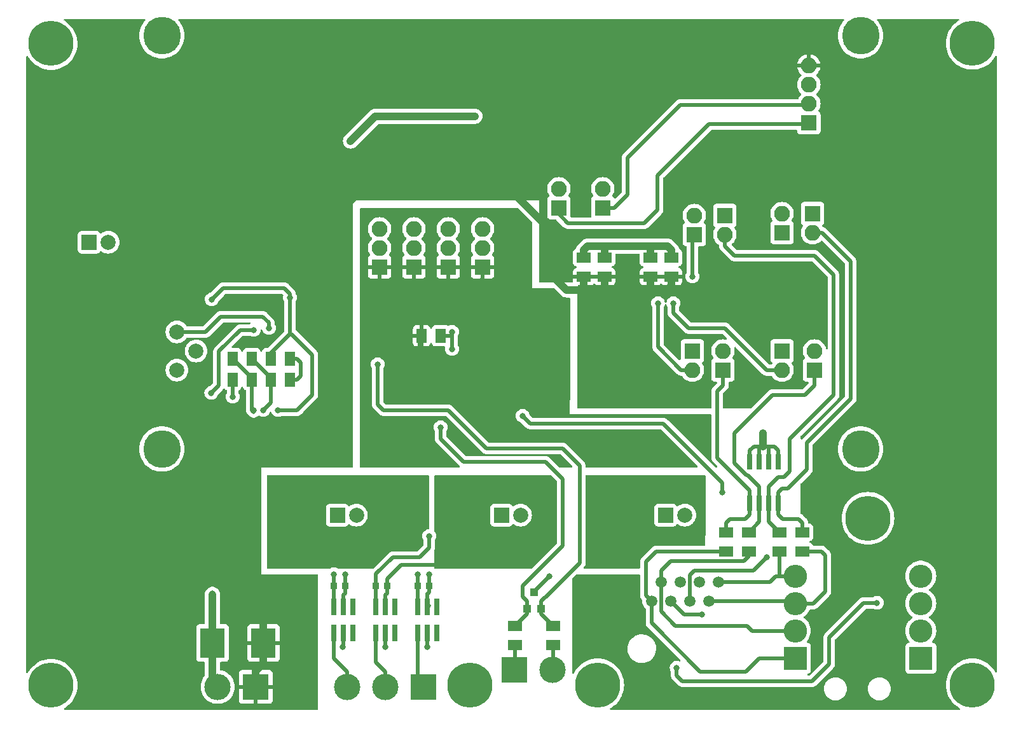
<source format=gbl>
G04 #@! TF.GenerationSoftware,KiCad,Pcbnew,7.0.9*
G04 #@! TF.CreationDate,2023-12-23T18:10:06+01:00*
G04 #@! TF.ProjectId,signalization-by-fireplace,7369676e-616c-4697-9a61-74696f6e2d62,v2.0*
G04 #@! TF.SameCoordinates,Original*
G04 #@! TF.FileFunction,Copper,L2,Bot*
G04 #@! TF.FilePolarity,Positive*
%FSLAX46Y46*%
G04 Gerber Fmt 4.6, Leading zero omitted, Abs format (unit mm)*
G04 Created by KiCad (PCBNEW 7.0.9) date 2023-12-23 18:10:06*
%MOMM*%
%LPD*%
G01*
G04 APERTURE LIST*
G04 Aperture macros list*
%AMOutline4P*
0 Free polygon, 4 corners , with rotation*
0 The origin of the aperture is its center*
0 number of corners: always 4*
0 $1 to $8 corner X, Y*
0 $9 Rotation angle, in degrees counterclockwise*
0 create outline with 4 corners*
4,1,4,$1,$2,$3,$4,$5,$6,$7,$8,$1,$2,$9*%
G04 Aperture macros list end*
G04 #@! TA.AperFunction,ComponentPad*
%ADD10C,6.000000*%
G04 #@! TD*
G04 #@! TA.AperFunction,ComponentPad*
%ADD11R,2.100000X2.100000*%
G04 #@! TD*
G04 #@! TA.AperFunction,ComponentPad*
%ADD12O,2.100000X2.100000*%
G04 #@! TD*
G04 #@! TA.AperFunction,ComponentPad*
%ADD13C,5.000000*%
G04 #@! TD*
G04 #@! TA.AperFunction,ComponentPad*
%ADD14R,3.500000X3.500000*%
G04 #@! TD*
G04 #@! TA.AperFunction,ComponentPad*
%ADD15C,3.500000*%
G04 #@! TD*
G04 #@! TA.AperFunction,ComponentPad*
%ADD16O,3.500000X3.500000*%
G04 #@! TD*
G04 #@! TA.AperFunction,ComponentPad*
%ADD17C,1.500000*%
G04 #@! TD*
G04 #@! TA.AperFunction,ComponentPad*
%ADD18R,3.100000X3.100000*%
G04 #@! TD*
G04 #@! TA.AperFunction,ComponentPad*
%ADD19O,3.100000X3.100000*%
G04 #@! TD*
G04 #@! TA.AperFunction,ComponentPad*
%ADD20C,2.000000*%
G04 #@! TD*
G04 #@! TA.AperFunction,SMDPad,CuDef*
%ADD21Outline4P,-0.650000X-0.900000X0.650000X-0.900000X0.650000X0.900000X-0.650000X0.900000X270.000000*%
G04 #@! TD*
G04 #@! TA.AperFunction,SMDPad,CuDef*
%ADD22Outline4P,-0.650000X-0.900000X0.650000X-0.900000X0.650000X0.900000X-0.650000X0.900000X180.000000*%
G04 #@! TD*
G04 #@! TA.AperFunction,SMDPad,CuDef*
%ADD23R,0.800000X2.200000*%
G04 #@! TD*
G04 #@! TA.AperFunction,SMDPad,CuDef*
%ADD24R,0.900000X0.900000*%
G04 #@! TD*
G04 #@! TA.AperFunction,ComponentPad*
%ADD25R,2.000000X2.000000*%
G04 #@! TD*
G04 #@! TA.AperFunction,SMDPad,CuDef*
%ADD26R,1.000000X1.000000*%
G04 #@! TD*
G04 #@! TA.AperFunction,SMDPad,CuDef*
%ADD27Outline4P,-0.650000X-0.900000X0.650000X-0.900000X0.650000X0.900000X-0.650000X0.900000X90.000000*%
G04 #@! TD*
G04 #@! TA.AperFunction,SMDPad,CuDef*
%ADD28Outline4P,-0.650000X-0.900000X0.650000X-0.900000X0.650000X0.900000X-0.650000X0.900000X0.000000*%
G04 #@! TD*
G04 #@! TA.AperFunction,SMDPad,CuDef*
%ADD29R,0.800000X2.000000*%
G04 #@! TD*
G04 #@! TA.AperFunction,SMDPad,CuDef*
%ADD30R,3.300000X4.000000*%
G04 #@! TD*
G04 #@! TA.AperFunction,ViaPad*
%ADD31C,0.800000*%
G04 #@! TD*
G04 #@! TA.AperFunction,Conductor*
%ADD32C,0.500000*%
G04 #@! TD*
G04 #@! TA.AperFunction,Conductor*
%ADD33C,1.000000*%
G04 #@! TD*
G04 #@! TA.AperFunction,Conductor*
%ADD34C,0.250000*%
G04 #@! TD*
G04 #@! TA.AperFunction,Conductor*
%ADD35C,0.400000*%
G04 #@! TD*
G04 APERTURE END LIST*
D10*
X208788000Y-138049000D03*
X208788000Y-52642441D03*
X141837500Y-138049000D03*
X158897500Y-138049000D03*
X86106000Y-52675428D03*
X86106000Y-138102922D03*
X194898000Y-115871000D03*
D11*
X159575500Y-74549000D03*
D12*
X159575500Y-72009000D03*
D11*
X187769500Y-96139000D03*
D12*
X187769500Y-93599000D03*
D11*
X183451500Y-93599000D03*
D12*
X183451500Y-96139000D03*
D11*
X175577500Y-96139000D03*
D12*
X175577500Y-93599000D03*
D11*
X171513500Y-93599000D03*
D12*
X171513500Y-96139000D03*
D11*
X171767500Y-78105000D03*
D12*
X171767500Y-75565000D03*
D11*
X175831500Y-75565000D03*
D12*
X175831500Y-78105000D03*
D11*
X183451500Y-77851000D03*
D12*
X183451500Y-75311000D03*
D11*
X187515500Y-75311000D03*
D12*
X187515500Y-77851000D03*
D11*
X153733500Y-74549000D03*
D12*
X153733500Y-72009000D03*
D11*
X187012700Y-63228740D03*
D12*
X187012700Y-60688740D03*
X187012700Y-58148740D03*
X187012700Y-55608740D03*
D13*
X193905500Y-106649000D03*
X100861500Y-106649000D03*
X100861500Y-51649000D03*
X193905500Y-51649000D03*
D14*
X135667500Y-138303000D03*
D15*
X130587500Y-138303000D03*
X125507500Y-138303000D03*
D14*
X147797500Y-136017000D03*
D15*
X152877500Y-136017000D03*
D14*
X113377500Y-138303000D03*
D16*
X108297500Y-138303000D03*
D11*
X143573500Y-82423000D03*
D12*
X143573500Y-79883000D03*
X143573500Y-77343000D03*
D11*
X139001500Y-82423000D03*
D12*
X139001500Y-79883000D03*
X139001500Y-77343000D03*
D11*
X134429500Y-82423000D03*
D12*
X134429500Y-79883000D03*
X134429500Y-77343000D03*
D11*
X129857500Y-82423000D03*
D12*
X129857500Y-79883000D03*
X129857500Y-77343000D03*
D17*
X166053500Y-126873000D03*
X167323500Y-124333000D03*
X168593500Y-126873000D03*
X169863500Y-124333000D03*
X171133500Y-126873000D03*
X172403500Y-124333000D03*
X173673500Y-126873000D03*
X174943500Y-124333000D03*
D18*
X201930000Y-134493000D03*
D19*
X201930000Y-130853000D03*
X201930000Y-127213000D03*
X201930000Y-123573000D03*
D18*
X185229500Y-134493000D03*
D19*
X185229500Y-130853000D03*
X185229500Y-127213000D03*
X185229500Y-123573000D03*
D20*
X102870000Y-96139000D03*
X105422700Y-93599000D03*
X102870000Y-91059000D03*
D21*
X159829500Y-81153000D03*
X159829500Y-83693000D03*
X157035500Y-81153000D03*
X157035500Y-83693000D03*
X165925500Y-81153000D03*
X165925500Y-83693000D03*
X168719500Y-81153000D03*
X168719500Y-83693000D03*
D22*
X137985500Y-91567000D03*
X135445500Y-91567000D03*
D23*
X123761500Y-127685800D03*
X125031500Y-127685800D03*
X126301500Y-127685800D03*
X126301500Y-131140200D03*
X125031500Y-131140200D03*
X123761500Y-131140200D03*
X129349500Y-127685800D03*
X130619500Y-127685800D03*
X131889500Y-127685800D03*
X131889500Y-131140200D03*
X130619500Y-131140200D03*
X129349500Y-131140200D03*
D24*
X123798500Y-124841000D03*
X125248500Y-124841000D03*
X129386500Y-124841000D03*
X130836500Y-124841000D03*
D25*
X124225500Y-115443000D03*
D20*
X126765500Y-115443000D03*
D26*
X151381500Y-127873000D03*
X149481500Y-127873000D03*
X150431500Y-125673000D03*
D25*
X167957500Y-115443000D03*
D20*
X170497500Y-115443000D03*
D27*
X147891500Y-132715000D03*
X147891500Y-130175000D03*
D28*
X110299500Y-97409000D03*
X112839500Y-97409000D03*
X110299500Y-94615000D03*
X112839500Y-94615000D03*
X115379500Y-97409000D03*
X117919500Y-97409000D03*
D25*
X146091500Y-115443000D03*
D20*
X148631500Y-115443000D03*
D27*
X152971500Y-132715000D03*
X152971500Y-130175000D03*
D29*
X182943500Y-113885000D03*
X181673500Y-113885000D03*
X180403500Y-113885000D03*
X179133500Y-113885000D03*
X179133500Y-108365000D03*
X180403500Y-108365000D03*
X181673500Y-108365000D03*
X182943500Y-108365000D03*
D27*
X175958500Y-120269000D03*
X175958500Y-117729000D03*
X179006500Y-120269000D03*
X179006500Y-117729000D03*
X186182000Y-120269000D03*
X186182000Y-117729000D03*
X183070500Y-120269000D03*
X183070500Y-117729000D03*
D25*
X91186000Y-79121000D03*
D20*
X93726000Y-79121000D03*
D30*
X107598000Y-132461000D03*
X114398000Y-132461000D03*
D22*
X117919500Y-94615000D03*
X115379500Y-94615000D03*
D23*
X134937500Y-127685800D03*
X136207500Y-127685800D03*
X137477500Y-127685800D03*
X137477500Y-131140200D03*
X136207500Y-131140200D03*
X134937500Y-131140200D03*
D24*
X134974500Y-124841000D03*
X136424500Y-124841000D03*
D31*
X124968000Y-132969000D03*
X130619500Y-132969000D03*
X136207500Y-132969000D03*
X136461500Y-123317000D03*
X134937500Y-123317000D03*
X125285500Y-123317000D03*
X123761500Y-123317000D03*
X113030000Y-125857000D03*
X107594837Y-125895037D03*
X175514000Y-112395000D03*
X169481500Y-117475000D03*
X162877500Y-118999000D03*
X181419500Y-121031000D03*
X167957500Y-96393000D03*
X142557500Y-62357000D03*
X125984000Y-65659000D03*
X158305500Y-85471000D03*
X107442000Y-99187000D03*
X110299500Y-99695000D03*
X113093500Y-101473000D03*
X114363500Y-101473000D03*
X116332000Y-101473000D03*
X113093500Y-90805000D03*
X115125500Y-90551000D03*
X116649500Y-90551000D03*
X117919500Y-86487000D03*
X113093500Y-86487000D03*
X107505500Y-86741000D03*
X120459500Y-79121000D03*
X139509500Y-91059000D03*
X139509500Y-93345000D03*
X135191500Y-93345000D03*
X129603500Y-90805000D03*
X129603500Y-95377000D03*
X132651500Y-99441000D03*
X153225500Y-86741000D03*
X154495500Y-89027000D03*
X154495500Y-98425000D03*
X160337500Y-79629000D03*
X162877500Y-79629000D03*
X165417500Y-79629000D03*
X171513500Y-83693000D03*
X168973500Y-87249000D03*
X166941500Y-87249000D03*
X180911500Y-104521000D03*
X173291500Y-102743000D03*
X173291500Y-105537000D03*
X148907500Y-102235000D03*
X137985500Y-103759000D03*
X129603500Y-105537000D03*
X124460000Y-117983000D03*
X131381500Y-111887000D03*
X131381500Y-117983000D03*
X136461500Y-118237000D03*
X139509500Y-118237000D03*
X151701500Y-112141000D03*
X146050000Y-118237000D03*
X151701500Y-118237000D03*
X152463500Y-123571000D03*
X180403500Y-72009000D03*
X180340000Y-65151000D03*
X179387500Y-57277000D03*
X192151000Y-57277000D03*
X203708000Y-63119000D03*
X203708000Y-75819000D03*
X203708000Y-88519000D03*
X203708000Y-101219000D03*
X203708000Y-113919000D03*
X205994000Y-126619000D03*
X196088000Y-127127000D03*
X172783500Y-128651000D03*
X169418000Y-135763000D03*
X201168000Y-139573000D03*
X185420000Y-139573000D03*
X175514000Y-139573000D03*
X165354000Y-139573000D03*
X166751000Y-57277000D03*
X154051000Y-57277000D03*
X141351000Y-57277000D03*
X128651000Y-57277000D03*
X115951000Y-57277000D03*
X103251000Y-57277000D03*
X97790000Y-139573000D03*
X88900000Y-126619000D03*
X88900000Y-113919000D03*
X88900000Y-101219000D03*
X88900000Y-88519000D03*
X88900000Y-75819000D03*
X88900000Y-63119000D03*
D32*
X184889500Y-126873000D02*
X185229500Y-127213000D01*
X173673500Y-126873000D02*
X184889500Y-126873000D01*
X136207500Y-131140200D02*
X136207500Y-132969000D01*
D33*
X152971500Y-79057500D02*
X152971500Y-77851000D01*
D32*
X180149500Y-106299000D02*
X180403500Y-106299000D01*
D33*
X127317500Y-72263000D02*
X145605500Y-72263000D01*
X154749500Y-85471000D02*
X152971500Y-83693000D01*
X162877500Y-94361000D02*
X164909500Y-96393000D01*
X162877500Y-94361000D02*
X162877500Y-85534500D01*
D32*
X181673500Y-106553000D02*
X181673500Y-108365000D01*
D33*
X114398000Y-135157000D02*
X113377500Y-136177500D01*
X166116000Y-85471000D02*
X168148000Y-85471000D01*
X120459500Y-79121000D02*
X127317500Y-72263000D01*
X147383500Y-72263000D02*
X145605500Y-72263000D01*
X160020000Y-85471000D02*
X166116000Y-85471000D01*
X114398000Y-132461000D02*
X114398000Y-135157000D01*
D32*
X179699500Y-106299000D02*
X180149500Y-106299000D01*
D33*
X116649500Y-90551000D02*
X116649500Y-87503000D01*
X168656000Y-77089000D02*
X168656000Y-72771000D01*
X159829500Y-85280500D02*
X160020000Y-85471000D01*
X168148000Y-85471000D02*
X168719500Y-84899500D01*
D32*
X181673500Y-106299000D02*
X182435500Y-106299000D01*
X130619500Y-131140200D02*
X130619500Y-132969000D01*
D33*
X152971500Y-83693000D02*
X152971500Y-79057500D01*
X116395500Y-87249000D02*
X116141500Y-86995000D01*
D32*
X179133500Y-106865000D02*
X179699500Y-106299000D01*
D33*
X157035500Y-83693000D02*
X157035500Y-85153500D01*
D32*
X180340000Y-71945500D02*
X180403500Y-72009000D01*
D33*
X113377500Y-136177500D02*
X113377500Y-138303000D01*
D32*
X125031500Y-131140200D02*
X125031500Y-132905500D01*
D33*
X168656000Y-72771000D02*
X169418000Y-72009000D01*
X152971500Y-77851000D02*
X167894000Y-77851000D01*
D32*
X180911500Y-106299000D02*
X181165500Y-106299000D01*
D33*
X113030000Y-128397000D02*
X114398000Y-129765000D01*
X180911500Y-106299000D02*
X180911500Y-104521000D01*
D32*
X182943500Y-106807000D02*
X182943500Y-108365000D01*
X114144000Y-137536500D02*
X113377500Y-138303000D01*
D33*
X180340000Y-65151000D02*
X180340000Y-71945500D01*
D32*
X125031500Y-132905500D02*
X124968000Y-132969000D01*
D33*
X165925500Y-83693000D02*
X165925500Y-85280500D01*
D32*
X180403500Y-106553000D02*
X180403500Y-106299000D01*
X181419500Y-106299000D02*
X181673500Y-106299000D01*
X113377500Y-138303000D02*
X113377500Y-137193500D01*
X181673500Y-106553000D02*
X181673500Y-106299000D01*
X179133500Y-108365000D02*
X179133500Y-106865000D01*
D33*
X157035500Y-85153500D02*
X156718000Y-85471000D01*
X168719500Y-84899500D02*
X168719500Y-83693000D01*
X167894000Y-77851000D02*
X168656000Y-77089000D01*
X165925500Y-85280500D02*
X166116000Y-85471000D01*
X116649500Y-87503000D02*
X116141500Y-86995000D01*
D32*
X155194000Y-77851000D02*
X167386000Y-77851000D01*
D33*
X116141500Y-86995000D02*
X115633500Y-86487000D01*
X156718000Y-85471000D02*
X154749500Y-85471000D01*
X169418000Y-72009000D02*
X180403500Y-72009000D01*
D32*
X181165500Y-106299000D02*
X181419500Y-106299000D01*
X182435500Y-106299000D02*
X182943500Y-106807000D01*
D33*
X159829500Y-83693000D02*
X159829500Y-85280500D01*
X158305500Y-85471000D02*
X160020000Y-85471000D01*
D32*
X180403500Y-106299000D02*
X180911500Y-106299000D01*
D33*
X115633500Y-86487000D02*
X113093500Y-86487000D01*
X114398000Y-129765000D02*
X114398000Y-132461000D01*
X113030000Y-125857000D02*
X113030000Y-128397000D01*
D32*
X180403500Y-106553000D02*
X180403500Y-108365000D01*
D33*
X152209500Y-77089000D02*
X152971500Y-77851000D01*
X164909500Y-96393000D02*
X167957500Y-96393000D01*
X152209500Y-77089000D02*
X147383500Y-72263000D01*
X158305500Y-85471000D02*
X156718000Y-85471000D01*
X129286000Y-62357000D02*
X125984000Y-65659000D01*
X165925500Y-79629000D02*
X168211500Y-79629000D01*
X165417500Y-79629000D02*
X165925500Y-79629000D01*
X168719500Y-80137000D02*
X168719500Y-81153000D01*
X157543500Y-79629000D02*
X157035500Y-80137000D01*
X168211500Y-79629000D02*
X168719500Y-80137000D01*
X140462000Y-62357000D02*
X129286000Y-62357000D01*
X140462000Y-62357000D02*
X142557500Y-62357000D01*
X160337500Y-79629000D02*
X162877500Y-79629000D01*
X159829500Y-79629000D02*
X157543500Y-79629000D01*
X160337500Y-79629000D02*
X159829500Y-79629000D01*
X168465500Y-79883000D02*
X168719500Y-80137000D01*
D32*
X165925500Y-80137000D02*
X165925500Y-79629000D01*
D33*
X162877500Y-79629000D02*
X165417500Y-79629000D01*
X165925500Y-81153000D02*
X165925500Y-80137000D01*
X159829500Y-81153000D02*
X159829500Y-79629000D01*
X157035500Y-80137000D02*
X157035500Y-81153000D01*
D32*
X139001500Y-82423000D02*
X139001500Y-84455000D01*
X129857500Y-84455000D02*
X129857500Y-82423000D01*
X151955500Y-124079000D02*
X152463500Y-123571000D01*
D34*
X135445500Y-91567000D02*
X134429500Y-91567000D01*
D32*
X134429500Y-82423000D02*
X134429500Y-84201000D01*
X135191500Y-91821000D02*
X135445500Y-91567000D01*
X150431500Y-125673000D02*
X150431500Y-125603000D01*
X132651500Y-91821000D02*
X133413500Y-91059000D01*
X129857500Y-87503000D02*
X129857500Y-86741000D01*
X132651500Y-99441000D02*
X132651500Y-91821000D01*
X133413500Y-91059000D02*
X129857500Y-87503000D01*
X133921500Y-91567000D02*
X133413500Y-91059000D01*
X143573500Y-83947000D02*
X143573500Y-82423000D01*
X134429500Y-84201000D02*
X134429500Y-84455000D01*
X129857500Y-86741000D02*
X129857500Y-84455000D01*
D34*
X129857500Y-82423000D02*
X129857500Y-83693000D01*
D32*
X134429500Y-84455000D02*
X139001500Y-84455000D01*
X135445500Y-91567000D02*
X133921500Y-91567000D01*
X134175500Y-84455000D02*
X134429500Y-84455000D01*
X139001500Y-84455000D02*
X143065500Y-84455000D01*
X143065500Y-84455000D02*
X143573500Y-83947000D01*
X173291500Y-105537000D02*
X173291500Y-102743000D01*
X129857500Y-84455000D02*
X134175500Y-84455000D01*
X135191500Y-93091000D02*
X135191500Y-91821000D01*
X129857500Y-86741000D02*
X153225500Y-86741000D01*
X150431500Y-125603000D02*
X151955500Y-124079000D01*
X175514000Y-111125000D02*
X175260000Y-110871000D01*
X175260000Y-110871000D02*
X167640000Y-103251000D01*
X175514000Y-112395000D02*
X175514000Y-111125000D01*
X149923500Y-103251000D02*
X148907500Y-102235000D01*
X167640000Y-103251000D02*
X149923500Y-103251000D01*
X139001500Y-101473000D02*
X130365500Y-101473000D01*
X151889500Y-126365000D02*
X151955500Y-126365000D01*
X130365500Y-101473000D02*
X129603500Y-100711000D01*
X151381500Y-128585000D02*
X152971500Y-130175000D01*
X144843500Y-106553000D02*
X144081500Y-106553000D01*
X156527500Y-108839000D02*
X154241500Y-106553000D01*
X151381500Y-127873000D02*
X151381500Y-126873000D01*
X156527500Y-120777000D02*
X156527500Y-108839000D01*
X144081500Y-106553000D02*
X139001500Y-101473000D01*
X151381500Y-126873000D02*
X151889500Y-126365000D01*
X151381500Y-127873000D02*
X151381500Y-128585000D01*
X156527500Y-121793000D02*
X156527500Y-120777000D01*
X129603500Y-100711000D02*
X129603500Y-95377000D01*
X154241500Y-106553000D02*
X144843500Y-106553000D01*
X151955500Y-126365000D02*
X156527500Y-121793000D01*
X149481500Y-127873000D02*
X149481500Y-126873000D01*
X154241500Y-110617000D02*
X151955500Y-108331000D01*
X149481500Y-128585000D02*
X147891500Y-130175000D01*
X154241500Y-119507000D02*
X154241500Y-118745000D01*
X143319500Y-108331000D02*
X141033500Y-108331000D01*
X141033500Y-108331000D02*
X137985500Y-105283000D01*
X151955500Y-108331000D02*
X143319500Y-108331000D01*
X148907500Y-126299000D02*
X148907500Y-124841000D01*
X149481500Y-126873000D02*
X148907500Y-126299000D01*
X149481500Y-127873000D02*
X149481500Y-128585000D01*
X137985500Y-105283000D02*
X137985500Y-103759000D01*
X148907500Y-124841000D02*
X154241500Y-119507000D01*
X154241500Y-118745000D02*
X154241500Y-110617000D01*
X137985500Y-91567000D02*
X139509500Y-91567000D01*
X139509500Y-91567000D02*
X139509500Y-93345000D01*
X139509500Y-91059000D02*
X139509500Y-91567000D01*
D34*
X138239500Y-91821000D02*
X137985500Y-91567000D01*
D32*
X110299500Y-97409000D02*
X110299500Y-99695000D01*
D33*
X107598000Y-132461000D02*
X107598000Y-137603500D01*
D32*
X108297500Y-137380500D02*
X107598000Y-136681000D01*
D33*
X107598000Y-132461000D02*
X107598000Y-126013000D01*
X107598000Y-137603500D02*
X108297500Y-138303000D01*
D32*
X108297500Y-138303000D02*
X108297500Y-137380500D01*
X118110000Y-91313000D02*
X117919500Y-91313000D01*
X107505500Y-86741000D02*
X108521500Y-85725000D01*
X117157500Y-85217000D02*
X117919500Y-85979000D01*
D35*
X115379500Y-94615000D02*
X115379500Y-94107000D01*
D32*
X119126000Y-101219000D02*
X120904000Y-99441000D01*
X115379500Y-93853000D02*
X117919500Y-91313000D01*
X118872000Y-101473000D02*
X119126000Y-101219000D01*
X117919500Y-85979000D02*
X117919500Y-86487000D01*
X120904000Y-94107000D02*
X118110000Y-91313000D01*
X117919500Y-91313000D02*
X117919500Y-86487000D01*
X120904000Y-99441000D02*
X120904000Y-94107000D01*
D35*
X115379500Y-94615000D02*
X115379500Y-93853000D01*
D32*
X116332000Y-101473000D02*
X118872000Y-101473000D01*
X108521500Y-85725000D02*
X109029500Y-85217000D01*
X109029500Y-85217000D02*
X117157500Y-85217000D01*
X161125500Y-74549000D02*
X162877500Y-72771000D01*
X169926000Y-60833000D02*
X162877500Y-67881500D01*
X187025500Y-60833000D02*
X169926000Y-60833000D01*
X162877500Y-67881500D02*
X162877500Y-68961000D01*
X162877500Y-68961000D02*
X162877500Y-72771000D01*
X159575500Y-74549000D02*
X161125500Y-74549000D01*
X166878000Y-70231000D02*
X166878000Y-71247000D01*
X173736000Y-63373000D02*
X166878000Y-70231000D01*
X173736000Y-63373000D02*
X184404000Y-63373000D01*
X166878000Y-74803000D02*
X166878000Y-71247000D01*
X165100000Y-76581000D02*
X166878000Y-74803000D01*
X153733500Y-74549000D02*
X153733500Y-75374500D01*
X154940000Y-76581000D02*
X165100000Y-76581000D01*
X153733500Y-75374500D02*
X154940000Y-76581000D01*
X184404000Y-63373000D02*
X187025500Y-63373000D01*
X125285500Y-123317000D02*
X125285500Y-124804000D01*
X125285500Y-124804000D02*
X125248500Y-124841000D01*
X125248500Y-125845200D02*
X125248500Y-124841000D01*
X125031500Y-126085800D02*
X125260300Y-125857000D01*
X125031500Y-127685800D02*
X125031500Y-126085800D01*
X125260300Y-125857000D02*
X125248500Y-125845200D01*
X123761500Y-127685800D02*
X123761500Y-124878000D01*
X123761500Y-124878000D02*
X123798500Y-124841000D01*
X123761500Y-123317000D02*
X123761500Y-124804000D01*
X123761500Y-124804000D02*
X123798500Y-124841000D01*
X125507500Y-138303000D02*
X125507500Y-137572500D01*
X123761500Y-134556500D02*
X125507500Y-136302500D01*
X125507500Y-136302500D02*
X125507500Y-138303000D01*
X123761500Y-131140200D02*
X123761500Y-134556500D01*
X130836500Y-125845200D02*
X130836500Y-124841000D01*
X130619500Y-127685800D02*
X130619500Y-126085800D01*
X138493500Y-122047000D02*
X139509500Y-121031000D01*
X132730500Y-122047000D02*
X138493500Y-122047000D01*
X130848300Y-125857000D02*
X130836500Y-125845200D01*
X139509500Y-121031000D02*
X139509500Y-118237000D01*
X130836500Y-123941000D02*
X132730500Y-122047000D01*
X130836500Y-124841000D02*
X130836500Y-123941000D01*
X130619500Y-126085800D02*
X130848300Y-125857000D01*
X129349500Y-124878000D02*
X129386500Y-124841000D01*
X129386500Y-123280000D02*
X129386500Y-124841000D01*
X136461500Y-118237000D02*
X136461500Y-119761000D01*
X129349500Y-127685800D02*
X129349500Y-124878000D01*
X131635500Y-121031000D02*
X129386500Y-123280000D01*
X136461500Y-119761000D02*
X135191500Y-121031000D01*
X135191500Y-121031000D02*
X131635500Y-121031000D01*
X130587500Y-138303000D02*
X130587500Y-136303000D01*
X129349500Y-131140200D02*
X129349500Y-134747000D01*
X130587500Y-136303000D02*
X129349500Y-135065000D01*
X129349500Y-135065000D02*
X129349500Y-134747000D01*
X136424500Y-125741000D02*
X136424500Y-124841000D01*
X136424500Y-127468800D02*
X136207500Y-127685800D01*
X136424500Y-123354000D02*
X136461500Y-123317000D01*
X136308500Y-125857000D02*
X136424500Y-125741000D01*
X136207500Y-125857000D02*
X136308500Y-125857000D01*
X136424500Y-124841000D02*
X136424500Y-123354000D01*
X136207500Y-127685800D02*
X136207500Y-125857000D01*
X134974500Y-127648800D02*
X134937500Y-127685800D01*
X134974500Y-123354000D02*
X134937500Y-123317000D01*
X134974500Y-124841000D02*
X134974500Y-123354000D01*
X134974500Y-124841000D02*
X134974500Y-127648800D01*
X134937500Y-131140200D02*
X134937500Y-137573000D01*
X134937500Y-137573000D02*
X135667500Y-138303000D01*
X182943500Y-112385000D02*
X183441500Y-111887000D01*
X183441500Y-111887000D02*
X184213500Y-111887000D01*
X186753500Y-109347000D02*
X186753500Y-105791000D01*
X186182000Y-116459000D02*
X186182000Y-117729000D01*
X186753500Y-105791000D02*
X192595500Y-99949000D01*
X185674000Y-115951000D02*
X186182000Y-116459000D01*
X192595500Y-81661000D02*
X188785500Y-77851000D01*
X183509500Y-115951000D02*
X185674000Y-115951000D01*
X182943500Y-113885000D02*
X182943500Y-112385000D01*
X182943500Y-115385000D02*
X183509500Y-115951000D01*
X184213500Y-111887000D02*
X186753500Y-109347000D01*
X188785500Y-77851000D02*
X187515500Y-77851000D01*
X182943500Y-113885000D02*
X182943500Y-115385000D01*
X192595500Y-99949000D02*
X192595500Y-81661000D01*
X177101500Y-80899000D02*
X175831500Y-79629000D01*
X171513500Y-83693000D02*
X171513500Y-78359000D01*
X171513500Y-78359000D02*
X171767500Y-78105000D01*
X184467500Y-109601000D02*
X184467500Y-105283000D01*
X175831500Y-79629000D02*
X175831500Y-78105000D01*
X181673500Y-113885000D02*
X181673500Y-111633000D01*
X187769500Y-80899000D02*
X177101500Y-80899000D01*
X190309500Y-99441000D02*
X190309500Y-83439000D01*
X183070500Y-117729000D02*
X181673500Y-116332000D01*
X190309500Y-83439000D02*
X187769500Y-80899000D01*
X182943500Y-110363000D02*
X183705500Y-110363000D01*
X181673500Y-111633000D02*
X182943500Y-110363000D01*
X181673500Y-116332000D02*
X181673500Y-113885000D01*
X183705500Y-110363000D02*
X184467500Y-109601000D01*
X184467500Y-105283000D02*
X190309500Y-99441000D01*
X177101500Y-104521000D02*
X182181500Y-99441000D01*
X177101500Y-108543002D02*
X177101500Y-104521000D01*
X180403500Y-111633000D02*
X178879500Y-110109000D01*
X182181500Y-99441000D02*
X186499500Y-99441000D01*
X168973500Y-87249000D02*
X168973500Y-88519000D01*
X175831500Y-90551000D02*
X181419500Y-96139000D01*
X178879500Y-110109000D02*
X178667498Y-110109000D01*
X181419500Y-96139000D02*
X183451500Y-96139000D01*
X178667498Y-110109000D02*
X177101500Y-108543002D01*
X180403500Y-116332000D02*
X180403500Y-113885000D01*
X187769500Y-98171000D02*
X187769500Y-96139000D01*
X171005500Y-90551000D02*
X175831500Y-90551000D01*
X179006500Y-117729000D02*
X180403500Y-116332000D01*
X180403500Y-113885000D02*
X180403500Y-111633000D01*
X168973500Y-88519000D02*
X171005500Y-90551000D01*
X186499500Y-99441000D02*
X187769500Y-98171000D01*
X179133500Y-115385000D02*
X178567500Y-115951000D01*
X179133500Y-113885000D02*
X179133500Y-112141000D01*
X176022000Y-116459000D02*
X176530000Y-115951000D01*
X174815500Y-107569000D02*
X174815500Y-98933000D01*
X178567500Y-115951000D02*
X176530000Y-115951000D01*
X170028576Y-96139000D02*
X171513500Y-96139000D01*
X174815500Y-107823000D02*
X174815500Y-107569000D01*
X174815500Y-98933000D02*
X175577500Y-98171000D01*
X166941500Y-87249000D02*
X166941500Y-93051924D01*
X179133500Y-113885000D02*
X179133500Y-115385000D01*
X179133500Y-112141000D02*
X174815500Y-107823000D01*
X175577500Y-98171000D02*
X175577500Y-96139000D01*
X176022000Y-117729000D02*
X176022000Y-116459000D01*
X166941500Y-93051924D02*
X170028576Y-96139000D01*
X196088000Y-127127000D02*
X194310000Y-127127000D01*
X169418000Y-136779000D02*
X169418000Y-135763000D01*
X171133500Y-123443000D02*
X171133500Y-126873000D01*
X179387500Y-122809000D02*
X171767500Y-122809000D01*
X179387500Y-122809000D02*
X179641500Y-122809000D01*
X189738000Y-131699000D02*
X189738000Y-134239000D01*
X179641500Y-122809000D02*
X181419500Y-121031000D01*
X172212000Y-137541000D02*
X170180000Y-137541000D01*
X179578000Y-137541000D02*
X187452000Y-137541000D01*
X179578000Y-137541000D02*
X172212000Y-137541000D01*
X171767500Y-122809000D02*
X171133500Y-123443000D01*
X189738000Y-135255000D02*
X189738000Y-134239000D01*
X170180000Y-137541000D02*
X169418000Y-136779000D01*
X187452000Y-137541000D02*
X189738000Y-135255000D01*
X190754000Y-130683000D02*
X189738000Y-131699000D01*
X194310000Y-127127000D02*
X190754000Y-130683000D01*
X172783500Y-128651000D02*
X170371500Y-128651000D01*
X170371500Y-128651000D02*
X168593500Y-126873000D01*
X108458000Y-93662500D02*
X111315500Y-90805000D01*
X111569500Y-90805000D02*
X113093500Y-90805000D01*
X107442000Y-99187000D02*
X108458000Y-98171000D01*
X108458000Y-98171000D02*
X108458000Y-93662500D01*
X111315500Y-90805000D02*
X111569500Y-90805000D01*
X183070500Y-120269000D02*
X183070500Y-123511500D01*
X183070500Y-123511500D02*
X183132000Y-123573000D01*
X181864000Y-124333000D02*
X182624000Y-123573000D01*
X183132000Y-123573000D02*
X185229500Y-123573000D01*
X182624000Y-123573000D02*
X183132000Y-123573000D01*
X174943500Y-124333000D02*
X181864000Y-124333000D01*
X183197500Y-120396000D02*
X183070500Y-120269000D01*
X185229500Y-127213000D02*
X186477000Y-127213000D01*
X188722000Y-120269000D02*
X189230000Y-120777000D01*
X189230000Y-120777000D02*
X189230000Y-125603000D01*
X186182000Y-120269000D02*
X188722000Y-120269000D01*
X187620000Y-127213000D02*
X185229500Y-127213000D01*
X189230000Y-125603000D02*
X187620000Y-127213000D01*
X178816000Y-130175000D02*
X169227500Y-130175000D01*
X167323500Y-128271000D02*
X167323500Y-124333000D01*
X169227500Y-130175000D02*
X167323500Y-128271000D01*
X179387500Y-120650000D02*
X179006500Y-120269000D01*
X179494000Y-130853000D02*
X178816000Y-130175000D01*
X168592500Y-121539000D02*
X167323500Y-122808000D01*
X185229500Y-130853000D02*
X179494000Y-130853000D01*
X178386500Y-121539000D02*
X168592500Y-121539000D01*
X179006500Y-120269000D02*
X179006500Y-120919000D01*
X167323500Y-122808000D02*
X167323500Y-124333000D01*
X179006500Y-120919000D02*
X178386500Y-121539000D01*
X165303501Y-121652999D02*
X166687500Y-120269000D01*
X172529500Y-136271000D02*
X166053500Y-129795000D01*
X178625500Y-136271000D02*
X172529500Y-136271000D01*
X166053500Y-129795000D02*
X166053500Y-126873000D01*
X180403500Y-134493000D02*
X185229500Y-134493000D01*
X174942500Y-120269000D02*
X176022000Y-120269000D01*
X166053500Y-126873000D02*
X165303501Y-126123001D01*
X180403500Y-134493000D02*
X178625500Y-136271000D01*
X165303501Y-126123001D02*
X165303501Y-121652999D01*
X166687500Y-120269000D02*
X174942500Y-120269000D01*
X147891500Y-135923000D02*
X147797500Y-136017000D01*
X147891500Y-132715000D02*
X147891500Y-135923000D01*
X152971500Y-135923000D02*
X152877500Y-136017000D01*
X152971500Y-132715000D02*
X152971500Y-135923000D01*
X182943500Y-93599000D02*
X182689500Y-93599000D01*
X112839500Y-97155000D02*
X110299500Y-94615000D01*
X113093500Y-101727000D02*
X112839500Y-101473000D01*
D35*
X112839500Y-97409000D02*
X112839500Y-97155000D01*
D32*
X112839500Y-97409000D02*
X112839500Y-101219000D01*
X112839500Y-101473000D02*
X113093500Y-101473000D01*
X112839500Y-101219000D02*
X112839500Y-101473000D01*
D35*
X115379500Y-97409000D02*
X115379500Y-97155000D01*
D32*
X115379500Y-97155000D02*
X112839500Y-94615000D01*
X115379500Y-97409000D02*
X115379500Y-100457000D01*
X115379500Y-100457000D02*
X114363500Y-101473000D01*
X119380000Y-96901000D02*
X119380000Y-95123000D01*
X118872000Y-94615000D02*
X117919500Y-94615000D01*
X119380000Y-95123000D02*
X118872000Y-94615000D01*
X118872000Y-97409000D02*
X119380000Y-96901000D01*
X117919500Y-97409000D02*
X118872000Y-97409000D01*
X115125500Y-89852500D02*
X114300000Y-89027000D01*
X106680000Y-91059000D02*
X102870000Y-91059000D01*
X114300000Y-89027000D02*
X108712000Y-89027000D01*
X115125500Y-90551000D02*
X115125500Y-89852500D01*
X108712000Y-89027000D02*
X106680000Y-91059000D01*
G04 #@! TA.AperFunction,Conductor*
G36*
X155493724Y-108877905D02*
G01*
X155527750Y-108940217D01*
X155522685Y-109011032D01*
X155480138Y-109067868D01*
X155413618Y-109092679D01*
X155404629Y-109093000D01*
X154940000Y-109093000D01*
X154940000Y-108324181D01*
X155493724Y-108877905D01*
G37*
G04 #@! TD.AperFunction*
G04 #@! TA.AperFunction,Conductor*
G36*
X167341750Y-104029502D02*
G01*
X167362724Y-104046405D01*
X172194224Y-108877905D01*
X172228250Y-108940217D01*
X172223185Y-109011032D01*
X172180638Y-109067868D01*
X172114118Y-109092679D01*
X172105129Y-109093000D01*
X157412000Y-109093000D01*
X157343879Y-109072998D01*
X157297386Y-109019342D01*
X157286000Y-108967000D01*
X157286000Y-108903435D01*
X157287331Y-108885172D01*
X157287420Y-108884562D01*
X157290841Y-108861211D01*
X157288382Y-108833105D01*
X157286240Y-108808613D01*
X157286000Y-108803120D01*
X157286000Y-108794824D01*
X157282152Y-108761904D01*
X157280933Y-108747971D01*
X157275387Y-108684573D01*
X157275386Y-108684570D01*
X157275386Y-108684568D01*
X157273903Y-108677387D01*
X157273969Y-108677373D01*
X157272339Y-108670019D01*
X157272273Y-108670035D01*
X157270579Y-108662893D01*
X157270579Y-108662887D01*
X157244030Y-108589944D01*
X157219614Y-108516261D01*
X157219610Y-108516255D01*
X157216514Y-108509615D01*
X157216576Y-108509586D01*
X157213291Y-108502800D01*
X157213231Y-108502831D01*
X157209935Y-108496268D01*
X157167271Y-108431400D01*
X157126531Y-108365350D01*
X157121977Y-108359591D01*
X157122030Y-108359548D01*
X157117266Y-108353700D01*
X157117215Y-108353744D01*
X157112498Y-108348122D01*
X157056018Y-108294837D01*
X154940000Y-106178819D01*
X154940000Y-104009500D01*
X167273629Y-104009500D01*
X167341750Y-104029502D01*
G37*
G04 #@! TD.AperFunction*
G04 #@! TA.AperFunction,Conductor*
G36*
X173999121Y-102001002D02*
G01*
X174045614Y-102054658D01*
X174057000Y-102107000D01*
X174057000Y-107758559D01*
X174055670Y-107776819D01*
X174052159Y-107800786D01*
X174052159Y-107800794D01*
X174056760Y-107853372D01*
X174057000Y-107858866D01*
X174057000Y-107867182D01*
X174060847Y-107900094D01*
X174067612Y-107977419D01*
X174069096Y-107984606D01*
X174069031Y-107984619D01*
X174070665Y-107991989D01*
X174070729Y-107991975D01*
X174072421Y-107999116D01*
X174098973Y-108072064D01*
X174123385Y-108145736D01*
X174126487Y-108152388D01*
X174126426Y-108152416D01*
X174129711Y-108159202D01*
X174129770Y-108159173D01*
X174133060Y-108165724D01*
X174133064Y-108165731D01*
X174133065Y-108165732D01*
X174157849Y-108203414D01*
X174175733Y-108230605D01*
X174216467Y-108296648D01*
X174221022Y-108302408D01*
X174220968Y-108302450D01*
X174225728Y-108308292D01*
X174225779Y-108308250D01*
X174230493Y-108313868D01*
X174230498Y-108313873D01*
X174230499Y-108313874D01*
X174286982Y-108367163D01*
X174797725Y-108877906D01*
X174831749Y-108940217D01*
X174826685Y-109011032D01*
X174784138Y-109067868D01*
X174717618Y-109092679D01*
X174708629Y-109093000D01*
X174606871Y-109093000D01*
X174538750Y-109072998D01*
X174517776Y-109056095D01*
X168221908Y-102760227D01*
X168209936Y-102746375D01*
X168195469Y-102726942D01*
X168195467Y-102726940D01*
X168155024Y-102693003D01*
X168150970Y-102689289D01*
X168145107Y-102683425D01*
X168119104Y-102662864D01*
X168059636Y-102612965D01*
X168053506Y-102608933D01*
X168053541Y-102608878D01*
X168047187Y-102604829D01*
X168047153Y-102604886D01*
X168040906Y-102601033D01*
X167970540Y-102568220D01*
X167901188Y-102533391D01*
X167901186Y-102533390D01*
X167901183Y-102533389D01*
X167894289Y-102530880D01*
X167894311Y-102530817D01*
X167887189Y-102528341D01*
X167887169Y-102528404D01*
X167880209Y-102526097D01*
X167804150Y-102510392D01*
X167728652Y-102492499D01*
X167721367Y-102491648D01*
X167721374Y-102491580D01*
X167713877Y-102490814D01*
X167713872Y-102490881D01*
X167706559Y-102490241D01*
X167706558Y-102490241D01*
X167628920Y-102492500D01*
X154940000Y-102492500D01*
X154940000Y-101981000D01*
X155212915Y-101981000D01*
X173931000Y-101981000D01*
X173999121Y-102001002D01*
G37*
G04 #@! TD.AperFunction*
G04 #@! TA.AperFunction,Conductor*
G36*
X98620398Y-49423002D02*
G01*
X98666891Y-49476658D01*
X98676995Y-49546932D01*
X98647501Y-49611512D01*
X98643941Y-49615450D01*
X98604984Y-49656741D01*
X98552950Y-49711894D01*
X98343678Y-49992995D01*
X98343668Y-49993011D01*
X98168453Y-50296493D01*
X98168444Y-50296511D01*
X98029646Y-50618280D01*
X98029644Y-50618286D01*
X97929133Y-50954015D01*
X97868277Y-51299147D01*
X97868277Y-51299153D01*
X97847901Y-51649000D01*
X97868277Y-51998846D01*
X97868277Y-51998852D01*
X97868278Y-51998857D01*
X97929133Y-52343984D01*
X98029643Y-52679712D01*
X98168450Y-53001501D01*
X98343675Y-53305000D01*
X98552949Y-53586104D01*
X98793443Y-53841012D01*
X98793448Y-53841016D01*
X98793454Y-53841022D01*
X99061896Y-54066273D01*
X99061900Y-54066276D01*
X99061903Y-54066278D01*
X99354700Y-54258853D01*
X99667874Y-54416135D01*
X99755016Y-54447852D01*
X99997181Y-54535993D01*
X99997182Y-54535993D01*
X99997190Y-54535996D01*
X100338194Y-54616816D01*
X100537097Y-54640064D01*
X100686272Y-54657500D01*
X100686275Y-54657500D01*
X101036728Y-54657500D01*
X101167255Y-54642243D01*
X101384806Y-54616816D01*
X101725810Y-54535996D01*
X102055126Y-54416135D01*
X102368300Y-54258853D01*
X102661097Y-54066278D01*
X102929557Y-53841012D01*
X103170051Y-53586104D01*
X103379325Y-53305000D01*
X103554550Y-53001501D01*
X103693357Y-52679712D01*
X103793867Y-52343984D01*
X103854722Y-51998857D01*
X103875099Y-51649000D01*
X103854722Y-51299143D01*
X103793867Y-50954016D01*
X103693357Y-50618288D01*
X103554550Y-50296499D01*
X103379325Y-49993000D01*
X103170051Y-49711896D01*
X103079073Y-49615465D01*
X103046876Y-49552191D01*
X103053998Y-49481553D01*
X103098179Y-49425979D01*
X103165393Y-49403113D01*
X103170723Y-49403000D01*
X191596277Y-49403000D01*
X191664398Y-49423002D01*
X191710891Y-49476658D01*
X191720995Y-49546932D01*
X191691501Y-49611512D01*
X191687941Y-49615450D01*
X191648984Y-49656741D01*
X191596950Y-49711894D01*
X191387678Y-49992995D01*
X191387668Y-49993011D01*
X191212453Y-50296493D01*
X191212444Y-50296511D01*
X191073646Y-50618280D01*
X191073644Y-50618286D01*
X190973133Y-50954015D01*
X190912277Y-51299147D01*
X190912277Y-51299153D01*
X190891901Y-51649000D01*
X190912277Y-51998846D01*
X190912277Y-51998852D01*
X190912278Y-51998857D01*
X190973133Y-52343984D01*
X191073643Y-52679712D01*
X191212450Y-53001501D01*
X191387675Y-53305000D01*
X191596949Y-53586104D01*
X191837443Y-53841012D01*
X191837448Y-53841016D01*
X191837454Y-53841022D01*
X192105896Y-54066273D01*
X192105900Y-54066276D01*
X192105903Y-54066278D01*
X192398700Y-54258853D01*
X192711874Y-54416135D01*
X192799016Y-54447852D01*
X193041181Y-54535993D01*
X193041182Y-54535993D01*
X193041190Y-54535996D01*
X193382194Y-54616816D01*
X193581097Y-54640064D01*
X193730272Y-54657500D01*
X193730275Y-54657500D01*
X194080728Y-54657500D01*
X194211255Y-54642243D01*
X194428806Y-54616816D01*
X194769810Y-54535996D01*
X195099126Y-54416135D01*
X195412300Y-54258853D01*
X195705097Y-54066278D01*
X195973557Y-53841012D01*
X196214051Y-53586104D01*
X196423325Y-53305000D01*
X196598550Y-53001501D01*
X196737357Y-52679712D01*
X196837867Y-52343984D01*
X196898722Y-51998857D01*
X196919099Y-51649000D01*
X196898722Y-51299143D01*
X196837867Y-50954016D01*
X196737357Y-50618288D01*
X196598550Y-50296499D01*
X196423325Y-49993000D01*
X196214051Y-49711896D01*
X196123073Y-49615465D01*
X196090876Y-49552191D01*
X196097998Y-49481553D01*
X196142179Y-49425979D01*
X196209393Y-49403113D01*
X196214723Y-49403000D01*
X206909051Y-49403000D01*
X206977172Y-49423002D01*
X207023665Y-49476658D01*
X207033769Y-49546932D01*
X207004275Y-49611512D01*
X206977675Y-49634673D01*
X206722922Y-49800111D01*
X206722918Y-49800113D01*
X206437146Y-50031526D01*
X206437131Y-50031540D01*
X206177099Y-50291572D01*
X206177085Y-50291587D01*
X205945672Y-50577359D01*
X205945670Y-50577362D01*
X205745380Y-50885783D01*
X205578426Y-51213448D01*
X205578422Y-51213456D01*
X205446640Y-51556760D01*
X205351458Y-51911983D01*
X205293929Y-52275208D01*
X205274685Y-52642434D01*
X205274685Y-52642447D01*
X205293929Y-53009673D01*
X205351458Y-53372898D01*
X205446640Y-53728121D01*
X205578422Y-54071425D01*
X205578426Y-54071433D01*
X205745380Y-54399099D01*
X205945662Y-54707508D01*
X205945674Y-54707525D01*
X206177085Y-54993294D01*
X206177099Y-54993309D01*
X206437131Y-55253341D01*
X206437146Y-55253355D01*
X206722915Y-55484766D01*
X206722932Y-55484778D01*
X206773728Y-55517765D01*
X207031342Y-55685061D01*
X207359006Y-55852014D01*
X207359010Y-55852015D01*
X207359015Y-55852018D01*
X207702319Y-55983800D01*
X207702324Y-55983801D01*
X207702326Y-55983802D01*
X208057541Y-56078982D01*
X208420759Y-56136510D01*
X208420761Y-56136510D01*
X208420767Y-56136511D01*
X208787994Y-56155756D01*
X208788000Y-56155756D01*
X208788006Y-56155756D01*
X209155232Y-56136511D01*
X209155236Y-56136510D01*
X209155241Y-56136510D01*
X209518459Y-56078982D01*
X209873674Y-55983802D01*
X209873677Y-55983800D01*
X209873680Y-55983800D01*
X210216984Y-55852018D01*
X210216985Y-55852017D01*
X210216994Y-55852014D01*
X210544658Y-55685061D01*
X210853075Y-55484773D01*
X210853084Y-55484766D01*
X211138853Y-55253355D01*
X211138858Y-55253349D01*
X211138867Y-55253343D01*
X211398902Y-54993308D01*
X211398908Y-54993299D01*
X211398914Y-54993294D01*
X211630325Y-54707525D01*
X211630326Y-54707522D01*
X211630332Y-54707516D01*
X211830620Y-54399099D01*
X211851733Y-54357663D01*
X211900481Y-54306047D01*
X211969396Y-54288981D01*
X212036597Y-54311881D01*
X212080750Y-54367479D01*
X212090000Y-54414865D01*
X212090000Y-136276576D01*
X212069998Y-136344697D01*
X212016342Y-136391190D01*
X211946068Y-136401294D01*
X211881488Y-136371800D01*
X211851733Y-136333779D01*
X211830619Y-136292342D01*
X211828583Y-136289207D01*
X211630332Y-135983925D01*
X211630329Y-135983921D01*
X211630327Y-135983918D01*
X211398914Y-135698146D01*
X211398900Y-135698131D01*
X211138868Y-135438099D01*
X211138853Y-135438085D01*
X210853084Y-135206674D01*
X210853067Y-135206662D01*
X210544658Y-135006380D01*
X210216992Y-134839426D01*
X210216984Y-134839422D01*
X209873680Y-134707640D01*
X209518457Y-134612458D01*
X209155232Y-134554929D01*
X208788006Y-134535685D01*
X208787994Y-134535685D01*
X208420767Y-134554929D01*
X208057542Y-134612458D01*
X207702319Y-134707640D01*
X207359015Y-134839422D01*
X207359007Y-134839426D01*
X207031342Y-135006380D01*
X206722921Y-135206670D01*
X206722918Y-135206672D01*
X206437146Y-135438085D01*
X206437131Y-135438099D01*
X206177099Y-135698131D01*
X206177085Y-135698146D01*
X205945672Y-135983918D01*
X205945670Y-135983921D01*
X205745380Y-136292342D01*
X205578426Y-136620007D01*
X205578422Y-136620015D01*
X205446640Y-136963319D01*
X205351458Y-137318542D01*
X205293929Y-137681767D01*
X205274685Y-138048993D01*
X205274685Y-138049006D01*
X205293929Y-138416232D01*
X205351458Y-138779457D01*
X205446640Y-139134680D01*
X205578422Y-139477984D01*
X205578426Y-139477992D01*
X205578427Y-139477994D01*
X205681775Y-139680827D01*
X205745380Y-139805658D01*
X205945662Y-140114067D01*
X205945674Y-140114084D01*
X206177085Y-140399853D01*
X206177099Y-140399868D01*
X206437131Y-140659900D01*
X206437146Y-140659914D01*
X206722915Y-140891325D01*
X206722932Y-140891337D01*
X207031344Y-141091621D01*
X207072778Y-141112733D01*
X207124394Y-141161481D01*
X207141460Y-141230396D01*
X207118560Y-141297597D01*
X207062962Y-141341750D01*
X207015576Y-141351000D01*
X160669924Y-141351000D01*
X160601803Y-141330998D01*
X160555310Y-141277342D01*
X160545206Y-141207068D01*
X160574700Y-141142488D01*
X160612722Y-141112733D01*
X160628408Y-141104739D01*
X160654158Y-141091620D01*
X160962575Y-140891332D01*
X160962584Y-140891325D01*
X161248353Y-140659914D01*
X161248358Y-140659908D01*
X161248367Y-140659902D01*
X161508402Y-140399867D01*
X161508408Y-140399858D01*
X161508414Y-140399853D01*
X161739825Y-140114084D01*
X161739826Y-140114081D01*
X161739832Y-140114075D01*
X161940120Y-139805658D01*
X162107073Y-139477994D01*
X162115349Y-139456435D01*
X162238859Y-139134680D01*
X162238861Y-139134674D01*
X162334041Y-138779459D01*
X162369275Y-138557000D01*
X189033283Y-138557000D01*
X189052123Y-138796378D01*
X189108176Y-139029861D01*
X189108177Y-139029863D01*
X189200067Y-139251704D01*
X189200068Y-139251705D01*
X189325525Y-139456435D01*
X189325530Y-139456442D01*
X189481472Y-139639027D01*
X189659881Y-139791402D01*
X189664061Y-139794972D01*
X189868796Y-139920433D01*
X190090637Y-140012323D01*
X190324121Y-140068377D01*
X190563500Y-140087217D01*
X190802879Y-140068377D01*
X191036363Y-140012323D01*
X191258204Y-139920433D01*
X191462939Y-139794972D01*
X191645527Y-139639027D01*
X191801472Y-139456439D01*
X191926933Y-139251704D01*
X192018823Y-139029863D01*
X192074877Y-138796379D01*
X192093717Y-138557000D01*
X194875283Y-138557000D01*
X194894123Y-138796378D01*
X194950176Y-139029861D01*
X194950177Y-139029863D01*
X195042067Y-139251704D01*
X195042068Y-139251705D01*
X195167525Y-139456435D01*
X195167530Y-139456442D01*
X195323472Y-139639027D01*
X195501881Y-139791402D01*
X195506061Y-139794972D01*
X195710796Y-139920433D01*
X195932637Y-140012323D01*
X196166121Y-140068377D01*
X196405500Y-140087217D01*
X196644879Y-140068377D01*
X196878363Y-140012323D01*
X197100204Y-139920433D01*
X197304939Y-139794972D01*
X197487527Y-139639027D01*
X197643472Y-139456439D01*
X197768933Y-139251704D01*
X197860823Y-139029863D01*
X197916877Y-138796379D01*
X197935717Y-138557000D01*
X197916877Y-138317621D01*
X197860823Y-138084137D01*
X197768933Y-137862296D01*
X197658305Y-137681767D01*
X197643474Y-137657564D01*
X197643469Y-137657557D01*
X197487527Y-137474972D01*
X197304942Y-137319030D01*
X197304935Y-137319025D01*
X197121622Y-137206692D01*
X197100204Y-137193567D01*
X196901443Y-137111237D01*
X196878361Y-137101676D01*
X196718640Y-137063331D01*
X196644879Y-137045623D01*
X196405500Y-137026783D01*
X196166121Y-137045623D01*
X195932638Y-137101676D01*
X195710794Y-137193568D01*
X195506064Y-137319025D01*
X195506057Y-137319030D01*
X195323472Y-137474972D01*
X195167530Y-137657557D01*
X195167525Y-137657564D01*
X195042068Y-137862294D01*
X194950176Y-138084138D01*
X194894123Y-138317621D01*
X194875283Y-138557000D01*
X192093717Y-138557000D01*
X192074877Y-138317621D01*
X192018823Y-138084137D01*
X191926933Y-137862296D01*
X191816305Y-137681767D01*
X191801474Y-137657564D01*
X191801469Y-137657557D01*
X191645527Y-137474972D01*
X191462942Y-137319030D01*
X191462935Y-137319025D01*
X191279622Y-137206692D01*
X191258204Y-137193567D01*
X191059443Y-137111237D01*
X191036361Y-137101676D01*
X190876640Y-137063331D01*
X190802879Y-137045623D01*
X190563500Y-137026783D01*
X190324121Y-137045623D01*
X190090638Y-137101676D01*
X189868794Y-137193568D01*
X189664064Y-137319025D01*
X189664057Y-137319030D01*
X189481472Y-137474972D01*
X189325530Y-137657557D01*
X189325525Y-137657564D01*
X189200068Y-137862294D01*
X189108176Y-138084138D01*
X189052123Y-138317621D01*
X189033283Y-138557000D01*
X162369275Y-138557000D01*
X162391569Y-138416241D01*
X162391569Y-138416236D01*
X162391570Y-138416232D01*
X162410815Y-138049006D01*
X162410815Y-138048993D01*
X162391570Y-137681767D01*
X162386751Y-137651343D01*
X162334041Y-137318541D01*
X162238861Y-136963326D01*
X162238860Y-136963324D01*
X162238859Y-136963319D01*
X162107077Y-136620015D01*
X162107073Y-136620007D01*
X162107073Y-136620006D01*
X161940120Y-136292343D01*
X161739832Y-135983925D01*
X161739829Y-135983921D01*
X161739827Y-135983918D01*
X161508414Y-135698146D01*
X161508400Y-135698131D01*
X161248368Y-135438099D01*
X161248353Y-135438085D01*
X160962584Y-135206674D01*
X160962567Y-135206662D01*
X160654158Y-135006380D01*
X160326492Y-134839426D01*
X160326484Y-134839422D01*
X159983180Y-134707640D01*
X159627957Y-134612458D01*
X159264732Y-134554929D01*
X158897506Y-134535685D01*
X158897494Y-134535685D01*
X158530267Y-134554929D01*
X158167042Y-134612458D01*
X157811819Y-134707640D01*
X157468515Y-134839422D01*
X157468507Y-134839426D01*
X157140842Y-135006380D01*
X156832421Y-135206670D01*
X156832418Y-135206672D01*
X156546646Y-135438085D01*
X156546631Y-135438099D01*
X156286599Y-135698131D01*
X156286585Y-135698146D01*
X156055172Y-135983918D01*
X156055170Y-135983921D01*
X155854880Y-136292342D01*
X155741153Y-136515543D01*
X155692404Y-136567158D01*
X155623489Y-136584224D01*
X155556288Y-136561323D01*
X155512136Y-136505725D01*
X155502886Y-136458564D01*
X155497312Y-133292596D01*
X162877187Y-133292596D01*
X162907614Y-133569128D01*
X162977980Y-133838278D01*
X163050516Y-134008968D01*
X163086784Y-134094314D01*
X163231708Y-134331781D01*
X163409663Y-134545617D01*
X163616857Y-134731263D01*
X163848873Y-134884763D01*
X164100767Y-135002846D01*
X164367169Y-135082995D01*
X164642395Y-135123499D01*
X164642398Y-135123500D01*
X164642401Y-135123500D01*
X164850965Y-135123500D01*
X164883815Y-135121095D01*
X165058955Y-135108277D01*
X165330497Y-135047788D01*
X165590338Y-134948408D01*
X165832940Y-134812253D01*
X166053132Y-134642226D01*
X166246222Y-134441951D01*
X166408093Y-134215696D01*
X166535297Y-133968283D01*
X166625121Y-133704986D01*
X166675652Y-133431416D01*
X166685813Y-133153404D01*
X166655386Y-132876876D01*
X166585020Y-132607724D01*
X166583208Y-132603461D01*
X166535890Y-132492111D01*
X166476216Y-132351686D01*
X166331292Y-132114219D01*
X166153337Y-131900383D01*
X165946143Y-131714737D01*
X165714127Y-131561237D01*
X165659812Y-131535775D01*
X165462234Y-131443154D01*
X165350951Y-131409674D01*
X165195831Y-131363005D01*
X165195826Y-131363004D01*
X165195822Y-131363003D01*
X164920603Y-131322500D01*
X164920599Y-131322500D01*
X164712037Y-131322500D01*
X164712035Y-131322500D01*
X164504041Y-131337723D01*
X164232509Y-131398210D01*
X164232497Y-131398214D01*
X163972661Y-131497592D01*
X163730059Y-131633747D01*
X163509866Y-131803775D01*
X163509865Y-131803776D01*
X163316780Y-132004046D01*
X163154904Y-132230307D01*
X163027704Y-132477714D01*
X162937877Y-132741020D01*
X162887347Y-133014587D01*
X162877187Y-133292596D01*
X155497312Y-133292596D01*
X155480890Y-123964699D01*
X155500772Y-123896545D01*
X155517786Y-123875393D01*
X156039276Y-123353904D01*
X156101588Y-123319879D01*
X156128371Y-123317000D01*
X164419001Y-123317000D01*
X164487122Y-123337002D01*
X164533615Y-123390658D01*
X164545001Y-123443000D01*
X164545001Y-126058560D01*
X164543671Y-126076820D01*
X164540160Y-126100787D01*
X164540160Y-126100795D01*
X164541484Y-126115921D01*
X164543672Y-126140936D01*
X164544761Y-126153373D01*
X164545001Y-126158867D01*
X164545001Y-126167183D01*
X164548848Y-126200095D01*
X164555613Y-126277420D01*
X164557097Y-126284607D01*
X164557032Y-126284620D01*
X164558666Y-126291990D01*
X164558730Y-126291976D01*
X164560422Y-126299117D01*
X164575156Y-126339596D01*
X164586974Y-126372066D01*
X164593240Y-126390974D01*
X164611386Y-126445737D01*
X164614488Y-126452389D01*
X164614427Y-126452417D01*
X164617712Y-126459203D01*
X164617771Y-126459174D01*
X164621061Y-126465725D01*
X164621065Y-126465732D01*
X164621066Y-126465733D01*
X164628213Y-126476599D01*
X164663734Y-126530606D01*
X164704468Y-126596649D01*
X164709023Y-126602409D01*
X164708969Y-126602451D01*
X164713729Y-126608293D01*
X164713780Y-126608251D01*
X164718498Y-126613873D01*
X164761296Y-126654251D01*
X164797119Y-126715547D01*
X164800351Y-126756880D01*
X164792803Y-126843163D01*
X164790193Y-126873000D01*
X164797467Y-126956138D01*
X164809385Y-127092370D01*
X164866379Y-127305073D01*
X164866381Y-127305079D01*
X164956600Y-127498556D01*
X164959444Y-127504654D01*
X165048263Y-127631500D01*
X165085751Y-127685038D01*
X165085754Y-127685042D01*
X165241454Y-127840742D01*
X165245672Y-127844281D01*
X165244916Y-127845181D01*
X165285594Y-127896058D01*
X165295000Y-127943827D01*
X165295000Y-129730559D01*
X165293670Y-129748819D01*
X165290159Y-129772786D01*
X165290159Y-129772794D01*
X165294760Y-129825372D01*
X165295000Y-129830866D01*
X165295000Y-129839182D01*
X165298847Y-129872094D01*
X165305612Y-129949419D01*
X165307096Y-129956606D01*
X165307031Y-129956619D01*
X165308665Y-129963989D01*
X165308729Y-129963975D01*
X165310421Y-129971116D01*
X165324615Y-130010111D01*
X165336973Y-130044065D01*
X165347058Y-130074498D01*
X165361385Y-130117736D01*
X165364487Y-130124388D01*
X165364426Y-130124416D01*
X165367711Y-130131202D01*
X165367770Y-130131173D01*
X165371060Y-130137724D01*
X165413733Y-130202605D01*
X165454467Y-130268648D01*
X165459022Y-130274408D01*
X165458968Y-130274450D01*
X165463728Y-130280292D01*
X165463779Y-130280250D01*
X165468493Y-130285868D01*
X165468498Y-130285873D01*
X165468499Y-130285874D01*
X165479584Y-130296332D01*
X165524982Y-130339163D01*
X169904064Y-134718246D01*
X169938090Y-134780558D01*
X169933025Y-134851373D01*
X169890478Y-134908209D01*
X169823958Y-134933020D01*
X169763721Y-134922448D01*
X169700288Y-134894206D01*
X169513487Y-134854500D01*
X169322513Y-134854500D01*
X169135711Y-134894206D01*
X168961247Y-134971882D01*
X168806744Y-135084135D01*
X168678965Y-135226048D01*
X168678958Y-135226058D01*
X168583476Y-135391438D01*
X168583473Y-135391445D01*
X168524457Y-135573072D01*
X168504496Y-135763000D01*
X168524457Y-135952927D01*
X168535622Y-135987287D01*
X168583473Y-136134556D01*
X168642619Y-136237000D01*
X168659500Y-136299999D01*
X168659500Y-136714559D01*
X168658170Y-136732819D01*
X168654659Y-136756786D01*
X168654659Y-136756794D01*
X168659260Y-136809372D01*
X168659500Y-136814866D01*
X168659500Y-136823182D01*
X168663347Y-136856094D01*
X168670112Y-136933419D01*
X168671596Y-136940606D01*
X168671531Y-136940619D01*
X168673165Y-136947989D01*
X168673229Y-136947975D01*
X168674921Y-136955116D01*
X168694835Y-137009827D01*
X168701006Y-137026783D01*
X168701473Y-137028064D01*
X168725885Y-137101736D01*
X168728987Y-137108388D01*
X168728926Y-137108416D01*
X168732211Y-137115202D01*
X168732270Y-137115173D01*
X168735560Y-137121724D01*
X168778233Y-137186605D01*
X168818967Y-137252648D01*
X168823522Y-137258408D01*
X168823468Y-137258450D01*
X168828228Y-137264292D01*
X168828279Y-137264250D01*
X168832993Y-137269868D01*
X168832998Y-137269873D01*
X168832999Y-137269874D01*
X168889482Y-137323163D01*
X169598098Y-138031779D01*
X169610065Y-138045627D01*
X169624530Y-138065057D01*
X169664975Y-138098994D01*
X169669021Y-138102702D01*
X169674900Y-138108581D01*
X169700895Y-138129135D01*
X169760360Y-138179032D01*
X169760366Y-138179035D01*
X169766495Y-138183067D01*
X169766458Y-138183122D01*
X169772811Y-138187169D01*
X169772847Y-138187113D01*
X169779092Y-138190965D01*
X169779095Y-138190967D01*
X169849452Y-138223775D01*
X169918812Y-138258609D01*
X169918813Y-138258609D01*
X169918817Y-138258611D01*
X169925713Y-138261121D01*
X169925689Y-138261185D01*
X169932805Y-138263659D01*
X169932827Y-138263595D01*
X169939791Y-138265903D01*
X170015849Y-138281607D01*
X170046561Y-138288886D01*
X170091344Y-138299500D01*
X170091350Y-138299500D01*
X170098633Y-138300352D01*
X170098625Y-138300419D01*
X170106122Y-138301185D01*
X170106128Y-138301119D01*
X170113435Y-138301757D01*
X170113442Y-138301759D01*
X170191080Y-138299500D01*
X172123344Y-138299500D01*
X179489344Y-138299500D01*
X187387559Y-138299500D01*
X187405819Y-138300830D01*
X187410715Y-138301547D01*
X187429789Y-138304341D01*
X187463146Y-138301422D01*
X187482385Y-138299740D01*
X187487878Y-138299500D01*
X187496176Y-138299500D01*
X187496180Y-138299500D01*
X187522512Y-138296421D01*
X187529096Y-138295652D01*
X187535861Y-138295060D01*
X187606426Y-138288887D01*
X187606432Y-138288884D01*
X187613618Y-138287402D01*
X187613631Y-138287468D01*
X187620987Y-138285836D01*
X187620972Y-138285771D01*
X187628104Y-138284079D01*
X187628113Y-138284079D01*
X187701065Y-138257526D01*
X187774738Y-138233114D01*
X187774740Y-138233112D01*
X187781389Y-138230012D01*
X187781418Y-138230074D01*
X187788203Y-138226789D01*
X187788173Y-138226729D01*
X187794728Y-138223436D01*
X187794732Y-138223435D01*
X187859605Y-138180766D01*
X187925651Y-138140030D01*
X187925660Y-138140020D01*
X187931408Y-138135477D01*
X187931450Y-138135531D01*
X187937289Y-138130775D01*
X187937246Y-138130723D01*
X187942865Y-138126006D01*
X187942874Y-138126001D01*
X187996163Y-138069517D01*
X190228778Y-135836901D01*
X190242617Y-135824941D01*
X190262058Y-135810469D01*
X190296001Y-135770015D01*
X190299700Y-135765979D01*
X190305580Y-135760101D01*
X190326136Y-135734103D01*
X190356319Y-135698133D01*
X190376035Y-135674637D01*
X190380066Y-135668508D01*
X190380122Y-135668545D01*
X190384171Y-135662190D01*
X190384113Y-135662155D01*
X190387966Y-135655908D01*
X190420773Y-135585553D01*
X190435678Y-135555874D01*
X190455609Y-135516188D01*
X190455610Y-135516184D01*
X190458119Y-135509291D01*
X190458183Y-135509314D01*
X190460658Y-135502193D01*
X190460593Y-135502172D01*
X190462898Y-135495213D01*
X190462902Y-135495206D01*
X190466951Y-135475595D01*
X190478599Y-135419182D01*
X190496500Y-135343656D01*
X190497352Y-135336368D01*
X190497418Y-135336375D01*
X190498184Y-135328877D01*
X190498118Y-135328872D01*
X190498756Y-135321565D01*
X190498758Y-135321558D01*
X190496500Y-135243954D01*
X190496500Y-134194820D01*
X190496500Y-132065371D01*
X190516502Y-131997250D01*
X190533405Y-131976276D01*
X191656677Y-130853004D01*
X199866690Y-130853004D01*
X199885906Y-131133940D01*
X199885907Y-131133946D01*
X199885908Y-131133954D01*
X199903767Y-131219896D01*
X199943201Y-131409667D01*
X199943203Y-131409675D01*
X200019775Y-131625126D01*
X200037509Y-131675025D01*
X200167068Y-131925063D01*
X200329467Y-132155130D01*
X200394602Y-132224873D01*
X200426480Y-132288310D01*
X200419001Y-132358911D01*
X200374538Y-132414261D01*
X200315987Y-132436152D01*
X200270802Y-132441010D01*
X200270795Y-132441011D01*
X200133797Y-132492110D01*
X200133792Y-132492112D01*
X200016738Y-132579738D01*
X199929112Y-132696792D01*
X199929110Y-132696797D01*
X199878011Y-132833795D01*
X199878009Y-132833803D01*
X199871500Y-132894350D01*
X199871500Y-136091649D01*
X199878009Y-136152196D01*
X199878011Y-136152204D01*
X199929110Y-136289202D01*
X199929112Y-136289207D01*
X200016738Y-136406261D01*
X200133792Y-136493887D01*
X200133794Y-136493888D01*
X200133796Y-136493889D01*
X200169910Y-136507359D01*
X200270795Y-136544988D01*
X200270803Y-136544990D01*
X200331350Y-136551499D01*
X200331355Y-136551499D01*
X200331362Y-136551500D01*
X200331368Y-136551500D01*
X203528632Y-136551500D01*
X203528638Y-136551500D01*
X203528645Y-136551499D01*
X203528649Y-136551499D01*
X203589196Y-136544990D01*
X203589199Y-136544989D01*
X203589201Y-136544989D01*
X203726204Y-136493889D01*
X203776308Y-136456382D01*
X203843261Y-136406261D01*
X203930887Y-136289207D01*
X203930887Y-136289206D01*
X203930889Y-136289204D01*
X203981989Y-136152201D01*
X203983573Y-136137475D01*
X203988499Y-136091649D01*
X203988500Y-136091632D01*
X203988500Y-132894367D01*
X203988499Y-132894350D01*
X203981990Y-132833803D01*
X203981988Y-132833795D01*
X203930889Y-132696797D01*
X203930887Y-132696792D01*
X203843261Y-132579738D01*
X203726207Y-132492112D01*
X203726202Y-132492110D01*
X203589204Y-132441011D01*
X203589196Y-132441009D01*
X203544013Y-132436152D01*
X203478420Y-132408983D01*
X203437930Y-132350664D01*
X203435396Y-132279713D01*
X203465395Y-132224874D01*
X203530533Y-132155130D01*
X203692932Y-131925063D01*
X203822491Y-131675025D01*
X203916797Y-131409674D01*
X203974092Y-131133954D01*
X203985279Y-130970405D01*
X203993310Y-130853004D01*
X203993310Y-130852995D01*
X203974093Y-130572059D01*
X203974092Y-130572053D01*
X203974092Y-130572046D01*
X203916797Y-130296326D01*
X203822491Y-130030975D01*
X203692932Y-129780937D01*
X203530533Y-129550870D01*
X203338319Y-129345059D01*
X203119870Y-129167338D01*
X203075992Y-129140655D01*
X203028183Y-129088173D01*
X203016337Y-129018171D01*
X203044217Y-128952878D01*
X203075991Y-128925344D01*
X203119870Y-128898662D01*
X203338319Y-128720941D01*
X203530533Y-128515130D01*
X203692932Y-128285063D01*
X203822491Y-128035025D01*
X203916797Y-127769674D01*
X203974092Y-127493954D01*
X203993310Y-127213000D01*
X203987427Y-127127000D01*
X203974093Y-126932059D01*
X203974092Y-126932053D01*
X203974092Y-126932046D01*
X203916797Y-126656326D01*
X203822491Y-126390975D01*
X203692932Y-126140937D01*
X203530533Y-125910870D01*
X203338319Y-125705059D01*
X203119870Y-125527338D01*
X203075992Y-125500655D01*
X203028183Y-125448173D01*
X203016337Y-125378171D01*
X203044217Y-125312878D01*
X203075991Y-125285344D01*
X203119870Y-125258662D01*
X203338319Y-125080941D01*
X203530533Y-124875130D01*
X203692932Y-124645063D01*
X203822491Y-124395025D01*
X203916797Y-124129674D01*
X203974092Y-123853954D01*
X203991861Y-123594181D01*
X203993310Y-123573004D01*
X203993310Y-123572995D01*
X203974093Y-123292059D01*
X203974092Y-123292053D01*
X203974092Y-123292046D01*
X203916797Y-123016326D01*
X203822491Y-122750975D01*
X203692932Y-122500937D01*
X203530533Y-122270870D01*
X203338319Y-122065059D01*
X203119870Y-121887338D01*
X202879257Y-121741018D01*
X202879258Y-121741018D01*
X202879254Y-121741016D01*
X202620961Y-121628824D01*
X202620951Y-121628821D01*
X202349800Y-121552847D01*
X202349792Y-121552845D01*
X202070818Y-121514500D01*
X202070805Y-121514500D01*
X201789195Y-121514500D01*
X201789181Y-121514500D01*
X201510207Y-121552845D01*
X201510199Y-121552847D01*
X201239048Y-121628821D01*
X201239038Y-121628824D01*
X200980745Y-121741016D01*
X200740127Y-121887340D01*
X200521686Y-122065055D01*
X200521678Y-122065062D01*
X200329467Y-122270870D01*
X200167069Y-122500936D01*
X200167068Y-122500937D01*
X200037509Y-122750974D01*
X199943203Y-123016324D01*
X199943201Y-123016332D01*
X199885907Y-123292053D01*
X199885906Y-123292059D01*
X199866690Y-123572995D01*
X199866690Y-123573004D01*
X199885906Y-123853940D01*
X199885907Y-123853944D01*
X199885908Y-123853954D01*
X199907877Y-123959676D01*
X199943201Y-124129667D01*
X199943203Y-124129675D01*
X200022041Y-124351502D01*
X200037509Y-124395025D01*
X200167068Y-124645063D01*
X200329467Y-124875130D01*
X200521681Y-125080941D01*
X200740130Y-125258662D01*
X200740132Y-125258663D01*
X200784006Y-125285344D01*
X200831817Y-125337828D01*
X200843662Y-125407830D01*
X200815782Y-125473123D01*
X200784006Y-125500656D01*
X200740132Y-125527336D01*
X200637203Y-125611075D01*
X200524736Y-125702574D01*
X200521686Y-125705055D01*
X200521678Y-125705062D01*
X200392661Y-125843206D01*
X200329467Y-125910870D01*
X200185730Y-126114500D01*
X200167069Y-126140936D01*
X200167068Y-126140937D01*
X200037509Y-126390974D01*
X199943203Y-126656324D01*
X199943201Y-126656332D01*
X199914282Y-126795501D01*
X199893563Y-126895211D01*
X199885907Y-126932053D01*
X199885906Y-126932059D01*
X199866690Y-127212995D01*
X199866690Y-127213004D01*
X199885906Y-127493940D01*
X199885907Y-127493946D01*
X199885908Y-127493954D01*
X199902923Y-127575836D01*
X199943201Y-127769667D01*
X199943203Y-127769675D01*
X200014932Y-127971500D01*
X200037509Y-128035025D01*
X200167068Y-128285063D01*
X200329467Y-128515130D01*
X200521681Y-128720941D01*
X200740130Y-128898662D01*
X200740132Y-128898663D01*
X200784006Y-128925344D01*
X200831817Y-128977828D01*
X200843662Y-129047830D01*
X200815782Y-129113123D01*
X200784006Y-129140656D01*
X200740132Y-129167336D01*
X200521686Y-129345055D01*
X200521678Y-129345062D01*
X200346270Y-129532878D01*
X200329467Y-129550870D01*
X200172820Y-129772789D01*
X200167069Y-129780936D01*
X200167068Y-129780937D01*
X200037509Y-130030974D01*
X199943203Y-130296324D01*
X199943201Y-130296332D01*
X199885907Y-130572053D01*
X199885906Y-130572059D01*
X199866690Y-130852995D01*
X199866690Y-130853004D01*
X191656677Y-130853004D01*
X194587276Y-127922405D01*
X194649588Y-127888379D01*
X194676371Y-127885500D01*
X195545413Y-127885500D01*
X195613534Y-127905502D01*
X195619471Y-127909562D01*
X195631248Y-127918118D01*
X195805712Y-127995794D01*
X195992513Y-128035500D01*
X196183487Y-128035500D01*
X196370288Y-127995794D01*
X196544752Y-127918118D01*
X196699253Y-127805866D01*
X196720557Y-127782206D01*
X196827034Y-127663951D01*
X196827035Y-127663949D01*
X196827040Y-127663944D01*
X196922527Y-127498556D01*
X196981542Y-127316928D01*
X197001504Y-127127000D01*
X196981542Y-126937072D01*
X196922527Y-126755444D01*
X196827040Y-126590056D01*
X196827038Y-126590054D01*
X196827034Y-126590048D01*
X196699255Y-126448135D01*
X196544752Y-126335882D01*
X196370288Y-126258206D01*
X196183487Y-126218500D01*
X195992513Y-126218500D01*
X195805711Y-126258206D01*
X195631245Y-126335883D01*
X195619476Y-126344435D01*
X195552609Y-126368294D01*
X195545413Y-126368500D01*
X194374441Y-126368500D01*
X194356181Y-126367170D01*
X194332211Y-126363659D01*
X194279615Y-126368260D01*
X194274122Y-126368500D01*
X194265818Y-126368500D01*
X194243876Y-126371064D01*
X194232905Y-126372347D01*
X194223732Y-126373149D01*
X194155577Y-126379112D01*
X194148386Y-126380597D01*
X194148372Y-126380532D01*
X194141014Y-126382163D01*
X194141030Y-126382228D01*
X194133889Y-126383920D01*
X194060944Y-126410469D01*
X193987260Y-126434885D01*
X193980613Y-126437986D01*
X193980585Y-126437926D01*
X193973798Y-126441212D01*
X193973827Y-126441270D01*
X193967271Y-126444562D01*
X193902395Y-126487232D01*
X193836349Y-126527969D01*
X193830596Y-126532519D01*
X193830555Y-126532467D01*
X193824704Y-126537233D01*
X193824746Y-126537283D01*
X193819128Y-126541996D01*
X193765836Y-126598482D01*
X190280349Y-130083970D01*
X189247225Y-131117093D01*
X189233376Y-131129062D01*
X189213943Y-131143530D01*
X189180007Y-131183971D01*
X189176300Y-131188017D01*
X189170421Y-131193897D01*
X189170412Y-131193907D01*
X189149863Y-131219896D01*
X189102881Y-131275889D01*
X189099965Y-131279364D01*
X189095935Y-131285491D01*
X189095880Y-131285455D01*
X189091825Y-131291820D01*
X189091882Y-131291855D01*
X189088028Y-131298101D01*
X189055220Y-131368458D01*
X189020391Y-131437812D01*
X189017882Y-131444707D01*
X189017820Y-131444684D01*
X189015343Y-131451810D01*
X189015404Y-131451831D01*
X189013097Y-131458790D01*
X188997392Y-131534849D01*
X188997392Y-131534850D01*
X188987189Y-131577903D01*
X188979500Y-131610345D01*
X188978648Y-131617634D01*
X188978581Y-131617626D01*
X188977814Y-131625126D01*
X188977881Y-131625132D01*
X188977241Y-131632442D01*
X188979500Y-131710079D01*
X188979500Y-134888629D01*
X188959498Y-134956750D01*
X188942595Y-134977724D01*
X187174724Y-136745595D01*
X187112412Y-136779621D01*
X187085629Y-136782500D01*
X186950280Y-136782500D01*
X186882159Y-136762498D01*
X186835666Y-136708842D01*
X186825562Y-136638568D01*
X186855056Y-136573988D01*
X186906247Y-136538445D01*
X186989590Y-136507359D01*
X187025704Y-136493889D01*
X187075808Y-136456382D01*
X187142761Y-136406261D01*
X187230387Y-136289207D01*
X187230387Y-136289206D01*
X187230389Y-136289204D01*
X187281489Y-136152201D01*
X187283073Y-136137475D01*
X187287999Y-136091649D01*
X187288000Y-136091632D01*
X187288000Y-132894367D01*
X187287999Y-132894350D01*
X187281490Y-132833803D01*
X187281488Y-132833795D01*
X187230389Y-132696797D01*
X187230387Y-132696792D01*
X187142761Y-132579738D01*
X187025707Y-132492112D01*
X187025702Y-132492110D01*
X186888704Y-132441011D01*
X186888696Y-132441009D01*
X186843513Y-132436152D01*
X186777920Y-132408983D01*
X186737430Y-132350664D01*
X186734896Y-132279713D01*
X186764895Y-132224874D01*
X186830033Y-132155130D01*
X186992432Y-131925063D01*
X187121991Y-131675025D01*
X187216297Y-131409674D01*
X187273592Y-131133954D01*
X187284779Y-130970405D01*
X187292810Y-130853004D01*
X187292810Y-130852995D01*
X187273593Y-130572059D01*
X187273592Y-130572053D01*
X187273592Y-130572046D01*
X187216297Y-130296326D01*
X187121991Y-130030975D01*
X186992432Y-129780937D01*
X186830033Y-129550870D01*
X186637819Y-129345059D01*
X186419370Y-129167338D01*
X186375492Y-129140655D01*
X186327683Y-129088173D01*
X186315837Y-129018171D01*
X186343717Y-128952878D01*
X186375491Y-128925344D01*
X186419370Y-128898662D01*
X186637819Y-128720941D01*
X186830033Y-128515130D01*
X186992432Y-128285063D01*
X187119656Y-128039530D01*
X187168755Y-127988251D01*
X187231529Y-127971500D01*
X187555559Y-127971500D01*
X187573819Y-127972830D01*
X187578715Y-127973547D01*
X187597789Y-127976341D01*
X187631146Y-127973422D01*
X187650385Y-127971740D01*
X187655878Y-127971500D01*
X187664176Y-127971500D01*
X187664180Y-127971500D01*
X187690512Y-127968421D01*
X187697096Y-127967652D01*
X187703908Y-127967056D01*
X187774426Y-127960887D01*
X187774432Y-127960884D01*
X187781618Y-127959402D01*
X187781631Y-127959468D01*
X187788987Y-127957836D01*
X187788972Y-127957771D01*
X187796104Y-127956079D01*
X187796113Y-127956079D01*
X187869065Y-127929526D01*
X187942738Y-127905114D01*
X187942740Y-127905112D01*
X187949389Y-127902012D01*
X187949418Y-127902074D01*
X187956203Y-127898789D01*
X187956173Y-127898729D01*
X187962728Y-127895436D01*
X187962732Y-127895435D01*
X188027605Y-127852766D01*
X188093651Y-127812030D01*
X188093660Y-127812020D01*
X188099408Y-127807477D01*
X188099450Y-127807531D01*
X188105289Y-127802775D01*
X188105246Y-127802723D01*
X188110865Y-127798006D01*
X188110874Y-127798001D01*
X188164163Y-127741517D01*
X189720784Y-126184895D01*
X189734617Y-126172941D01*
X189754058Y-126158469D01*
X189788001Y-126118015D01*
X189791700Y-126113979D01*
X189797581Y-126108100D01*
X189808336Y-126094498D01*
X189818135Y-126082105D01*
X189841171Y-126054651D01*
X189868032Y-126022640D01*
X189868033Y-126022636D01*
X189868036Y-126022634D01*
X189872070Y-126016502D01*
X189872127Y-126016539D01*
X189876171Y-126010191D01*
X189876112Y-126010155D01*
X189879961Y-126003912D01*
X189879967Y-126003905D01*
X189912775Y-125933547D01*
X189947609Y-125864188D01*
X189947610Y-125864182D01*
X189950119Y-125857291D01*
X189950184Y-125857314D01*
X189952658Y-125850197D01*
X189952594Y-125850176D01*
X189954903Y-125843208D01*
X189970607Y-125767150D01*
X189980542Y-125725232D01*
X189988500Y-125691656D01*
X189988500Y-125691649D01*
X189989352Y-125684368D01*
X189989419Y-125684375D01*
X189990185Y-125676877D01*
X189990119Y-125676872D01*
X189990757Y-125669565D01*
X189990759Y-125669558D01*
X189988500Y-125591920D01*
X189988500Y-120841435D01*
X189989831Y-120823172D01*
X189993340Y-120799216D01*
X189993341Y-120799211D01*
X189990882Y-120771105D01*
X189988740Y-120746613D01*
X189988500Y-120741120D01*
X189988500Y-120732824D01*
X189984652Y-120699904D01*
X189980171Y-120648681D01*
X189977887Y-120622573D01*
X189977886Y-120622570D01*
X189977886Y-120622568D01*
X189976403Y-120615387D01*
X189976469Y-120615373D01*
X189974839Y-120608019D01*
X189974773Y-120608035D01*
X189973079Y-120600893D01*
X189973079Y-120600887D01*
X189946530Y-120527944D01*
X189922114Y-120454261D01*
X189922110Y-120454255D01*
X189919014Y-120447615D01*
X189919076Y-120447586D01*
X189915791Y-120440800D01*
X189915731Y-120440831D01*
X189912437Y-120434272D01*
X189912435Y-120434270D01*
X189912435Y-120434268D01*
X189869767Y-120369395D01*
X189829029Y-120303348D01*
X189829028Y-120303347D01*
X189824476Y-120297590D01*
X189824529Y-120297547D01*
X189819766Y-120291700D01*
X189819715Y-120291744D01*
X189814998Y-120286122D01*
X189758518Y-120232837D01*
X189648181Y-120122500D01*
X189303901Y-119778220D01*
X189291936Y-119764375D01*
X189277469Y-119744942D01*
X189277467Y-119744940D01*
X189237024Y-119711003D01*
X189232970Y-119707289D01*
X189227107Y-119701425D01*
X189201104Y-119680864D01*
X189141636Y-119630965D01*
X189135506Y-119626933D01*
X189135541Y-119626878D01*
X189129187Y-119622829D01*
X189129153Y-119622886D01*
X189122906Y-119619033D01*
X189052540Y-119586220D01*
X189020963Y-119570362D01*
X188983188Y-119551391D01*
X188983186Y-119551390D01*
X188983183Y-119551389D01*
X188976289Y-119548880D01*
X188976311Y-119548817D01*
X188969189Y-119546341D01*
X188969169Y-119546404D01*
X188962209Y-119544097D01*
X188886150Y-119528392D01*
X188810652Y-119510499D01*
X188803367Y-119509648D01*
X188803374Y-119509580D01*
X188795877Y-119508814D01*
X188795872Y-119508881D01*
X188788559Y-119508241D01*
X188788558Y-119508241D01*
X188710920Y-119510500D01*
X187671733Y-119510500D01*
X187603612Y-119490498D01*
X187557119Y-119436842D01*
X187553687Y-119428558D01*
X187532889Y-119372796D01*
X187532886Y-119372792D01*
X187532886Y-119372791D01*
X187445261Y-119255738D01*
X187328207Y-119168112D01*
X187328203Y-119168110D01*
X187191320Y-119117055D01*
X187134484Y-119074508D01*
X187109674Y-119007988D01*
X187124766Y-118938614D01*
X187174968Y-118888412D01*
X187191320Y-118880945D01*
X187260860Y-118855007D01*
X187328204Y-118829889D01*
X187445261Y-118742261D01*
X187532889Y-118625204D01*
X187583989Y-118488201D01*
X187584667Y-118481902D01*
X187590499Y-118427649D01*
X187590500Y-118427632D01*
X187590500Y-117030367D01*
X187590499Y-117030350D01*
X187583990Y-116969803D01*
X187583988Y-116969795D01*
X187537411Y-116844921D01*
X187532889Y-116832796D01*
X187532888Y-116832794D01*
X187532887Y-116832792D01*
X187445261Y-116715738D01*
X187328207Y-116628112D01*
X187328202Y-116628110D01*
X187191204Y-116577011D01*
X187191196Y-116577009D01*
X187130649Y-116570500D01*
X187130638Y-116570500D01*
X187068611Y-116570500D01*
X187000490Y-116550498D01*
X186953997Y-116496842D01*
X186943090Y-116455482D01*
X186940740Y-116428614D01*
X186940500Y-116423120D01*
X186940500Y-116414824D01*
X186936652Y-116381904D01*
X186935641Y-116370344D01*
X186929887Y-116304573D01*
X186929886Y-116304570D01*
X186929886Y-116304568D01*
X186928403Y-116297387D01*
X186928469Y-116297373D01*
X186926839Y-116290019D01*
X186926773Y-116290035D01*
X186925079Y-116282893D01*
X186925079Y-116282887D01*
X186898530Y-116209944D01*
X186874114Y-116136261D01*
X186874110Y-116136255D01*
X186871014Y-116129615D01*
X186871076Y-116129586D01*
X186867791Y-116122800D01*
X186867731Y-116122831D01*
X186864437Y-116116272D01*
X186864435Y-116116270D01*
X186864435Y-116116268D01*
X186821767Y-116051395D01*
X186781029Y-115985348D01*
X186781028Y-115985347D01*
X186776476Y-115979590D01*
X186776529Y-115979547D01*
X186771766Y-115973700D01*
X186771715Y-115973744D01*
X186766998Y-115968122D01*
X186710518Y-115914837D01*
X186666687Y-115871006D01*
X191384685Y-115871006D01*
X191403929Y-116238232D01*
X191461458Y-116601457D01*
X191556640Y-116956680D01*
X191688422Y-117299984D01*
X191688426Y-117299992D01*
X191855380Y-117627658D01*
X192055662Y-117936067D01*
X192055674Y-117936084D01*
X192287085Y-118221853D01*
X192287099Y-118221868D01*
X192547131Y-118481900D01*
X192547146Y-118481914D01*
X192832915Y-118713325D01*
X192832932Y-118713337D01*
X193006980Y-118826364D01*
X193141342Y-118913620D01*
X193469006Y-119080573D01*
X193469010Y-119080574D01*
X193469015Y-119080577D01*
X193812319Y-119212359D01*
X193812324Y-119212360D01*
X193812326Y-119212361D01*
X194167541Y-119307541D01*
X194530759Y-119365069D01*
X194530761Y-119365069D01*
X194530767Y-119365070D01*
X194897994Y-119384315D01*
X194898000Y-119384315D01*
X194898006Y-119384315D01*
X195265232Y-119365070D01*
X195265236Y-119365069D01*
X195265241Y-119365069D01*
X195628459Y-119307541D01*
X195983674Y-119212361D01*
X195983677Y-119212359D01*
X195983680Y-119212359D01*
X196326984Y-119080577D01*
X196326985Y-119080576D01*
X196326994Y-119080573D01*
X196654658Y-118913620D01*
X196963075Y-118713332D01*
X196963084Y-118713325D01*
X197248853Y-118481914D01*
X197248858Y-118481908D01*
X197248867Y-118481902D01*
X197508902Y-118221867D01*
X197508908Y-118221858D01*
X197508914Y-118221853D01*
X197740325Y-117936084D01*
X197740326Y-117936081D01*
X197740332Y-117936075D01*
X197940620Y-117627658D01*
X198107573Y-117299994D01*
X198211075Y-117030362D01*
X198239359Y-116956680D01*
X198252560Y-116907414D01*
X198334541Y-116601459D01*
X198392069Y-116238241D01*
X198392069Y-116238236D01*
X198392070Y-116238232D01*
X198411315Y-115871006D01*
X198411315Y-115870993D01*
X198392070Y-115503767D01*
X198384145Y-115453733D01*
X198334541Y-115140541D01*
X198239361Y-114785326D01*
X198239360Y-114785324D01*
X198239359Y-114785319D01*
X198107577Y-114442015D01*
X198107573Y-114442007D01*
X198107573Y-114442006D01*
X197940620Y-114114343D01*
X197740332Y-113805925D01*
X197740329Y-113805921D01*
X197740327Y-113805918D01*
X197508914Y-113520146D01*
X197508900Y-113520131D01*
X197248868Y-113260099D01*
X197248853Y-113260085D01*
X196963084Y-113028674D01*
X196963067Y-113028662D01*
X196654658Y-112828380D01*
X196326992Y-112661426D01*
X196326984Y-112661422D01*
X195983680Y-112529640D01*
X195628457Y-112434458D01*
X195265232Y-112376929D01*
X194898006Y-112357685D01*
X194897994Y-112357685D01*
X194530767Y-112376929D01*
X194167542Y-112434458D01*
X193812319Y-112529640D01*
X193469015Y-112661422D01*
X193469007Y-112661426D01*
X193141342Y-112828380D01*
X192832921Y-113028670D01*
X192832918Y-113028672D01*
X192547146Y-113260085D01*
X192547131Y-113260099D01*
X192287099Y-113520131D01*
X192287085Y-113520146D01*
X192055672Y-113805918D01*
X192055670Y-113805921D01*
X191855380Y-114114342D01*
X191688426Y-114442007D01*
X191688422Y-114442015D01*
X191556640Y-114785319D01*
X191461458Y-115140542D01*
X191403929Y-115503767D01*
X191384685Y-115870993D01*
X191384685Y-115871006D01*
X186666687Y-115871006D01*
X186666674Y-115870993D01*
X186255901Y-115460220D01*
X186243936Y-115446375D01*
X186229469Y-115426942D01*
X186224154Y-115422482D01*
X186189024Y-115393003D01*
X186184970Y-115389289D01*
X186179107Y-115383425D01*
X186153104Y-115362864D01*
X186093636Y-115312965D01*
X186087506Y-115308933D01*
X186087541Y-115308878D01*
X186081187Y-115304829D01*
X186081153Y-115304886D01*
X186074906Y-115301033D01*
X186004540Y-115268220D01*
X185977446Y-115254613D01*
X185925549Y-115206168D01*
X185907995Y-115141838D01*
X185913499Y-111311685D01*
X185933598Y-111243597D01*
X185950394Y-111222785D01*
X187244278Y-109928901D01*
X187258117Y-109916941D01*
X187277558Y-109902469D01*
X187311501Y-109862015D01*
X187315200Y-109857979D01*
X187321080Y-109852101D01*
X187341636Y-109826103D01*
X187391532Y-109766640D01*
X187391535Y-109766637D01*
X187395566Y-109760508D01*
X187395622Y-109760545D01*
X187399671Y-109754190D01*
X187399613Y-109754154D01*
X187403464Y-109747910D01*
X187403464Y-109747909D01*
X187403467Y-109747906D01*
X187436275Y-109677546D01*
X187471109Y-109608188D01*
X187471109Y-109608185D01*
X187473620Y-109601289D01*
X187473683Y-109601312D01*
X187476157Y-109594196D01*
X187476093Y-109594175D01*
X187478402Y-109587206D01*
X187478870Y-109584942D01*
X187494100Y-109511177D01*
X187512000Y-109435656D01*
X187512000Y-109435655D01*
X187512852Y-109428368D01*
X187512918Y-109428375D01*
X187513684Y-109420877D01*
X187513618Y-109420872D01*
X187514256Y-109413565D01*
X187514258Y-109413558D01*
X187512000Y-109335954D01*
X187512000Y-106649000D01*
X190891901Y-106649000D01*
X190912277Y-106998846D01*
X190912277Y-106998852D01*
X190912278Y-106998857D01*
X190973133Y-107343984D01*
X191073643Y-107679712D01*
X191073645Y-107679718D01*
X191073646Y-107679719D01*
X191206636Y-107988024D01*
X191212450Y-108001501D01*
X191387675Y-108305000D01*
X191596949Y-108586104D01*
X191837443Y-108841012D01*
X191837448Y-108841016D01*
X191837454Y-108841022D01*
X192105896Y-109066273D01*
X192105900Y-109066276D01*
X192105903Y-109066278D01*
X192398700Y-109258853D01*
X192711874Y-109416135D01*
X192829736Y-109459033D01*
X193041181Y-109535993D01*
X193041182Y-109535993D01*
X193041190Y-109535996D01*
X193382194Y-109616816D01*
X193548911Y-109636302D01*
X193730272Y-109657500D01*
X193730275Y-109657500D01*
X194080728Y-109657500D01*
X194211255Y-109642243D01*
X194428806Y-109616816D01*
X194769810Y-109535996D01*
X195099126Y-109416135D01*
X195412300Y-109258853D01*
X195705097Y-109066278D01*
X195973557Y-108841012D01*
X196214051Y-108586104D01*
X196423325Y-108305000D01*
X196598550Y-108001501D01*
X196737357Y-107679712D01*
X196837867Y-107343984D01*
X196898722Y-106998857D01*
X196919099Y-106649000D01*
X196898722Y-106299143D01*
X196837867Y-105954016D01*
X196737357Y-105618288D01*
X196598550Y-105296499D01*
X196423325Y-104993000D01*
X196214051Y-104711896D01*
X195973557Y-104456988D01*
X195973550Y-104456982D01*
X195973545Y-104456977D01*
X195705103Y-104231726D01*
X195522058Y-104111336D01*
X195412300Y-104039147D01*
X195099126Y-103881865D01*
X195099121Y-103881863D01*
X195099116Y-103881861D01*
X194769818Y-103762006D01*
X194769813Y-103762005D01*
X194769812Y-103762004D01*
X194769810Y-103762004D01*
X194582461Y-103717601D01*
X194428807Y-103681184D01*
X194428801Y-103681183D01*
X194080728Y-103640500D01*
X194080725Y-103640500D01*
X193730275Y-103640500D01*
X193730272Y-103640500D01*
X193382198Y-103681183D01*
X193382192Y-103681184D01*
X193041186Y-103762005D01*
X193041181Y-103762006D01*
X192711883Y-103881861D01*
X192711878Y-103881863D01*
X192398698Y-104039148D01*
X192105896Y-104231726D01*
X191837454Y-104456977D01*
X191837448Y-104456983D01*
X191596950Y-104711894D01*
X191387678Y-104992995D01*
X191387668Y-104993011D01*
X191212453Y-105296493D01*
X191212444Y-105296511D01*
X191073646Y-105618280D01*
X191073643Y-105618288D01*
X191018620Y-105802079D01*
X190973133Y-105954015D01*
X190912277Y-106299147D01*
X190912277Y-106299153D01*
X190891901Y-106649000D01*
X187512000Y-106649000D01*
X187512000Y-106157370D01*
X187532002Y-106089249D01*
X187548900Y-106068280D01*
X193086278Y-100530901D01*
X193100117Y-100518941D01*
X193119558Y-100504469D01*
X193153501Y-100464015D01*
X193157200Y-100459979D01*
X193163081Y-100454100D01*
X193175415Y-100438500D01*
X193183635Y-100428105D01*
X193205981Y-100401472D01*
X193233532Y-100368640D01*
X193233533Y-100368636D01*
X193233536Y-100368634D01*
X193237570Y-100362502D01*
X193237627Y-100362539D01*
X193241671Y-100356191D01*
X193241612Y-100356155D01*
X193245461Y-100349912D01*
X193245467Y-100349905D01*
X193278275Y-100279547D01*
X193313109Y-100210188D01*
X193313110Y-100210182D01*
X193315619Y-100203291D01*
X193315684Y-100203314D01*
X193318158Y-100196197D01*
X193318094Y-100196176D01*
X193320403Y-100189208D01*
X193336107Y-100113150D01*
X193347150Y-100066556D01*
X193354000Y-100037656D01*
X193354000Y-100037649D01*
X193354852Y-100030368D01*
X193354919Y-100030375D01*
X193355685Y-100022877D01*
X193355619Y-100022872D01*
X193356257Y-100015565D01*
X193356259Y-100015558D01*
X193354000Y-99937920D01*
X193354000Y-81725441D01*
X193355330Y-81707182D01*
X193357201Y-81694405D01*
X193358841Y-81683211D01*
X193356375Y-81655027D01*
X193354240Y-81630614D01*
X193354000Y-81625121D01*
X193354000Y-81616819D01*
X193350152Y-81583905D01*
X193350152Y-81583904D01*
X193343387Y-81506574D01*
X193343385Y-81506570D01*
X193341903Y-81499388D01*
X193341969Y-81499374D01*
X193340337Y-81492012D01*
X193340272Y-81492028D01*
X193338580Y-81484890D01*
X193312026Y-81411934D01*
X193306834Y-81396266D01*
X193287614Y-81338262D01*
X193287609Y-81338255D01*
X193284512Y-81331611D01*
X193284574Y-81331581D01*
X193281288Y-81324795D01*
X193281228Y-81324826D01*
X193277933Y-81318265D01*
X193235266Y-81253394D01*
X193194531Y-81187351D01*
X193194530Y-81187349D01*
X193194527Y-81187346D01*
X193189978Y-81181592D01*
X193190031Y-81181549D01*
X193185266Y-81175700D01*
X193185215Y-81175744D01*
X193180498Y-81170122D01*
X193124018Y-81116837D01*
X189367408Y-77360227D01*
X189355436Y-77346375D01*
X189353921Y-77344340D01*
X189340969Y-77326942D01*
X189339651Y-77325836D01*
X189300524Y-77293003D01*
X189296470Y-77289289D01*
X189290607Y-77283425D01*
X189273722Y-77270074D01*
X189264603Y-77262863D01*
X189205140Y-77212968D01*
X189205138Y-77212967D01*
X189205136Y-77212965D01*
X189199006Y-77208933D01*
X189199041Y-77208878D01*
X189192687Y-77204829D01*
X189192653Y-77204886D01*
X189186406Y-77201033D01*
X189116040Y-77168220D01*
X189111621Y-77166001D01*
X189046688Y-77133391D01*
X189046686Y-77133390D01*
X189046683Y-77133389D01*
X189039789Y-77130880D01*
X189039811Y-77130817D01*
X189032689Y-77128341D01*
X189032669Y-77128404D01*
X189025710Y-77126097D01*
X188975001Y-77115627D01*
X188949649Y-77110392D01*
X188943692Y-77108980D01*
X188930274Y-77105799D01*
X188868604Y-77070624D01*
X188851904Y-77049031D01*
X188825749Y-77006350D01*
X188799631Y-76963729D01*
X188781094Y-76895197D01*
X188802551Y-76827520D01*
X188831556Y-76797028D01*
X188928761Y-76724261D01*
X189016387Y-76607207D01*
X189016387Y-76607206D01*
X189016389Y-76607204D01*
X189067489Y-76470201D01*
X189074000Y-76409638D01*
X189074000Y-74212362D01*
X189073999Y-74212350D01*
X189067490Y-74151803D01*
X189067488Y-74151795D01*
X189016389Y-74014797D01*
X189016387Y-74014792D01*
X188928761Y-73897738D01*
X188811707Y-73810112D01*
X188811702Y-73810110D01*
X188674704Y-73759011D01*
X188674696Y-73759009D01*
X188614149Y-73752500D01*
X188614138Y-73752500D01*
X186416862Y-73752500D01*
X186416850Y-73752500D01*
X186356303Y-73759009D01*
X186356295Y-73759011D01*
X186219297Y-73810110D01*
X186219292Y-73810112D01*
X186102238Y-73897738D01*
X186014612Y-74014792D01*
X186014610Y-74014797D01*
X185963511Y-74151795D01*
X185963509Y-74151803D01*
X185957000Y-74212350D01*
X185957000Y-76409649D01*
X185963509Y-76470196D01*
X185963511Y-76470204D01*
X186014610Y-76607202D01*
X186014612Y-76607207D01*
X186102238Y-76724261D01*
X186199443Y-76797028D01*
X186241990Y-76853864D01*
X186247054Y-76924680D01*
X186231367Y-76963730D01*
X186127401Y-77133389D01*
X186122573Y-77141268D01*
X186119289Y-77149197D01*
X186031877Y-77360227D01*
X186028695Y-77367908D01*
X185971428Y-77606443D01*
X185952181Y-77851000D01*
X185971428Y-78095557D01*
X186028695Y-78334092D01*
X186122573Y-78560732D01*
X186122574Y-78560733D01*
X186250745Y-78769892D01*
X186250746Y-78769894D01*
X186250748Y-78769896D01*
X186410067Y-78956433D01*
X186596604Y-79115752D01*
X186805768Y-79243927D01*
X187032408Y-79337805D01*
X187270943Y-79395072D01*
X187515500Y-79414319D01*
X187760057Y-79395072D01*
X187998592Y-79337805D01*
X188225232Y-79243927D01*
X188434396Y-79115752D01*
X188620933Y-78956433D01*
X188623297Y-78953664D01*
X188682740Y-78914851D01*
X188753734Y-78914335D01*
X188808210Y-78946391D01*
X191800095Y-81938276D01*
X191834121Y-82000588D01*
X191837000Y-82027371D01*
X191837000Y-99582628D01*
X191816998Y-99650749D01*
X191800095Y-99671723D01*
X186262725Y-105209092D01*
X186248876Y-105221062D01*
X186229443Y-105235530D01*
X186195507Y-105275971D01*
X186191800Y-105280017D01*
X186185921Y-105285897D01*
X186185912Y-105285907D01*
X186165362Y-105311897D01*
X186144721Y-105336496D01*
X186085611Y-105375822D01*
X186014624Y-105376948D01*
X185954296Y-105339516D01*
X185923783Y-105275411D01*
X185922200Y-105255331D01*
X185922635Y-104952550D01*
X185942735Y-104884461D01*
X185959532Y-104863648D01*
X190800278Y-100022901D01*
X190814117Y-100010941D01*
X190833558Y-99996469D01*
X190867501Y-99956015D01*
X190871200Y-99951979D01*
X190877081Y-99946100D01*
X190887047Y-99933494D01*
X190897635Y-99920105D01*
X190919981Y-99893472D01*
X190947532Y-99860640D01*
X190947533Y-99860636D01*
X190947536Y-99860634D01*
X190951570Y-99854502D01*
X190951627Y-99854539D01*
X190955671Y-99848191D01*
X190955612Y-99848155D01*
X190959461Y-99841912D01*
X190959467Y-99841905D01*
X190992275Y-99771547D01*
X191027109Y-99702188D01*
X191027110Y-99702182D01*
X191029619Y-99695291D01*
X191029684Y-99695314D01*
X191032158Y-99688197D01*
X191032094Y-99688176D01*
X191034403Y-99681208D01*
X191050107Y-99605150D01*
X191061150Y-99558556D01*
X191068000Y-99529656D01*
X191068000Y-99529649D01*
X191068852Y-99522368D01*
X191068919Y-99522375D01*
X191069685Y-99514877D01*
X191069619Y-99514872D01*
X191070257Y-99507565D01*
X191070259Y-99507558D01*
X191068000Y-99429920D01*
X191068000Y-83503435D01*
X191069331Y-83485172D01*
X191072840Y-83461216D01*
X191072841Y-83461211D01*
X191070382Y-83433105D01*
X191068240Y-83408613D01*
X191068000Y-83403120D01*
X191068000Y-83394824D01*
X191064152Y-83361904D01*
X191063241Y-83351497D01*
X191057387Y-83284573D01*
X191057386Y-83284570D01*
X191057386Y-83284568D01*
X191055903Y-83277387D01*
X191055969Y-83277373D01*
X191054339Y-83270019D01*
X191054273Y-83270035D01*
X191052579Y-83262893D01*
X191052579Y-83262887D01*
X191026030Y-83189944D01*
X191001614Y-83116261D01*
X191001610Y-83116255D01*
X190998514Y-83109615D01*
X190998576Y-83109586D01*
X190995291Y-83102800D01*
X190995231Y-83102831D01*
X190991937Y-83096272D01*
X190991935Y-83096270D01*
X190991935Y-83096268D01*
X190949267Y-83031395D01*
X190908529Y-82965348D01*
X190908528Y-82965347D01*
X190903976Y-82959590D01*
X190904029Y-82959547D01*
X190899266Y-82953700D01*
X190899215Y-82953744D01*
X190894498Y-82948122D01*
X190838018Y-82894837D01*
X188351408Y-80408227D01*
X188339436Y-80394375D01*
X188339004Y-80393795D01*
X188324969Y-80374942D01*
X188324967Y-80374940D01*
X188284524Y-80341003D01*
X188280470Y-80337289D01*
X188274607Y-80331425D01*
X188248604Y-80310864D01*
X188189136Y-80260965D01*
X188183006Y-80256933D01*
X188183041Y-80256878D01*
X188176687Y-80252829D01*
X188176653Y-80252886D01*
X188170406Y-80249033D01*
X188100040Y-80216220D01*
X188030688Y-80181391D01*
X188030686Y-80181390D01*
X188030683Y-80181389D01*
X188023789Y-80178880D01*
X188023811Y-80178817D01*
X188016689Y-80176341D01*
X188016669Y-80176404D01*
X188009709Y-80174097D01*
X187933650Y-80158392D01*
X187858152Y-80140499D01*
X187850867Y-80139648D01*
X187850874Y-80139580D01*
X187843377Y-80138814D01*
X187843372Y-80138881D01*
X187836059Y-80138241D01*
X187836058Y-80138241D01*
X187758420Y-80140500D01*
X177467871Y-80140500D01*
X177399750Y-80120498D01*
X177378776Y-80103595D01*
X176789897Y-79514716D01*
X176755871Y-79452404D01*
X176760936Y-79381589D01*
X176797159Y-79329811D01*
X176936933Y-79210433D01*
X177096252Y-79023896D01*
X177224427Y-78814732D01*
X177318305Y-78588092D01*
X177375572Y-78349557D01*
X177394819Y-78105000D01*
X177375572Y-77860443D01*
X177318305Y-77621908D01*
X177224427Y-77395268D01*
X177115631Y-77217728D01*
X177097094Y-77149197D01*
X177118551Y-77081520D01*
X177147556Y-77051028D01*
X177244761Y-76978261D01*
X177332387Y-76861207D01*
X177332387Y-76861206D01*
X177332389Y-76861204D01*
X177383489Y-76724201D01*
X177386973Y-76691799D01*
X177389999Y-76663649D01*
X177390000Y-76663632D01*
X177390000Y-75311000D01*
X181888181Y-75311000D01*
X181907428Y-75555557D01*
X181964695Y-75794092D01*
X182058573Y-76020732D01*
X182096872Y-76083230D01*
X182167367Y-76198270D01*
X182185905Y-76266803D01*
X182164448Y-76334480D01*
X182135443Y-76364972D01*
X182038238Y-76437738D01*
X181950612Y-76554792D01*
X181950610Y-76554797D01*
X181899511Y-76691795D01*
X181899509Y-76691803D01*
X181893000Y-76752350D01*
X181893000Y-78949649D01*
X181899509Y-79010196D01*
X181899511Y-79010204D01*
X181950610Y-79147202D01*
X181950612Y-79147207D01*
X182038238Y-79264261D01*
X182155292Y-79351887D01*
X182155294Y-79351888D01*
X182155296Y-79351889D01*
X182214375Y-79373924D01*
X182292295Y-79402988D01*
X182292303Y-79402990D01*
X182352850Y-79409499D01*
X182352855Y-79409499D01*
X182352862Y-79409500D01*
X182352868Y-79409500D01*
X184550132Y-79409500D01*
X184550138Y-79409500D01*
X184550145Y-79409499D01*
X184550149Y-79409499D01*
X184610696Y-79402990D01*
X184610699Y-79402989D01*
X184610701Y-79402989D01*
X184747704Y-79351889D01*
X184766520Y-79337804D01*
X184864761Y-79264261D01*
X184952387Y-79147207D01*
X184952387Y-79147206D01*
X184952389Y-79147204D01*
X184998381Y-79023896D01*
X185003488Y-79010204D01*
X185003490Y-79010196D01*
X185009999Y-78949649D01*
X185010000Y-78949632D01*
X185010000Y-76752367D01*
X185009999Y-76752350D01*
X185003490Y-76691803D01*
X185003488Y-76691795D01*
X184970783Y-76604111D01*
X184952389Y-76554796D01*
X184952388Y-76554794D01*
X184952387Y-76554792D01*
X184864762Y-76437740D01*
X184864759Y-76437738D01*
X184767555Y-76364971D01*
X184725009Y-76308135D01*
X184719945Y-76237319D01*
X184735629Y-76198275D01*
X184844427Y-76020732D01*
X184938305Y-75794092D01*
X184995572Y-75555557D01*
X185014819Y-75311000D01*
X184995572Y-75066443D01*
X184938305Y-74827908D01*
X184844427Y-74601268D01*
X184716252Y-74392104D01*
X184556933Y-74205567D01*
X184370396Y-74046248D01*
X184370394Y-74046246D01*
X184370392Y-74046245D01*
X184247756Y-73971094D01*
X184161232Y-73918073D01*
X183934592Y-73824195D01*
X183696057Y-73766928D01*
X183451500Y-73747681D01*
X183206943Y-73766928D01*
X182968407Y-73824195D01*
X182741766Y-73918074D01*
X182532607Y-74046245D01*
X182346067Y-74205567D01*
X182186745Y-74392107D01*
X182058574Y-74601266D01*
X181964695Y-74827907D01*
X181949390Y-74891658D01*
X181907428Y-75066443D01*
X181888181Y-75311000D01*
X177390000Y-75311000D01*
X177390000Y-74466367D01*
X177389999Y-74466350D01*
X177383490Y-74405803D01*
X177383488Y-74405795D01*
X177332389Y-74268797D01*
X177332387Y-74268792D01*
X177244761Y-74151738D01*
X177127707Y-74064112D01*
X177127702Y-74064110D01*
X176990704Y-74013011D01*
X176990696Y-74013009D01*
X176930149Y-74006500D01*
X176930138Y-74006500D01*
X174732862Y-74006500D01*
X174732850Y-74006500D01*
X174672303Y-74013009D01*
X174672295Y-74013011D01*
X174535297Y-74064110D01*
X174535292Y-74064112D01*
X174418238Y-74151738D01*
X174330612Y-74268792D01*
X174330610Y-74268797D01*
X174279511Y-74405795D01*
X174279509Y-74405803D01*
X174273000Y-74466350D01*
X174273000Y-76663649D01*
X174279509Y-76724196D01*
X174279511Y-76724204D01*
X174330610Y-76861202D01*
X174330612Y-76861207D01*
X174418238Y-76978261D01*
X174515443Y-77051028D01*
X174557990Y-77107864D01*
X174563054Y-77178680D01*
X174547367Y-77217730D01*
X174438574Y-77395266D01*
X174344695Y-77621907D01*
X174333122Y-77670112D01*
X174287428Y-77860443D01*
X174268181Y-78105000D01*
X174287428Y-78349557D01*
X174344695Y-78588092D01*
X174438573Y-78814732D01*
X174438574Y-78814733D01*
X174566745Y-79023892D01*
X174566746Y-79023894D01*
X174566748Y-79023896D01*
X174726067Y-79210433D01*
X174912604Y-79369752D01*
X175012835Y-79431173D01*
X175060466Y-79483819D01*
X175073000Y-79538605D01*
X175073000Y-79564559D01*
X175071670Y-79582819D01*
X175068291Y-79605889D01*
X175068159Y-79606789D01*
X175072551Y-79656990D01*
X175072760Y-79659372D01*
X175073000Y-79664866D01*
X175073000Y-79673182D01*
X175076847Y-79706094D01*
X175083612Y-79783419D01*
X175085096Y-79790606D01*
X175085031Y-79790619D01*
X175086665Y-79797989D01*
X175086729Y-79797975D01*
X175088421Y-79805116D01*
X175108335Y-79859827D01*
X175114973Y-79878065D01*
X175127071Y-79914575D01*
X175139385Y-79951736D01*
X175142487Y-79958388D01*
X175142426Y-79958416D01*
X175145711Y-79965202D01*
X175145770Y-79965173D01*
X175149060Y-79971724D01*
X175191733Y-80036605D01*
X175232467Y-80102648D01*
X175237022Y-80108408D01*
X175236968Y-80108450D01*
X175241728Y-80114292D01*
X175241779Y-80114250D01*
X175246493Y-80119868D01*
X175246498Y-80119873D01*
X175246499Y-80119874D01*
X175265967Y-80138241D01*
X175302982Y-80173163D01*
X176519592Y-81389773D01*
X176531565Y-81403627D01*
X176546030Y-81423057D01*
X176586475Y-81456994D01*
X176590521Y-81460702D01*
X176596399Y-81466580D01*
X176613730Y-81480284D01*
X176619555Y-81484890D01*
X176622396Y-81487136D01*
X176681860Y-81537032D01*
X176681866Y-81537035D01*
X176687995Y-81541067D01*
X176687957Y-81541123D01*
X176694311Y-81545171D01*
X176694347Y-81545114D01*
X176700589Y-81548964D01*
X176700591Y-81548965D01*
X176700594Y-81548967D01*
X176770947Y-81581773D01*
X176840312Y-81616609D01*
X176840314Y-81616609D01*
X176847213Y-81619121D01*
X176847189Y-81619184D01*
X176854306Y-81621658D01*
X176854328Y-81621594D01*
X176861292Y-81623902D01*
X176937318Y-81639599D01*
X177012843Y-81657500D01*
X177020132Y-81658352D01*
X177020124Y-81658418D01*
X177027622Y-81659184D01*
X177027628Y-81659118D01*
X177034935Y-81659756D01*
X177034942Y-81659758D01*
X177112545Y-81657500D01*
X187403129Y-81657500D01*
X187471250Y-81677502D01*
X187492224Y-81694405D01*
X189514095Y-83716276D01*
X189548121Y-83778588D01*
X189551000Y-83805371D01*
X189551000Y-93278834D01*
X189530998Y-93346955D01*
X189477342Y-93393448D01*
X189407068Y-93403552D01*
X189342488Y-93374058D01*
X189304104Y-93314332D01*
X189302486Y-93308270D01*
X189256305Y-93115908D01*
X189162427Y-92889268D01*
X189034252Y-92680104D01*
X188874933Y-92493567D01*
X188688396Y-92334248D01*
X188688394Y-92334246D01*
X188688392Y-92334245D01*
X188502845Y-92220543D01*
X188479232Y-92206073D01*
X188252592Y-92112195D01*
X188014057Y-92054928D01*
X187769500Y-92035681D01*
X187524943Y-92054928D01*
X187286407Y-92112195D01*
X187059766Y-92206074D01*
X186850607Y-92334245D01*
X186664067Y-92493567D01*
X186504745Y-92680107D01*
X186376574Y-92889266D01*
X186282695Y-93115907D01*
X186252217Y-93242860D01*
X186225428Y-93354443D01*
X186206181Y-93599000D01*
X186225428Y-93843557D01*
X186282695Y-94082092D01*
X186376573Y-94308732D01*
X186376574Y-94308733D01*
X186485367Y-94486270D01*
X186503905Y-94554803D01*
X186482448Y-94622480D01*
X186453443Y-94652972D01*
X186356238Y-94725738D01*
X186268612Y-94842792D01*
X186268610Y-94842797D01*
X186217511Y-94979795D01*
X186217509Y-94979803D01*
X186211000Y-95040350D01*
X186211000Y-97237649D01*
X186217509Y-97298196D01*
X186217511Y-97298204D01*
X186268610Y-97435202D01*
X186268612Y-97435207D01*
X186356238Y-97552261D01*
X186473292Y-97639887D01*
X186473294Y-97639888D01*
X186473296Y-97639889D01*
X186506209Y-97652165D01*
X186610295Y-97690988D01*
X186610303Y-97690990D01*
X186670850Y-97697499D01*
X186670855Y-97697499D01*
X186670862Y-97697500D01*
X186866129Y-97697500D01*
X186934250Y-97717502D01*
X186980743Y-97771158D01*
X186990847Y-97841432D01*
X186961353Y-97906012D01*
X186955224Y-97912595D01*
X186222224Y-98645595D01*
X186159912Y-98679621D01*
X186133129Y-98682500D01*
X182245941Y-98682500D01*
X182227682Y-98681170D01*
X182203712Y-98677659D01*
X182203711Y-98677659D01*
X182197273Y-98678222D01*
X182151115Y-98682260D01*
X182145622Y-98682500D01*
X182137317Y-98682500D01*
X182104404Y-98686347D01*
X182027074Y-98693112D01*
X182019889Y-98694596D01*
X182019876Y-98694533D01*
X182012503Y-98696168D01*
X182012518Y-98696231D01*
X182005381Y-98697922D01*
X181949588Y-98718229D01*
X181932434Y-98724473D01*
X181926411Y-98726469D01*
X181858761Y-98748886D01*
X181852112Y-98751987D01*
X181852083Y-98751926D01*
X181845292Y-98755214D01*
X181845322Y-98755273D01*
X181838769Y-98758563D01*
X181773894Y-98801232D01*
X181707851Y-98841968D01*
X181702088Y-98846525D01*
X181702047Y-98846473D01*
X181696204Y-98851233D01*
X181696246Y-98851283D01*
X181690628Y-98855996D01*
X181637336Y-98912482D01*
X179367723Y-101182095D01*
X179305411Y-101216120D01*
X179278628Y-101219000D01*
X175700000Y-101219000D01*
X175631879Y-101198998D01*
X175585386Y-101145342D01*
X175574000Y-101093000D01*
X175574000Y-99299371D01*
X175594002Y-99231250D01*
X175610900Y-99210280D01*
X176068281Y-98752898D01*
X176082120Y-98740938D01*
X176101558Y-98726469D01*
X176135501Y-98686015D01*
X176139200Y-98681979D01*
X176145081Y-98676100D01*
X176155047Y-98663494D01*
X176165635Y-98650105D01*
X176187981Y-98623472D01*
X176215532Y-98590640D01*
X176215533Y-98590636D01*
X176215536Y-98590634D01*
X176219570Y-98584502D01*
X176219627Y-98584539D01*
X176223671Y-98578191D01*
X176223612Y-98578155D01*
X176227461Y-98571912D01*
X176227467Y-98571905D01*
X176260275Y-98501547D01*
X176295109Y-98432188D01*
X176295110Y-98432182D01*
X176297619Y-98425291D01*
X176297684Y-98425314D01*
X176300158Y-98418197D01*
X176300094Y-98418176D01*
X176302403Y-98411208D01*
X176318107Y-98335150D01*
X176327139Y-98297042D01*
X176336000Y-98259656D01*
X176336000Y-98259649D01*
X176336852Y-98252368D01*
X176336919Y-98252375D01*
X176337685Y-98244877D01*
X176337619Y-98244872D01*
X176338257Y-98237565D01*
X176338259Y-98237558D01*
X176336000Y-98159920D01*
X176336000Y-97823500D01*
X176356002Y-97755379D01*
X176409658Y-97708886D01*
X176462000Y-97697500D01*
X176676132Y-97697500D01*
X176676138Y-97697500D01*
X176676145Y-97697499D01*
X176676149Y-97697499D01*
X176736696Y-97690990D01*
X176736699Y-97690989D01*
X176736701Y-97690989D01*
X176873704Y-97639889D01*
X176882194Y-97633534D01*
X176990761Y-97552261D01*
X177078387Y-97435207D01*
X177078387Y-97435206D01*
X177078389Y-97435204D01*
X177129489Y-97298201D01*
X177134075Y-97255549D01*
X177135999Y-97237649D01*
X177136000Y-97237632D01*
X177136000Y-95040367D01*
X177135999Y-95040350D01*
X177129490Y-94979803D01*
X177129488Y-94979795D01*
X177078389Y-94842797D01*
X177078387Y-94842792D01*
X176990762Y-94725740D01*
X176990759Y-94725738D01*
X176941086Y-94688553D01*
X176893555Y-94652971D01*
X176851009Y-94596135D01*
X176845945Y-94525319D01*
X176861629Y-94486275D01*
X176970427Y-94308732D01*
X177064305Y-94082092D01*
X177121572Y-93843557D01*
X177140819Y-93599000D01*
X177121572Y-93354443D01*
X177086640Y-93208940D01*
X177090187Y-93138036D01*
X177131507Y-93080302D01*
X177197480Y-93054072D01*
X177267162Y-93067674D01*
X177298254Y-93090435D01*
X180837592Y-96629773D01*
X180849565Y-96643627D01*
X180864030Y-96663057D01*
X180904475Y-96696994D01*
X180908521Y-96700702D01*
X180914399Y-96706580D01*
X180914402Y-96706582D01*
X180940394Y-96727135D01*
X180940396Y-96727136D01*
X180999860Y-96777032D01*
X180999866Y-96777035D01*
X181005995Y-96781067D01*
X181005957Y-96781123D01*
X181012313Y-96785172D01*
X181012349Y-96785115D01*
X181018589Y-96788963D01*
X181018594Y-96788967D01*
X181088953Y-96821775D01*
X181158312Y-96856609D01*
X181158319Y-96856610D01*
X181165207Y-96859118D01*
X181165184Y-96859180D01*
X181172310Y-96861657D01*
X181172331Y-96861595D01*
X181179288Y-96863899D01*
X181179293Y-96863902D01*
X181255322Y-96879600D01*
X181293083Y-96888550D01*
X181330843Y-96897500D01*
X181338132Y-96898352D01*
X181338124Y-96898418D01*
X181345622Y-96899184D01*
X181345628Y-96899118D01*
X181352935Y-96899756D01*
X181352942Y-96899758D01*
X181430545Y-96897500D01*
X182017894Y-96897500D01*
X182086015Y-96917502D01*
X182125326Y-96957664D01*
X182186748Y-97057896D01*
X182346067Y-97244433D01*
X182532604Y-97403752D01*
X182741768Y-97531927D01*
X182968408Y-97625805D01*
X183206943Y-97683072D01*
X183451500Y-97702319D01*
X183696057Y-97683072D01*
X183934592Y-97625805D01*
X184161232Y-97531927D01*
X184370396Y-97403752D01*
X184556933Y-97244433D01*
X184716252Y-97057896D01*
X184844427Y-96848732D01*
X184938305Y-96622092D01*
X184995572Y-96383557D01*
X185014819Y-96139000D01*
X184995572Y-95894443D01*
X184938305Y-95655908D01*
X184844427Y-95429268D01*
X184735631Y-95251728D01*
X184717094Y-95183197D01*
X184738551Y-95115520D01*
X184767556Y-95085028D01*
X184864761Y-95012261D01*
X184952387Y-94895207D01*
X184952387Y-94895206D01*
X184952389Y-94895204D01*
X185003489Y-94758201D01*
X185003654Y-94756674D01*
X185009999Y-94697649D01*
X185010000Y-94697632D01*
X185010000Y-92500367D01*
X185009999Y-92500350D01*
X185003490Y-92439803D01*
X185003488Y-92439795D01*
X184952389Y-92302797D01*
X184952387Y-92302792D01*
X184864761Y-92185738D01*
X184747707Y-92098112D01*
X184747702Y-92098110D01*
X184610704Y-92047011D01*
X184610696Y-92047009D01*
X184550149Y-92040500D01*
X184550138Y-92040500D01*
X182352862Y-92040500D01*
X182352850Y-92040500D01*
X182292303Y-92047009D01*
X182292295Y-92047011D01*
X182155297Y-92098110D01*
X182155292Y-92098112D01*
X182038238Y-92185738D01*
X181950612Y-92302792D01*
X181950610Y-92302797D01*
X181899511Y-92439795D01*
X181899509Y-92439803D01*
X181893000Y-92500350D01*
X181893000Y-94697649D01*
X181899509Y-94758196D01*
X181899511Y-94758204D01*
X181950610Y-94895202D01*
X181950612Y-94895207D01*
X182038238Y-95012261D01*
X182135443Y-95085028D01*
X182177990Y-95141864D01*
X182183054Y-95212680D01*
X182167368Y-95251729D01*
X182125326Y-95320334D01*
X182072682Y-95367965D01*
X182017895Y-95380500D01*
X181785871Y-95380500D01*
X181717750Y-95360498D01*
X181696776Y-95343595D01*
X176413408Y-90060227D01*
X176401436Y-90046375D01*
X176401376Y-90046294D01*
X176386969Y-90026942D01*
X176381598Y-90022435D01*
X176346524Y-89993003D01*
X176342470Y-89989289D01*
X176336607Y-89983425D01*
X176310604Y-89962864D01*
X176270761Y-89929432D01*
X176251140Y-89912968D01*
X176251138Y-89912967D01*
X176251136Y-89912965D01*
X176245006Y-89908933D01*
X176245041Y-89908878D01*
X176238687Y-89904829D01*
X176238653Y-89904886D01*
X176232406Y-89901033D01*
X176162040Y-89868220D01*
X176092688Y-89833391D01*
X176092686Y-89833390D01*
X176092683Y-89833389D01*
X176085789Y-89830880D01*
X176085811Y-89830817D01*
X176078689Y-89828341D01*
X176078669Y-89828404D01*
X176071709Y-89826097D01*
X175995650Y-89810392D01*
X175920152Y-89792499D01*
X175912867Y-89791648D01*
X175912874Y-89791580D01*
X175905377Y-89790814D01*
X175905372Y-89790881D01*
X175898059Y-89790241D01*
X175898058Y-89790241D01*
X175820420Y-89792500D01*
X171371871Y-89792500D01*
X171303750Y-89772498D01*
X171282776Y-89755595D01*
X169768905Y-88241724D01*
X169734879Y-88179412D01*
X169732000Y-88152629D01*
X169732000Y-87785999D01*
X169748880Y-87723000D01*
X169808027Y-87620556D01*
X169867042Y-87438928D01*
X169887004Y-87249000D01*
X169867042Y-87059072D01*
X169808027Y-86877444D01*
X169712540Y-86712056D01*
X169712538Y-86712054D01*
X169712534Y-86712048D01*
X169584755Y-86570135D01*
X169430252Y-86457882D01*
X169255788Y-86380206D01*
X169068987Y-86340500D01*
X168878013Y-86340500D01*
X168691211Y-86380206D01*
X168516747Y-86457882D01*
X168362244Y-86570135D01*
X168234465Y-86712048D01*
X168234458Y-86712058D01*
X168138976Y-86877438D01*
X168138973Y-86877444D01*
X168102324Y-86990238D01*
X168077917Y-87065353D01*
X168075735Y-87064644D01*
X168047015Y-87117837D01*
X167984864Y-87152156D01*
X167914026Y-87147425D01*
X167856990Y-87105148D01*
X167838591Y-87064862D01*
X167837083Y-87065353D01*
X167812676Y-86990238D01*
X167776027Y-86877444D01*
X167680540Y-86712056D01*
X167680538Y-86712054D01*
X167680534Y-86712048D01*
X167552755Y-86570135D01*
X167398252Y-86457882D01*
X167223788Y-86380206D01*
X167036987Y-86340500D01*
X166846013Y-86340500D01*
X166659211Y-86380206D01*
X166484747Y-86457882D01*
X166330244Y-86570135D01*
X166202465Y-86712048D01*
X166202458Y-86712058D01*
X166106976Y-86877438D01*
X166106973Y-86877445D01*
X166047957Y-87059072D01*
X166027996Y-87249000D01*
X166047957Y-87438927D01*
X166086817Y-87558524D01*
X166106973Y-87620556D01*
X166166119Y-87723000D01*
X166183000Y-87785999D01*
X166183000Y-92987483D01*
X166181670Y-93005743D01*
X166178159Y-93029713D01*
X166182610Y-93080592D01*
X166182760Y-93082296D01*
X166183000Y-93087790D01*
X166183000Y-93096106D01*
X166185315Y-93115908D01*
X166186847Y-93129019D01*
X166187636Y-93138036D01*
X166193612Y-93206343D01*
X166195096Y-93213530D01*
X166195031Y-93213543D01*
X166196665Y-93220913D01*
X166196729Y-93220899D01*
X166198421Y-93228040D01*
X166211551Y-93264112D01*
X166224973Y-93300989D01*
X166235235Y-93331958D01*
X166249385Y-93374660D01*
X166252487Y-93381312D01*
X166252426Y-93381340D01*
X166255711Y-93388126D01*
X166255770Y-93388097D01*
X166259060Y-93394648D01*
X166259064Y-93394655D01*
X166259065Y-93394656D01*
X166272663Y-93415331D01*
X166301733Y-93459529D01*
X166342467Y-93525572D01*
X166347022Y-93531332D01*
X166346968Y-93531374D01*
X166351728Y-93537216D01*
X166351779Y-93537174D01*
X166356493Y-93542792D01*
X166412982Y-93596087D01*
X169446668Y-96629773D01*
X169458641Y-96643627D01*
X169473106Y-96663057D01*
X169513551Y-96696994D01*
X169517597Y-96700702D01*
X169523476Y-96706581D01*
X169549471Y-96727135D01*
X169608936Y-96777032D01*
X169608942Y-96777035D01*
X169615071Y-96781067D01*
X169615034Y-96781122D01*
X169621387Y-96785169D01*
X169621423Y-96785113D01*
X169627668Y-96788965D01*
X169627671Y-96788967D01*
X169698028Y-96821775D01*
X169767388Y-96856609D01*
X169767389Y-96856609D01*
X169767393Y-96856611D01*
X169774289Y-96859121D01*
X169774265Y-96859185D01*
X169781381Y-96861659D01*
X169781403Y-96861595D01*
X169788367Y-96863903D01*
X169864425Y-96879607D01*
X169898442Y-96887669D01*
X169939920Y-96897500D01*
X169939926Y-96897500D01*
X169947209Y-96898352D01*
X169947201Y-96898419D01*
X169954698Y-96899185D01*
X169954704Y-96899119D01*
X169962011Y-96899757D01*
X169962018Y-96899759D01*
X170039656Y-96897500D01*
X170079894Y-96897500D01*
X170148015Y-96917502D01*
X170187326Y-96957664D01*
X170248748Y-97057896D01*
X170408067Y-97244433D01*
X170594604Y-97403752D01*
X170803768Y-97531927D01*
X171030408Y-97625805D01*
X171268943Y-97683072D01*
X171513500Y-97702319D01*
X171758057Y-97683072D01*
X171996592Y-97625805D01*
X172223232Y-97531927D01*
X172432396Y-97403752D01*
X172618933Y-97244433D01*
X172778252Y-97057896D01*
X172906427Y-96848732D01*
X173000305Y-96622092D01*
X173057572Y-96383557D01*
X173076819Y-96139000D01*
X173057572Y-95894443D01*
X173000305Y-95655908D01*
X172906427Y-95429268D01*
X172797631Y-95251728D01*
X172779094Y-95183197D01*
X172800551Y-95115520D01*
X172829556Y-95085028D01*
X172926761Y-95012261D01*
X173014387Y-94895207D01*
X173014387Y-94895206D01*
X173014389Y-94895204D01*
X173065489Y-94758201D01*
X173065654Y-94756674D01*
X173071999Y-94697649D01*
X173072000Y-94697632D01*
X173072000Y-92500367D01*
X173071999Y-92500350D01*
X173065490Y-92439803D01*
X173065488Y-92439795D01*
X173014389Y-92302797D01*
X173014387Y-92302792D01*
X172926761Y-92185738D01*
X172809707Y-92098112D01*
X172809702Y-92098110D01*
X172672704Y-92047011D01*
X172672696Y-92047009D01*
X172612149Y-92040500D01*
X172612138Y-92040500D01*
X170414862Y-92040500D01*
X170414850Y-92040500D01*
X170354303Y-92047009D01*
X170354295Y-92047011D01*
X170217297Y-92098110D01*
X170217292Y-92098112D01*
X170100238Y-92185738D01*
X170012612Y-92302792D01*
X170012610Y-92302797D01*
X169961511Y-92439795D01*
X169961509Y-92439803D01*
X169955000Y-92500350D01*
X169955000Y-94688553D01*
X169934998Y-94756674D01*
X169881342Y-94803167D01*
X169811068Y-94813271D01*
X169746488Y-94783777D01*
X169739905Y-94777648D01*
X167736905Y-92774648D01*
X167702879Y-92712336D01*
X167700000Y-92685553D01*
X167700000Y-87785999D01*
X167716880Y-87723000D01*
X167776027Y-87620556D01*
X167835042Y-87438928D01*
X167835042Y-87438927D01*
X167837083Y-87432647D01*
X167839265Y-87433356D01*
X167867978Y-87380169D01*
X167930127Y-87345845D01*
X168000966Y-87350570D01*
X168058005Y-87392844D01*
X168076406Y-87433137D01*
X168077917Y-87432647D01*
X168079958Y-87438927D01*
X168079958Y-87438928D01*
X168138973Y-87620556D01*
X168198119Y-87723000D01*
X168215000Y-87785999D01*
X168215000Y-88454559D01*
X168213670Y-88472819D01*
X168210159Y-88496786D01*
X168210159Y-88496794D01*
X168214760Y-88549372D01*
X168215000Y-88554866D01*
X168215000Y-88563182D01*
X168218847Y-88596094D01*
X168225612Y-88673419D01*
X168227096Y-88680606D01*
X168227031Y-88680619D01*
X168228665Y-88687989D01*
X168228729Y-88687975D01*
X168230421Y-88695116D01*
X168256973Y-88768064D01*
X168281385Y-88841736D01*
X168284487Y-88848388D01*
X168284426Y-88848416D01*
X168287711Y-88855202D01*
X168287770Y-88855173D01*
X168291060Y-88861724D01*
X168333733Y-88926605D01*
X168374467Y-88992648D01*
X168379022Y-88998408D01*
X168378968Y-88998450D01*
X168383728Y-89004292D01*
X168383779Y-89004250D01*
X168388493Y-89009868D01*
X168444982Y-89063163D01*
X170423592Y-91041773D01*
X170435565Y-91055627D01*
X170450031Y-91075058D01*
X170465396Y-91087951D01*
X170490475Y-91108994D01*
X170494521Y-91112702D01*
X170500400Y-91118581D01*
X170526395Y-91139135D01*
X170585860Y-91189032D01*
X170585866Y-91189035D01*
X170591995Y-91193067D01*
X170591958Y-91193122D01*
X170598311Y-91197169D01*
X170598347Y-91197113D01*
X170604592Y-91200965D01*
X170604595Y-91200967D01*
X170674952Y-91233775D01*
X170744312Y-91268609D01*
X170744313Y-91268609D01*
X170744317Y-91268611D01*
X170751213Y-91271121D01*
X170751189Y-91271185D01*
X170758305Y-91273659D01*
X170758327Y-91273595D01*
X170765291Y-91275903D01*
X170841349Y-91291607D01*
X170875366Y-91299669D01*
X170916844Y-91309500D01*
X170916850Y-91309500D01*
X170924133Y-91310352D01*
X170924125Y-91310419D01*
X170931622Y-91311185D01*
X170931628Y-91311119D01*
X170938935Y-91311757D01*
X170938942Y-91311759D01*
X171016580Y-91309500D01*
X175465129Y-91309500D01*
X175533250Y-91329502D01*
X175554224Y-91346405D01*
X176086064Y-91878245D01*
X176120090Y-91940557D01*
X176115025Y-92011372D01*
X176072478Y-92068208D01*
X176005958Y-92093019D01*
X175967555Y-92089859D01*
X175822057Y-92054928D01*
X175577500Y-92035681D01*
X175332943Y-92054928D01*
X175094407Y-92112195D01*
X174867766Y-92206074D01*
X174658607Y-92334245D01*
X174472067Y-92493567D01*
X174312745Y-92680107D01*
X174184574Y-92889266D01*
X174090695Y-93115907D01*
X174060217Y-93242860D01*
X174033428Y-93354443D01*
X174014181Y-93599000D01*
X174033428Y-93843557D01*
X174090695Y-94082092D01*
X174184573Y-94308732D01*
X174184574Y-94308733D01*
X174293367Y-94486270D01*
X174311905Y-94554803D01*
X174290448Y-94622480D01*
X174261443Y-94652972D01*
X174164238Y-94725738D01*
X174076612Y-94842792D01*
X174076610Y-94842797D01*
X174025511Y-94979795D01*
X174025509Y-94979803D01*
X174019000Y-95040350D01*
X174019000Y-97237649D01*
X174025509Y-97298196D01*
X174025511Y-97298204D01*
X174076610Y-97435202D01*
X174076612Y-97435207D01*
X174164238Y-97552261D01*
X174281292Y-97639887D01*
X174281294Y-97639888D01*
X174281296Y-97639889D01*
X174314209Y-97652165D01*
X174418295Y-97690988D01*
X174418303Y-97690990D01*
X174478850Y-97697499D01*
X174478855Y-97697499D01*
X174478862Y-97697500D01*
X174674128Y-97697500D01*
X174742249Y-97717502D01*
X174788742Y-97771158D01*
X174798846Y-97841432D01*
X174769352Y-97906012D01*
X174763223Y-97912596D01*
X174324722Y-98351095D01*
X174310873Y-98363063D01*
X174291448Y-98377525D01*
X174291444Y-98377529D01*
X174257507Y-98417971D01*
X174253800Y-98422017D01*
X174247921Y-98427897D01*
X174247912Y-98427907D01*
X174227363Y-98453896D01*
X174181853Y-98508135D01*
X174177465Y-98513364D01*
X174173435Y-98519491D01*
X174173380Y-98519455D01*
X174169325Y-98525820D01*
X174169382Y-98525855D01*
X174165528Y-98532101D01*
X174132720Y-98602458D01*
X174097891Y-98671812D01*
X174095382Y-98678707D01*
X174095320Y-98678684D01*
X174092843Y-98685810D01*
X174092904Y-98685831D01*
X174090597Y-98692790D01*
X174076743Y-98759886D01*
X174074892Y-98768850D01*
X174060255Y-98830612D01*
X174057000Y-98844345D01*
X174056148Y-98851634D01*
X174056081Y-98851626D01*
X174055314Y-98859126D01*
X174055381Y-98859132D01*
X174054741Y-98866442D01*
X174057000Y-98944079D01*
X174057000Y-101093000D01*
X174036998Y-101161121D01*
X173983342Y-101207614D01*
X173931000Y-101219000D01*
X156336000Y-101219000D01*
X156267879Y-101198998D01*
X156221386Y-101145342D01*
X156210000Y-101093000D01*
X156210000Y-84969000D01*
X156230002Y-84900879D01*
X156283658Y-84854386D01*
X156336000Y-84843000D01*
X156785500Y-84843000D01*
X156785500Y-83943000D01*
X157285500Y-83943000D01*
X157285500Y-84843000D01*
X157983324Y-84843000D01*
X157983340Y-84842999D01*
X158042871Y-84836599D01*
X158177589Y-84786352D01*
X158292688Y-84700189D01*
X158331632Y-84648167D01*
X158388467Y-84605620D01*
X158459283Y-84600555D01*
X158521595Y-84634580D01*
X158533368Y-84648167D01*
X158572311Y-84700189D01*
X158687410Y-84786352D01*
X158822128Y-84836599D01*
X158881659Y-84842999D01*
X158881676Y-84843000D01*
X159579500Y-84843000D01*
X159579500Y-83943000D01*
X160079500Y-83943000D01*
X160079500Y-84843000D01*
X160777324Y-84843000D01*
X160777340Y-84842999D01*
X160836871Y-84836599D01*
X160971589Y-84786352D01*
X161086689Y-84700189D01*
X161172852Y-84585089D01*
X161223099Y-84450371D01*
X161229499Y-84390840D01*
X161229500Y-84390823D01*
X161229500Y-83943000D01*
X164525500Y-83943000D01*
X164525500Y-84390840D01*
X164531900Y-84450371D01*
X164582147Y-84585089D01*
X164668310Y-84700189D01*
X164783410Y-84786352D01*
X164918128Y-84836599D01*
X164977659Y-84842999D01*
X164977676Y-84843000D01*
X165675500Y-84843000D01*
X165675500Y-83943000D01*
X166175500Y-83943000D01*
X166175500Y-84843000D01*
X166873324Y-84843000D01*
X166873340Y-84842999D01*
X166932871Y-84836599D01*
X167067589Y-84786352D01*
X167182688Y-84700189D01*
X167221632Y-84648167D01*
X167278467Y-84605620D01*
X167349283Y-84600555D01*
X167411595Y-84634580D01*
X167423368Y-84648167D01*
X167462311Y-84700189D01*
X167577410Y-84786352D01*
X167712128Y-84836599D01*
X167771659Y-84842999D01*
X167771676Y-84843000D01*
X168469500Y-84843000D01*
X168469500Y-83943000D01*
X168969500Y-83943000D01*
X168969500Y-84843000D01*
X169667324Y-84843000D01*
X169667340Y-84842999D01*
X169726871Y-84836599D01*
X169861589Y-84786352D01*
X169976689Y-84700189D01*
X170062852Y-84585089D01*
X170113099Y-84450371D01*
X170119499Y-84390840D01*
X170119500Y-84390823D01*
X170119500Y-83943000D01*
X168969500Y-83943000D01*
X168469500Y-83943000D01*
X166175500Y-83943000D01*
X165675500Y-83943000D01*
X164525500Y-83943000D01*
X161229500Y-83943000D01*
X160079500Y-83943000D01*
X159579500Y-83943000D01*
X157285500Y-83943000D01*
X156785500Y-83943000D01*
X155635500Y-83943000D01*
X155635500Y-84329000D01*
X155615498Y-84397121D01*
X155561842Y-84443614D01*
X155509500Y-84455000D01*
X151256000Y-84455000D01*
X151187879Y-84434998D01*
X151141386Y-84381342D01*
X151130000Y-84329000D01*
X151130000Y-81851649D01*
X155627000Y-81851649D01*
X155633509Y-81912196D01*
X155633511Y-81912204D01*
X155684610Y-82049202D01*
X155684612Y-82049207D01*
X155772238Y-82166261D01*
X155889292Y-82253887D01*
X155889294Y-82253888D01*
X155889296Y-82253889D01*
X155950341Y-82276658D01*
X156033684Y-82307744D01*
X156033150Y-82309173D01*
X156087145Y-82339922D01*
X156120051Y-82402832D01*
X156113722Y-82473546D01*
X156070166Y-82529612D01*
X156035124Y-82545617D01*
X156035509Y-82546648D01*
X155893410Y-82599647D01*
X155778310Y-82685810D01*
X155692147Y-82800910D01*
X155641900Y-82935628D01*
X155635500Y-82995159D01*
X155635500Y-83443000D01*
X161229500Y-83443000D01*
X161229500Y-82995176D01*
X161229499Y-82995159D01*
X161223099Y-82935628D01*
X161172852Y-82800910D01*
X161086689Y-82685810D01*
X160971589Y-82599647D01*
X160829491Y-82546648D01*
X160830210Y-82544717D01*
X160777849Y-82514895D01*
X160744946Y-82451983D01*
X160751280Y-82381269D01*
X160794838Y-82325205D01*
X160831572Y-82308431D01*
X160831316Y-82307744D01*
X160889892Y-82285895D01*
X160975704Y-82253889D01*
X161092761Y-82166261D01*
X161180389Y-82049204D01*
X161231489Y-81912201D01*
X161238000Y-81851638D01*
X161238000Y-80763500D01*
X161258002Y-80695379D01*
X161311658Y-80648886D01*
X161364000Y-80637500D01*
X162827953Y-80637500D01*
X164391000Y-80637500D01*
X164459121Y-80657502D01*
X164505614Y-80711158D01*
X164517000Y-80763500D01*
X164517000Y-81851649D01*
X164523509Y-81912196D01*
X164523511Y-81912204D01*
X164574610Y-82049202D01*
X164574612Y-82049207D01*
X164662238Y-82166261D01*
X164779292Y-82253887D01*
X164779294Y-82253888D01*
X164779296Y-82253889D01*
X164840341Y-82276658D01*
X164923684Y-82307744D01*
X164923150Y-82309173D01*
X164977145Y-82339922D01*
X165010051Y-82402832D01*
X165003722Y-82473546D01*
X164960166Y-82529612D01*
X164925124Y-82545617D01*
X164925509Y-82546648D01*
X164783410Y-82599647D01*
X164668310Y-82685810D01*
X164582147Y-82800910D01*
X164531900Y-82935628D01*
X164525500Y-82995159D01*
X164525500Y-83443000D01*
X170119500Y-83443000D01*
X170119500Y-82995176D01*
X170119499Y-82995159D01*
X170113099Y-82935628D01*
X170062852Y-82800910D01*
X169976689Y-82685810D01*
X169861589Y-82599647D01*
X169719491Y-82546648D01*
X169720210Y-82544717D01*
X169667849Y-82514895D01*
X169634946Y-82451983D01*
X169641280Y-82381269D01*
X169684838Y-82325205D01*
X169721572Y-82308431D01*
X169721316Y-82307744D01*
X169779892Y-82285895D01*
X169865704Y-82253889D01*
X169982761Y-82166261D01*
X170070389Y-82049204D01*
X170121489Y-81912201D01*
X170128000Y-81851638D01*
X170128000Y-80454362D01*
X170127999Y-80454350D01*
X170121490Y-80393803D01*
X170121488Y-80393795D01*
X170092424Y-80315875D01*
X170070389Y-80256796D01*
X170070388Y-80256794D01*
X170070387Y-80256792D01*
X169982761Y-80139738D01*
X169865707Y-80052112D01*
X169865704Y-80052111D01*
X169791000Y-80024247D01*
X169734165Y-79981700D01*
X169714459Y-79942767D01*
X169713408Y-79939303D01*
X169713408Y-79939299D01*
X169655741Y-79749196D01*
X169562095Y-79573996D01*
X169436068Y-79420432D01*
X169436066Y-79420430D01*
X169399969Y-79390806D01*
X169395395Y-79386661D01*
X168961834Y-78953100D01*
X168957689Y-78948526D01*
X168928069Y-78912434D01*
X168928068Y-78912432D01*
X168809020Y-78814732D01*
X168774504Y-78786405D01*
X168599305Y-78692759D01*
X168599303Y-78692758D01*
X168409204Y-78635091D01*
X168409192Y-78635089D01*
X168211504Y-78615620D01*
X168211497Y-78615620D01*
X168165035Y-78620196D01*
X168158856Y-78620500D01*
X159882141Y-78620500D01*
X159875961Y-78620196D01*
X159829502Y-78615620D01*
X159829498Y-78615620D01*
X159783039Y-78620196D01*
X159776859Y-78620500D01*
X157596141Y-78620500D01*
X157589961Y-78620196D01*
X157543502Y-78615620D01*
X157543498Y-78615620D01*
X157493953Y-78620500D01*
X157345805Y-78635090D01*
X157155695Y-78692759D01*
X156980495Y-78786405D01*
X156945978Y-78814733D01*
X156826934Y-78912431D01*
X156826930Y-78912434D01*
X156826928Y-78912436D01*
X156797307Y-78948529D01*
X156793153Y-78953112D01*
X156359615Y-79386650D01*
X156355032Y-79390803D01*
X156318933Y-79420430D01*
X156192905Y-79573995D01*
X156175374Y-79606794D01*
X156115388Y-79719020D01*
X156108632Y-79731658D01*
X156099262Y-79749189D01*
X156099255Y-79749206D01*
X156040537Y-79942770D01*
X156001622Y-80002151D01*
X155963997Y-80024248D01*
X155889295Y-80052111D01*
X155889292Y-80052112D01*
X155772238Y-80139738D01*
X155684612Y-80256792D01*
X155684610Y-80256797D01*
X155633511Y-80393795D01*
X155633509Y-80393803D01*
X155627000Y-80454350D01*
X155627000Y-81851649D01*
X151130000Y-81851649D01*
X151130000Y-73533000D01*
X126301500Y-73533000D01*
X126301500Y-108967000D01*
X126281498Y-109035121D01*
X126227842Y-109081614D01*
X126175500Y-109093000D01*
X114109500Y-109093000D01*
X114109500Y-123317000D01*
X121540000Y-123317000D01*
X121608121Y-123337002D01*
X121654614Y-123390658D01*
X121666000Y-123443000D01*
X121666000Y-141225000D01*
X121645998Y-141293121D01*
X121592342Y-141339614D01*
X121540000Y-141351000D01*
X87971650Y-141351000D01*
X87903529Y-141330998D01*
X87857036Y-141277342D01*
X87846932Y-141207068D01*
X87876426Y-141142488D01*
X87903026Y-141119327D01*
X88171067Y-140945259D01*
X88171075Y-140945254D01*
X88237657Y-140891337D01*
X88456853Y-140713836D01*
X88456858Y-140713830D01*
X88456867Y-140713824D01*
X88716902Y-140453789D01*
X88716908Y-140453780D01*
X88716914Y-140453775D01*
X88948325Y-140168006D01*
X88948326Y-140168003D01*
X88948332Y-140167997D01*
X89148620Y-139859580D01*
X89315573Y-139531916D01*
X89336272Y-139477994D01*
X89447359Y-139188602D01*
X89452575Y-139169137D01*
X89542541Y-138833381D01*
X89600069Y-138470163D01*
X89600069Y-138470158D01*
X89600070Y-138470154D01*
X89619315Y-138102928D01*
X89619315Y-138102915D01*
X89600070Y-137735689D01*
X89597142Y-137717204D01*
X89542541Y-137372463D01*
X89447361Y-137017248D01*
X89447360Y-137017246D01*
X89447359Y-137017241D01*
X89315577Y-136673937D01*
X89315573Y-136673929D01*
X89315573Y-136673928D01*
X89148620Y-136346265D01*
X88948332Y-136037847D01*
X88948329Y-136037843D01*
X88948327Y-136037840D01*
X88716914Y-135752068D01*
X88716900Y-135752053D01*
X88456868Y-135492021D01*
X88456853Y-135492007D01*
X88171084Y-135260596D01*
X88171067Y-135260584D01*
X87862658Y-135060302D01*
X87643053Y-134948408D01*
X87534994Y-134893349D01*
X87534993Y-134893348D01*
X87534992Y-134893348D01*
X87534984Y-134893344D01*
X87191680Y-134761562D01*
X86836457Y-134666380D01*
X86473232Y-134608851D01*
X86106006Y-134589607D01*
X86105994Y-134589607D01*
X85738767Y-134608851D01*
X85375542Y-134666380D01*
X85020319Y-134761562D01*
X84677015Y-134893344D01*
X84677007Y-134893348D01*
X84349342Y-135060302D01*
X84040921Y-135260592D01*
X84040918Y-135260594D01*
X83755146Y-135492007D01*
X83755131Y-135492021D01*
X83495099Y-135752053D01*
X83495085Y-135752068D01*
X83263672Y-136037840D01*
X83263670Y-136037843D01*
X83063380Y-136346264D01*
X83042267Y-136387701D01*
X82993518Y-136439316D01*
X82924603Y-136456382D01*
X82857402Y-136433481D01*
X82813250Y-136377883D01*
X82804000Y-136330498D01*
X82804000Y-134509649D01*
X105439500Y-134509649D01*
X105446009Y-134570196D01*
X105446011Y-134570204D01*
X105497110Y-134707202D01*
X105497112Y-134707207D01*
X105584738Y-134824261D01*
X105701792Y-134911887D01*
X105701794Y-134911888D01*
X105701796Y-134911889D01*
X105758450Y-134933020D01*
X105838795Y-134962988D01*
X105838803Y-134962990D01*
X105899350Y-134969499D01*
X105899355Y-134969499D01*
X105899362Y-134969500D01*
X106463500Y-134969500D01*
X106531621Y-134989502D01*
X106578114Y-135043158D01*
X106589500Y-135095500D01*
X106589500Y-136777812D01*
X106569498Y-136845933D01*
X106558233Y-136860888D01*
X106501863Y-136925167D01*
X106501860Y-136925170D01*
X106337383Y-137171329D01*
X106206444Y-137436848D01*
X106206438Y-137436862D01*
X106111278Y-137717194D01*
X106111276Y-137717201D01*
X106111276Y-137717203D01*
X106107599Y-137735689D01*
X106053518Y-138007564D01*
X106053516Y-138007578D01*
X106034154Y-138302996D01*
X106034154Y-138303003D01*
X106053516Y-138598421D01*
X106053518Y-138598435D01*
X106079873Y-138730925D01*
X106111029Y-138887556D01*
X106111276Y-138888795D01*
X106111278Y-138888805D01*
X106206438Y-139169137D01*
X106206444Y-139169151D01*
X106337383Y-139434670D01*
X106501859Y-139680827D01*
X106501861Y-139680830D01*
X106501867Y-139680838D01*
X106697073Y-139903427D01*
X106919662Y-140098633D01*
X106919670Y-140098638D01*
X106919672Y-140098640D01*
X107014798Y-140162201D01*
X107165827Y-140263115D01*
X107431355Y-140394059D01*
X107711703Y-140489224D01*
X108002074Y-140546983D01*
X108170888Y-140558047D01*
X108297497Y-140566346D01*
X108297500Y-140566346D01*
X108297503Y-140566346D01*
X108408284Y-140559084D01*
X108592926Y-140546983D01*
X108883297Y-140489224D01*
X109163645Y-140394059D01*
X109429173Y-140263115D01*
X109672035Y-140100840D01*
X111127500Y-140100840D01*
X111133900Y-140160371D01*
X111184147Y-140295089D01*
X111270310Y-140410189D01*
X111385410Y-140496352D01*
X111520128Y-140546599D01*
X111579659Y-140552999D01*
X111579676Y-140553000D01*
X113127500Y-140553000D01*
X113127500Y-138848881D01*
X113220869Y-138887556D01*
X113338177Y-138903000D01*
X113416823Y-138903000D01*
X113534131Y-138887556D01*
X113627500Y-138848881D01*
X113627500Y-140553000D01*
X115175324Y-140553000D01*
X115175340Y-140552999D01*
X115234871Y-140546599D01*
X115369589Y-140496352D01*
X115484689Y-140410189D01*
X115570852Y-140295089D01*
X115621099Y-140160371D01*
X115627499Y-140100840D01*
X115627500Y-140100823D01*
X115627500Y-138553000D01*
X113923382Y-138553000D01*
X113962056Y-138459631D01*
X113982677Y-138303000D01*
X113962056Y-138146369D01*
X113923382Y-138053000D01*
X115627500Y-138053000D01*
X115627500Y-136505176D01*
X115627499Y-136505159D01*
X115621099Y-136445628D01*
X115570852Y-136310910D01*
X115484689Y-136195810D01*
X115369589Y-136109647D01*
X115234871Y-136059400D01*
X115175340Y-136053000D01*
X113627500Y-136053000D01*
X113627500Y-137757118D01*
X113534131Y-137718444D01*
X113416823Y-137703000D01*
X113338177Y-137703000D01*
X113220869Y-137718444D01*
X113127500Y-137757118D01*
X113127500Y-136053000D01*
X111579659Y-136053000D01*
X111520128Y-136059400D01*
X111385410Y-136109647D01*
X111270310Y-136195810D01*
X111184147Y-136310910D01*
X111133900Y-136445628D01*
X111127500Y-136505159D01*
X111127500Y-138053000D01*
X112831618Y-138053000D01*
X112792944Y-138146369D01*
X112772323Y-138303000D01*
X112792944Y-138459631D01*
X112831618Y-138553000D01*
X111127500Y-138553000D01*
X111127500Y-140100840D01*
X109672035Y-140100840D01*
X109675338Y-140098633D01*
X109897927Y-139903427D01*
X110093133Y-139680838D01*
X110257615Y-139434673D01*
X110388559Y-139169145D01*
X110483724Y-138888797D01*
X110541483Y-138598426D01*
X110560846Y-138303000D01*
X110560672Y-138300352D01*
X110550165Y-138140032D01*
X110541483Y-138007574D01*
X110483724Y-137717203D01*
X110388559Y-137436855D01*
X110257615Y-137171327D01*
X110154658Y-137017241D01*
X110093140Y-136925172D01*
X110093136Y-136925167D01*
X110093133Y-136925162D01*
X109897927Y-136702573D01*
X109675338Y-136507367D01*
X109675330Y-136507361D01*
X109675327Y-136507359D01*
X109429170Y-136342883D01*
X109163651Y-136211944D01*
X109163645Y-136211941D01*
X109163640Y-136211939D01*
X109163637Y-136211938D01*
X108883305Y-136116778D01*
X108883295Y-136116775D01*
X108707918Y-136081890D01*
X108645008Y-136048982D01*
X108609877Y-135987287D01*
X108606500Y-135958311D01*
X108606500Y-135095500D01*
X108626502Y-135027379D01*
X108680158Y-134980886D01*
X108732500Y-134969500D01*
X109296632Y-134969500D01*
X109296638Y-134969500D01*
X109296645Y-134969499D01*
X109296649Y-134969499D01*
X109357196Y-134962990D01*
X109357199Y-134962989D01*
X109357201Y-134962989D01*
X109362537Y-134960999D01*
X109379695Y-134954599D01*
X109494204Y-134911889D01*
X109504273Y-134904352D01*
X109611261Y-134824261D01*
X109698887Y-134707207D01*
X109698887Y-134707206D01*
X109698889Y-134707204D01*
X109749989Y-134570201D01*
X109756500Y-134509638D01*
X109756500Y-132711000D01*
X112248000Y-132711000D01*
X112248000Y-134508840D01*
X112254400Y-134568371D01*
X112304647Y-134703089D01*
X112390810Y-134818189D01*
X112505910Y-134904352D01*
X112640628Y-134954599D01*
X112700159Y-134960999D01*
X112700176Y-134961000D01*
X114148000Y-134961000D01*
X114148000Y-132711000D01*
X114648000Y-132711000D01*
X114648000Y-134961000D01*
X116095824Y-134961000D01*
X116095840Y-134960999D01*
X116155371Y-134954599D01*
X116290089Y-134904352D01*
X116405189Y-134818189D01*
X116491352Y-134703089D01*
X116541599Y-134568371D01*
X116547999Y-134508840D01*
X116548000Y-134508823D01*
X116548000Y-132711000D01*
X114648000Y-132711000D01*
X114148000Y-132711000D01*
X112248000Y-132711000D01*
X109756500Y-132711000D01*
X109756500Y-132211000D01*
X112248000Y-132211000D01*
X114148000Y-132211000D01*
X114148000Y-129961000D01*
X114648000Y-129961000D01*
X114648000Y-132211000D01*
X116548000Y-132211000D01*
X116548000Y-130413176D01*
X116547999Y-130413159D01*
X116541599Y-130353628D01*
X116491352Y-130218910D01*
X116405189Y-130103810D01*
X116290089Y-130017647D01*
X116155371Y-129967400D01*
X116095840Y-129961000D01*
X114648000Y-129961000D01*
X114148000Y-129961000D01*
X112700159Y-129961000D01*
X112640628Y-129967400D01*
X112505910Y-130017647D01*
X112390810Y-130103810D01*
X112304647Y-130218910D01*
X112254400Y-130353628D01*
X112248000Y-130413159D01*
X112248000Y-132211000D01*
X109756500Y-132211000D01*
X109756500Y-130412362D01*
X109750186Y-130353628D01*
X109749990Y-130351803D01*
X109749988Y-130351795D01*
X109698889Y-130214797D01*
X109698887Y-130214792D01*
X109611261Y-130097738D01*
X109494207Y-130010112D01*
X109494202Y-130010110D01*
X109357204Y-129959011D01*
X109357196Y-129959009D01*
X109296649Y-129952500D01*
X109296638Y-129952500D01*
X108732500Y-129952500D01*
X108664379Y-129932498D01*
X108617886Y-129878842D01*
X108606500Y-129826500D01*
X108606500Y-125963462D01*
X108606500Y-125963453D01*
X108598203Y-125879211D01*
X108591909Y-125815305D01*
X108591908Y-125815303D01*
X108591908Y-125815299D01*
X108534241Y-125625196D01*
X108440595Y-125449996D01*
X108314568Y-125296432D01*
X108161004Y-125170405D01*
X108097094Y-125136244D01*
X108089755Y-125131648D01*
X108051591Y-125103920D01*
X108026682Y-125092830D01*
X107877125Y-125026243D01*
X107690324Y-124986537D01*
X107499350Y-124986537D01*
X107312548Y-125026243D01*
X107138083Y-125103919D01*
X107138079Y-125103922D01*
X107082314Y-125144437D01*
X107074975Y-125149035D01*
X107034999Y-125170402D01*
X107034992Y-125170407D01*
X106881432Y-125296432D01*
X106755405Y-125449995D01*
X106661759Y-125625195D01*
X106604090Y-125815305D01*
X106589500Y-125963446D01*
X106589500Y-129826500D01*
X106569498Y-129894621D01*
X106515842Y-129941114D01*
X106463500Y-129952500D01*
X105899350Y-129952500D01*
X105838803Y-129959009D01*
X105838795Y-129959011D01*
X105701797Y-130010110D01*
X105701792Y-130010112D01*
X105584738Y-130097738D01*
X105497112Y-130214792D01*
X105497110Y-130214797D01*
X105446011Y-130351795D01*
X105446009Y-130351803D01*
X105439500Y-130412350D01*
X105439500Y-134509649D01*
X82804000Y-134509649D01*
X82804000Y-106649000D01*
X97847901Y-106649000D01*
X97868277Y-106998846D01*
X97868277Y-106998852D01*
X97868278Y-106998857D01*
X97929133Y-107343984D01*
X98029643Y-107679712D01*
X98029645Y-107679718D01*
X98029646Y-107679719D01*
X98162636Y-107988024D01*
X98168450Y-108001501D01*
X98343675Y-108305000D01*
X98552949Y-108586104D01*
X98793443Y-108841012D01*
X98793448Y-108841016D01*
X98793454Y-108841022D01*
X99061896Y-109066273D01*
X99061900Y-109066276D01*
X99061903Y-109066278D01*
X99354700Y-109258853D01*
X99667874Y-109416135D01*
X99785736Y-109459033D01*
X99997181Y-109535993D01*
X99997182Y-109535993D01*
X99997190Y-109535996D01*
X100338194Y-109616816D01*
X100504911Y-109636302D01*
X100686272Y-109657500D01*
X100686275Y-109657500D01*
X101036728Y-109657500D01*
X101167255Y-109642243D01*
X101384806Y-109616816D01*
X101725810Y-109535996D01*
X102055126Y-109416135D01*
X102368300Y-109258853D01*
X102661097Y-109066278D01*
X102929557Y-108841012D01*
X103170051Y-108586104D01*
X103379325Y-108305000D01*
X103554550Y-108001501D01*
X103693357Y-107679712D01*
X103793867Y-107343984D01*
X103854722Y-106998857D01*
X103875099Y-106649000D01*
X103854722Y-106299143D01*
X103793867Y-105954016D01*
X103693357Y-105618288D01*
X103554550Y-105296499D01*
X103379325Y-104993000D01*
X103170051Y-104711896D01*
X102929557Y-104456988D01*
X102929550Y-104456982D01*
X102929545Y-104456977D01*
X102661103Y-104231726D01*
X102478058Y-104111336D01*
X102368300Y-104039147D01*
X102055126Y-103881865D01*
X102055121Y-103881863D01*
X102055116Y-103881861D01*
X101725818Y-103762006D01*
X101725813Y-103762005D01*
X101725812Y-103762004D01*
X101725810Y-103762004D01*
X101538461Y-103717601D01*
X101384807Y-103681184D01*
X101384801Y-103681183D01*
X101036728Y-103640500D01*
X101036725Y-103640500D01*
X100686275Y-103640500D01*
X100686272Y-103640500D01*
X100338198Y-103681183D01*
X100338192Y-103681184D01*
X99997186Y-103762005D01*
X99997181Y-103762006D01*
X99667883Y-103881861D01*
X99667878Y-103881863D01*
X99354698Y-104039148D01*
X99061896Y-104231726D01*
X98793454Y-104456977D01*
X98793448Y-104456983D01*
X98552950Y-104711894D01*
X98343678Y-104992995D01*
X98343668Y-104993011D01*
X98168453Y-105296493D01*
X98168444Y-105296511D01*
X98029646Y-105618280D01*
X98029643Y-105618288D01*
X97974620Y-105802079D01*
X97929133Y-105954015D01*
X97868277Y-106299147D01*
X97868277Y-106299153D01*
X97847901Y-106649000D01*
X82804000Y-106649000D01*
X82804000Y-96139000D01*
X101356835Y-96139000D01*
X101375465Y-96375711D01*
X101377349Y-96383557D01*
X101430894Y-96606592D01*
X101503164Y-96781067D01*
X101521760Y-96825963D01*
X101577855Y-96917502D01*
X101645825Y-97028417D01*
X101645826Y-97028419D01*
X101800030Y-97208969D01*
X101931018Y-97320843D01*
X101980584Y-97363176D01*
X102183037Y-97487240D01*
X102402406Y-97578105D01*
X102633289Y-97633535D01*
X102870000Y-97652165D01*
X103106711Y-97633535D01*
X103337594Y-97578105D01*
X103556963Y-97487240D01*
X103759416Y-97363176D01*
X103939969Y-97208969D01*
X104094176Y-97028416D01*
X104218240Y-96825963D01*
X104309105Y-96606594D01*
X104364535Y-96375711D01*
X104383165Y-96139000D01*
X104364535Y-95902289D01*
X104309105Y-95671406D01*
X104218240Y-95452037D01*
X104094176Y-95249584D01*
X104062657Y-95212680D01*
X103939969Y-95069030D01*
X103759419Y-94914826D01*
X103759417Y-94914825D01*
X103759416Y-94914824D01*
X103556963Y-94790760D01*
X103540105Y-94783777D01*
X103337592Y-94699894D01*
X103142141Y-94652971D01*
X103106711Y-94644465D01*
X102870000Y-94625835D01*
X102633289Y-94644465D01*
X102402407Y-94699894D01*
X102183038Y-94790759D01*
X101980582Y-94914825D01*
X101980580Y-94914826D01*
X101800030Y-95069030D01*
X101645826Y-95249580D01*
X101645825Y-95249582D01*
X101521759Y-95452038D01*
X101430894Y-95671407D01*
X101381234Y-95878261D01*
X101375465Y-95902289D01*
X101356835Y-96139000D01*
X82804000Y-96139000D01*
X82804000Y-93599000D01*
X103909535Y-93599000D01*
X103928165Y-93835711D01*
X103930049Y-93843557D01*
X103983594Y-94066592D01*
X104009532Y-94129211D01*
X104074460Y-94285963D01*
X104189304Y-94473371D01*
X104198525Y-94488417D01*
X104198526Y-94488419D01*
X104352730Y-94668969D01*
X104533280Y-94823173D01*
X104533284Y-94823176D01*
X104735737Y-94947240D01*
X104955106Y-95038105D01*
X105185989Y-95093535D01*
X105422700Y-95112165D01*
X105659411Y-95093535D01*
X105890294Y-95038105D01*
X106109663Y-94947240D01*
X106312116Y-94823176D01*
X106492669Y-94668969D01*
X106646876Y-94488416D01*
X106770940Y-94285963D01*
X106861805Y-94066594D01*
X106917235Y-93835711D01*
X106935865Y-93599000D01*
X106917235Y-93362289D01*
X106861805Y-93131406D01*
X106770940Y-92912037D01*
X106646876Y-92709584D01*
X106626352Y-92685553D01*
X106492669Y-92529030D01*
X106312119Y-92374826D01*
X106312117Y-92374825D01*
X106312116Y-92374824D01*
X106109663Y-92250760D01*
X106036713Y-92220543D01*
X105890292Y-92159894D01*
X105732351Y-92121976D01*
X105659411Y-92104465D01*
X105422700Y-92085835D01*
X105185989Y-92104465D01*
X104955107Y-92159894D01*
X104735738Y-92250759D01*
X104533282Y-92374825D01*
X104533280Y-92374826D01*
X104352730Y-92529030D01*
X104198526Y-92709580D01*
X104198525Y-92709582D01*
X104074459Y-92912038D01*
X103983594Y-93131407D01*
X103931846Y-93346955D01*
X103928165Y-93362289D01*
X103909535Y-93599000D01*
X82804000Y-93599000D01*
X82804000Y-91059000D01*
X101356835Y-91059000D01*
X101375465Y-91295711D01*
X101386564Y-91341941D01*
X101430894Y-91526592D01*
X101483474Y-91653531D01*
X101521760Y-91745963D01*
X101565745Y-91817740D01*
X101645825Y-91948417D01*
X101645826Y-91948419D01*
X101800030Y-92128969D01*
X101980580Y-92283173D01*
X101980584Y-92283176D01*
X102183037Y-92407240D01*
X102402406Y-92498105D01*
X102633289Y-92553535D01*
X102870000Y-92572165D01*
X103106711Y-92553535D01*
X103337594Y-92498105D01*
X103556963Y-92407240D01*
X103759416Y-92283176D01*
X103939969Y-92128969D01*
X104094176Y-91948416D01*
X104137533Y-91877663D01*
X104190180Y-91830034D01*
X104244965Y-91817500D01*
X106615559Y-91817500D01*
X106633819Y-91818830D01*
X106638715Y-91819547D01*
X106657789Y-91822341D01*
X106691146Y-91819422D01*
X106710385Y-91817740D01*
X106715878Y-91817500D01*
X106724176Y-91817500D01*
X106724180Y-91817500D01*
X106750512Y-91814421D01*
X106757096Y-91813652D01*
X106763861Y-91813060D01*
X106834426Y-91806887D01*
X106834432Y-91806884D01*
X106841618Y-91805402D01*
X106841631Y-91805468D01*
X106848987Y-91803836D01*
X106848972Y-91803771D01*
X106856104Y-91802079D01*
X106856113Y-91802079D01*
X106929065Y-91775526D01*
X107002738Y-91751114D01*
X107002740Y-91751112D01*
X107009389Y-91748012D01*
X107009418Y-91748074D01*
X107016203Y-91744789D01*
X107016173Y-91744729D01*
X107022728Y-91741436D01*
X107022732Y-91741435D01*
X107087605Y-91698766D01*
X107153651Y-91658030D01*
X107153660Y-91658020D01*
X107159408Y-91653477D01*
X107159450Y-91653531D01*
X107165289Y-91648775D01*
X107165246Y-91648723D01*
X107170865Y-91644006D01*
X107170874Y-91644001D01*
X107224163Y-91587517D01*
X108989276Y-89822405D01*
X109051588Y-89788379D01*
X109078371Y-89785500D01*
X112563300Y-89785500D01*
X112631421Y-89805502D01*
X112677914Y-89859158D01*
X112688018Y-89929432D01*
X112658524Y-89994012D01*
X112637363Y-90013435D01*
X112624976Y-90022435D01*
X112558108Y-90046294D01*
X112550913Y-90046500D01*
X111379941Y-90046500D01*
X111361681Y-90045170D01*
X111337711Y-90041659D01*
X111285115Y-90046260D01*
X111279622Y-90046500D01*
X111271318Y-90046500D01*
X111249376Y-90049064D01*
X111238405Y-90050347D01*
X111229232Y-90051149D01*
X111161077Y-90057112D01*
X111153886Y-90058597D01*
X111153872Y-90058532D01*
X111146514Y-90060163D01*
X111146530Y-90060228D01*
X111139389Y-90061920D01*
X111066444Y-90088469D01*
X110992760Y-90112885D01*
X110986113Y-90115986D01*
X110986085Y-90115926D01*
X110979301Y-90119210D01*
X110979331Y-90119269D01*
X110972768Y-90122565D01*
X110907900Y-90165228D01*
X110841847Y-90205971D01*
X110836092Y-90210522D01*
X110836051Y-90210470D01*
X110830204Y-90215233D01*
X110830246Y-90215283D01*
X110824628Y-90219996D01*
X110771336Y-90276482D01*
X107967225Y-93080592D01*
X107953376Y-93092562D01*
X107933943Y-93107030D01*
X107900007Y-93147471D01*
X107896300Y-93151517D01*
X107890421Y-93157397D01*
X107890412Y-93157407D01*
X107871238Y-93181657D01*
X107869863Y-93183396D01*
X107845016Y-93213009D01*
X107819965Y-93242864D01*
X107815935Y-93248991D01*
X107815880Y-93248955D01*
X107811825Y-93255320D01*
X107811882Y-93255355D01*
X107808028Y-93261601D01*
X107775220Y-93331958D01*
X107740391Y-93401312D01*
X107737882Y-93408207D01*
X107737820Y-93408184D01*
X107735343Y-93415310D01*
X107735404Y-93415331D01*
X107733097Y-93422290D01*
X107723494Y-93468797D01*
X107717392Y-93498350D01*
X107703238Y-93558074D01*
X107699500Y-93573845D01*
X107698648Y-93581134D01*
X107698581Y-93581126D01*
X107697814Y-93588626D01*
X107697881Y-93588632D01*
X107697241Y-93595942D01*
X107699500Y-93673579D01*
X107699500Y-97804627D01*
X107679498Y-97872748D01*
X107662595Y-97893723D01*
X107285665Y-98270652D01*
X107223353Y-98304677D01*
X107222769Y-98304802D01*
X107159713Y-98318205D01*
X106985249Y-98395881D01*
X106985248Y-98395882D01*
X106830744Y-98508135D01*
X106702965Y-98650048D01*
X106702958Y-98650058D01*
X106607476Y-98815438D01*
X106607473Y-98815444D01*
X106597391Y-98846473D01*
X106548457Y-98997072D01*
X106528496Y-99187000D01*
X106548457Y-99376927D01*
X106565676Y-99429920D01*
X106607473Y-99558556D01*
X106607476Y-99558561D01*
X106702958Y-99723941D01*
X106702965Y-99723951D01*
X106830744Y-99865864D01*
X106830747Y-99865866D01*
X106985248Y-99978118D01*
X107159712Y-100055794D01*
X107346513Y-100095500D01*
X107537487Y-100095500D01*
X107724288Y-100055794D01*
X107898752Y-99978118D01*
X108053253Y-99865866D01*
X108074828Y-99841905D01*
X108181034Y-99723951D01*
X108181035Y-99723949D01*
X108181040Y-99723944D01*
X108276527Y-99558556D01*
X108331388Y-99389711D01*
X108362124Y-99339555D01*
X108948778Y-98752901D01*
X108962617Y-98740941D01*
X108982058Y-98726469D01*
X109016001Y-98686015D01*
X109019700Y-98681979D01*
X109025580Y-98676101D01*
X109046132Y-98650107D01*
X109062114Y-98631060D01*
X109121218Y-98591736D01*
X109192206Y-98590608D01*
X109252534Y-98628038D01*
X109259501Y-98636544D01*
X109286238Y-98672261D01*
X109403291Y-98759886D01*
X109403292Y-98759886D01*
X109403296Y-98759889D01*
X109459035Y-98780679D01*
X109515868Y-98823224D01*
X109540679Y-98889744D01*
X109541000Y-98898733D01*
X109541000Y-99157999D01*
X109524119Y-99220999D01*
X109464976Y-99323438D01*
X109464973Y-99323445D01*
X109405957Y-99505072D01*
X109385996Y-99695000D01*
X109405957Y-99884927D01*
X109433443Y-99969517D01*
X109464973Y-100066556D01*
X109464976Y-100066561D01*
X109560458Y-100231941D01*
X109560465Y-100231951D01*
X109688244Y-100373864D01*
X109688247Y-100373866D01*
X109842748Y-100486118D01*
X110017212Y-100563794D01*
X110204013Y-100603500D01*
X110394987Y-100603500D01*
X110581788Y-100563794D01*
X110756252Y-100486118D01*
X110910753Y-100373866D01*
X110932328Y-100349905D01*
X111038534Y-100231951D01*
X111038535Y-100231949D01*
X111038540Y-100231944D01*
X111134027Y-100066556D01*
X111193042Y-99884928D01*
X111213004Y-99695000D01*
X111193042Y-99505072D01*
X111134027Y-99323444D01*
X111074881Y-99220999D01*
X111058000Y-99157999D01*
X111058000Y-98898733D01*
X111078002Y-98830612D01*
X111131658Y-98784119D01*
X111139941Y-98780687D01*
X111195704Y-98759889D01*
X111312761Y-98672261D01*
X111329382Y-98650058D01*
X111400387Y-98555207D01*
X111400389Y-98555203D01*
X111400390Y-98555202D01*
X111436521Y-98458331D01*
X111451445Y-98418320D01*
X111493992Y-98361484D01*
X111560512Y-98336674D01*
X111629886Y-98351766D01*
X111680088Y-98401968D01*
X111687555Y-98418320D01*
X111738610Y-98555203D01*
X111738612Y-98555207D01*
X111826238Y-98672261D01*
X111943291Y-98759886D01*
X111943292Y-98759886D01*
X111943296Y-98759889D01*
X111999035Y-98780679D01*
X112055868Y-98823224D01*
X112080679Y-98889744D01*
X112081000Y-98898733D01*
X112081000Y-101408559D01*
X112079670Y-101426820D01*
X112076159Y-101450786D01*
X112076159Y-101450795D01*
X112078269Y-101474925D01*
X112078535Y-101493217D01*
X112077128Y-101517399D01*
X112077128Y-101517405D01*
X112086294Y-101569395D01*
X112087012Y-101574845D01*
X112091612Y-101627423D01*
X112093096Y-101634609D01*
X112093032Y-101634622D01*
X112094666Y-101641989D01*
X112094729Y-101641975D01*
X112096422Y-101649117D01*
X112100277Y-101659710D01*
X112105958Y-101680913D01*
X112107915Y-101692012D01*
X112107918Y-101692021D01*
X112128826Y-101740493D01*
X112130781Y-101745630D01*
X112147385Y-101795737D01*
X112150487Y-101802388D01*
X112150425Y-101802416D01*
X112153712Y-101809204D01*
X112153772Y-101809175D01*
X112157064Y-101815730D01*
X112163263Y-101825156D01*
X112173682Y-101844480D01*
X112178146Y-101854828D01*
X112178149Y-101854834D01*
X112209671Y-101897176D01*
X112212758Y-101901724D01*
X112240471Y-101946652D01*
X112245023Y-101952409D01*
X112244969Y-101952451D01*
X112249728Y-101958292D01*
X112249779Y-101958250D01*
X112254494Y-101963869D01*
X112262703Y-101971614D01*
X112277298Y-101988015D01*
X112284027Y-101997053D01*
X112284031Y-101997058D01*
X112284033Y-101997060D01*
X112284039Y-101997066D01*
X112324476Y-102030995D01*
X112328518Y-102034699D01*
X112588399Y-102294580D01*
X112692594Y-102376967D01*
X112853294Y-102451902D01*
X113026942Y-102487758D01*
X113204179Y-102482601D01*
X113375449Y-102436709D01*
X113531519Y-102352557D01*
X113663976Y-102234681D01*
X113663983Y-102234669D01*
X113667535Y-102230681D01*
X113727764Y-102193092D01*
X113798755Y-102194033D01*
X113835718Y-102212511D01*
X113906748Y-102264118D01*
X114081212Y-102341794D01*
X114268013Y-102381500D01*
X114458987Y-102381500D01*
X114645788Y-102341794D01*
X114820252Y-102264118D01*
X114974753Y-102151866D01*
X115046638Y-102072030D01*
X115102534Y-102009951D01*
X115102535Y-102009949D01*
X115102540Y-102009944D01*
X115198027Y-101844556D01*
X115227917Y-101752563D01*
X115267991Y-101693959D01*
X115333388Y-101666322D01*
X115403344Y-101678429D01*
X115455650Y-101726435D01*
X115467582Y-101752562D01*
X115497473Y-101844556D01*
X115525841Y-101893691D01*
X115592958Y-102009941D01*
X115592965Y-102009951D01*
X115720744Y-102151864D01*
X115772581Y-102189526D01*
X115875248Y-102264118D01*
X116049712Y-102341794D01*
X116236513Y-102381500D01*
X116427487Y-102381500D01*
X116614288Y-102341794D01*
X116788752Y-102264118D01*
X116800524Y-102255564D01*
X116867391Y-102231706D01*
X116874587Y-102231500D01*
X118807559Y-102231500D01*
X118825819Y-102232830D01*
X118830715Y-102233547D01*
X118849789Y-102236341D01*
X118883146Y-102233422D01*
X118902385Y-102231740D01*
X118907878Y-102231500D01*
X118916176Y-102231500D01*
X118916180Y-102231500D01*
X118942512Y-102228421D01*
X118949096Y-102227652D01*
X118955861Y-102227060D01*
X119026426Y-102220887D01*
X119026432Y-102220884D01*
X119033618Y-102219402D01*
X119033631Y-102219468D01*
X119040987Y-102217836D01*
X119040972Y-102217771D01*
X119048104Y-102216079D01*
X119048113Y-102216079D01*
X119121065Y-102189526D01*
X119194738Y-102165114D01*
X119194740Y-102165112D01*
X119201389Y-102162012D01*
X119201418Y-102162074D01*
X119208203Y-102158789D01*
X119208173Y-102158729D01*
X119214728Y-102155436D01*
X119214732Y-102155435D01*
X119279605Y-102112766D01*
X119345651Y-102072030D01*
X119345660Y-102072020D01*
X119351408Y-102067477D01*
X119351450Y-102067531D01*
X119357289Y-102062775D01*
X119357246Y-102062723D01*
X119362865Y-102058006D01*
X119362874Y-102058001D01*
X119388352Y-102030995D01*
X119416164Y-102001517D01*
X119693580Y-101724102D01*
X120324681Y-101093000D01*
X121394784Y-100022895D01*
X121408617Y-100010941D01*
X121428058Y-99996469D01*
X121462001Y-99956015D01*
X121465700Y-99951979D01*
X121471581Y-99946100D01*
X121481547Y-99933494D01*
X121492135Y-99920105D01*
X121514481Y-99893472D01*
X121542032Y-99860640D01*
X121542033Y-99860636D01*
X121542036Y-99860634D01*
X121546070Y-99854502D01*
X121546127Y-99854539D01*
X121550171Y-99848191D01*
X121550112Y-99848155D01*
X121553961Y-99841912D01*
X121553967Y-99841905D01*
X121586775Y-99771547D01*
X121621609Y-99702188D01*
X121621610Y-99702182D01*
X121624119Y-99695291D01*
X121624184Y-99695314D01*
X121626658Y-99688197D01*
X121626594Y-99688176D01*
X121628903Y-99681208D01*
X121644607Y-99605150D01*
X121655650Y-99558556D01*
X121662500Y-99529656D01*
X121662500Y-99529649D01*
X121663352Y-99522368D01*
X121663419Y-99522375D01*
X121664185Y-99514877D01*
X121664119Y-99514872D01*
X121664757Y-99507565D01*
X121664759Y-99507558D01*
X121662500Y-99429920D01*
X121662500Y-94171441D01*
X121663830Y-94153182D01*
X121664940Y-94145600D01*
X121667341Y-94129211D01*
X121663219Y-94082092D01*
X121662740Y-94076614D01*
X121662500Y-94071121D01*
X121662500Y-94062819D01*
X121658652Y-94029905D01*
X121654021Y-93976968D01*
X121651887Y-93952574D01*
X121651885Y-93952570D01*
X121650403Y-93945388D01*
X121650469Y-93945374D01*
X121648837Y-93938012D01*
X121648772Y-93938028D01*
X121647080Y-93930890D01*
X121620526Y-93857934D01*
X121610667Y-93828182D01*
X121596114Y-93784262D01*
X121596109Y-93784255D01*
X121593012Y-93777611D01*
X121593074Y-93777581D01*
X121589788Y-93770795D01*
X121589728Y-93770826D01*
X121586433Y-93764265D01*
X121543766Y-93699394D01*
X121536322Y-93687325D01*
X121503030Y-93633349D01*
X121503027Y-93633346D01*
X121498478Y-93627592D01*
X121498531Y-93627549D01*
X121493766Y-93621700D01*
X121493715Y-93621744D01*
X121488998Y-93616122D01*
X121432518Y-93562837D01*
X118714905Y-90845223D01*
X118680879Y-90782911D01*
X118678000Y-90756128D01*
X118678000Y-87023999D01*
X118694880Y-86961000D01*
X118754027Y-86858556D01*
X118813042Y-86676928D01*
X118833004Y-86487000D01*
X118813042Y-86297072D01*
X118754027Y-86115444D01*
X118695872Y-86014717D01*
X118679471Y-85962694D01*
X118678240Y-85948610D01*
X118678000Y-85943121D01*
X118678000Y-85934819D01*
X118674152Y-85901905D01*
X118669702Y-85851042D01*
X118667387Y-85824574D01*
X118667385Y-85824570D01*
X118665903Y-85817388D01*
X118665969Y-85817374D01*
X118664337Y-85810012D01*
X118664272Y-85810028D01*
X118662580Y-85802890D01*
X118657251Y-85788250D01*
X118636026Y-85729934D01*
X118611614Y-85656262D01*
X118611609Y-85656255D01*
X118608512Y-85649611D01*
X118608574Y-85649581D01*
X118605288Y-85642795D01*
X118605228Y-85642826D01*
X118601933Y-85636265D01*
X118559266Y-85571394D01*
X118518531Y-85505351D01*
X118518530Y-85505349D01*
X118518527Y-85505346D01*
X118513978Y-85499592D01*
X118514031Y-85499549D01*
X118509266Y-85493700D01*
X118509215Y-85493744D01*
X118504498Y-85488122D01*
X118448018Y-85434837D01*
X118139151Y-85125970D01*
X117739401Y-84726220D01*
X117727436Y-84712375D01*
X117718364Y-84700189D01*
X117712969Y-84692942D01*
X117707654Y-84688482D01*
X117672524Y-84659003D01*
X117668470Y-84655289D01*
X117662607Y-84649425D01*
X117636604Y-84628864D01*
X117608903Y-84605620D01*
X117577140Y-84578968D01*
X117577138Y-84578967D01*
X117577136Y-84578965D01*
X117571006Y-84574933D01*
X117571041Y-84574878D01*
X117564687Y-84570829D01*
X117564653Y-84570886D01*
X117558406Y-84567033D01*
X117488040Y-84534220D01*
X117482050Y-84531212D01*
X117418688Y-84499391D01*
X117418686Y-84499390D01*
X117418683Y-84499389D01*
X117411789Y-84496880D01*
X117411811Y-84496817D01*
X117404689Y-84494341D01*
X117404669Y-84494404D01*
X117397709Y-84492097D01*
X117321650Y-84476392D01*
X117246152Y-84458499D01*
X117238867Y-84457648D01*
X117238874Y-84457580D01*
X117231377Y-84456814D01*
X117231372Y-84456881D01*
X117224059Y-84456241D01*
X117224058Y-84456241D01*
X117146420Y-84458500D01*
X109093941Y-84458500D01*
X109075681Y-84457170D01*
X109051711Y-84453659D01*
X108999115Y-84458260D01*
X108993622Y-84458500D01*
X108985318Y-84458500D01*
X108963376Y-84461064D01*
X108952405Y-84462347D01*
X108943232Y-84463149D01*
X108875077Y-84469112D01*
X108867886Y-84470597D01*
X108867872Y-84470532D01*
X108860514Y-84472163D01*
X108860530Y-84472228D01*
X108853389Y-84473920D01*
X108780444Y-84500469D01*
X108706760Y-84524885D01*
X108700113Y-84527986D01*
X108700085Y-84527926D01*
X108693298Y-84531212D01*
X108693327Y-84531270D01*
X108686771Y-84534562D01*
X108621895Y-84577232D01*
X108555849Y-84617969D01*
X108550096Y-84622519D01*
X108550055Y-84622467D01*
X108544204Y-84627233D01*
X108544246Y-84627283D01*
X108538628Y-84631996D01*
X108485336Y-84688482D01*
X108047849Y-85125970D01*
X107349165Y-85824652D01*
X107286853Y-85858677D01*
X107286269Y-85858802D01*
X107223213Y-85872205D01*
X107048749Y-85949881D01*
X107048748Y-85949882D01*
X106894244Y-86062135D01*
X106766465Y-86204048D01*
X106766458Y-86204058D01*
X106670976Y-86369438D01*
X106670973Y-86369445D01*
X106611957Y-86551072D01*
X106591996Y-86741000D01*
X106611957Y-86930927D01*
X106616112Y-86943714D01*
X106670973Y-87112556D01*
X106670976Y-87112561D01*
X106766458Y-87277941D01*
X106766465Y-87277951D01*
X106894244Y-87419864D01*
X106894247Y-87419866D01*
X107048748Y-87532118D01*
X107223212Y-87609794D01*
X107410013Y-87649500D01*
X107600987Y-87649500D01*
X107787788Y-87609794D01*
X107962252Y-87532118D01*
X108116753Y-87419866D01*
X108141084Y-87392844D01*
X108244534Y-87277951D01*
X108244535Y-87277949D01*
X108244540Y-87277944D01*
X108340027Y-87112556D01*
X108394888Y-86943712D01*
X108425623Y-86893556D01*
X109089080Y-86230101D01*
X109306776Y-86012405D01*
X109369088Y-85978379D01*
X109395871Y-85975500D01*
X116791129Y-85975500D01*
X116859250Y-85995502D01*
X116880224Y-86012405D01*
X117005431Y-86137612D01*
X117039457Y-86199924D01*
X117036170Y-86265641D01*
X117025957Y-86297073D01*
X117005996Y-86487000D01*
X117025957Y-86676927D01*
X117046776Y-86741000D01*
X117084973Y-86858556D01*
X117144119Y-86961000D01*
X117161000Y-87023999D01*
X117161000Y-90946629D01*
X117140998Y-91014750D01*
X117124095Y-91035724D01*
X114990224Y-93169595D01*
X114927912Y-93203621D01*
X114901129Y-93206500D01*
X114680850Y-93206500D01*
X114620303Y-93213009D01*
X114620295Y-93213011D01*
X114483297Y-93264110D01*
X114483292Y-93264112D01*
X114366238Y-93351738D01*
X114278612Y-93468792D01*
X114278610Y-93468797D01*
X114227555Y-93605679D01*
X114185008Y-93662515D01*
X114118488Y-93687325D01*
X114049114Y-93672233D01*
X113998912Y-93622031D01*
X113991445Y-93605679D01*
X113951412Y-93498349D01*
X113940389Y-93468796D01*
X113940388Y-93468794D01*
X113940387Y-93468792D01*
X113852761Y-93351738D01*
X113735707Y-93264112D01*
X113735702Y-93264110D01*
X113598704Y-93213011D01*
X113598696Y-93213009D01*
X113538149Y-93206500D01*
X113538138Y-93206500D01*
X112140862Y-93206500D01*
X112140850Y-93206500D01*
X112080303Y-93213009D01*
X112080295Y-93213011D01*
X111943297Y-93264110D01*
X111943292Y-93264112D01*
X111826238Y-93351738D01*
X111738612Y-93468792D01*
X111738610Y-93468797D01*
X111687555Y-93605679D01*
X111645008Y-93662515D01*
X111578488Y-93687325D01*
X111509114Y-93672233D01*
X111458912Y-93622031D01*
X111451445Y-93605679D01*
X111411412Y-93498349D01*
X111400389Y-93468796D01*
X111400388Y-93468794D01*
X111400387Y-93468792D01*
X111312761Y-93351738D01*
X111195707Y-93264112D01*
X111195702Y-93264110D01*
X111058704Y-93213011D01*
X111058696Y-93213009D01*
X110998149Y-93206500D01*
X110998138Y-93206500D01*
X110290871Y-93206500D01*
X110222750Y-93186498D01*
X110176257Y-93132842D01*
X110166153Y-93062568D01*
X110195647Y-92997988D01*
X110201776Y-92991405D01*
X111592776Y-91600405D01*
X111655088Y-91566379D01*
X111681871Y-91563500D01*
X112550913Y-91563500D01*
X112619034Y-91583502D01*
X112624971Y-91587562D01*
X112636748Y-91596118D01*
X112811212Y-91673794D01*
X112998013Y-91713500D01*
X113188987Y-91713500D01*
X113375788Y-91673794D01*
X113550252Y-91596118D01*
X113704753Y-91483866D01*
X113762445Y-91419793D01*
X113832534Y-91341951D01*
X113832535Y-91341949D01*
X113832540Y-91341944D01*
X113928027Y-91176556D01*
X113987042Y-90994928D01*
X114005111Y-90823002D01*
X114032124Y-90757348D01*
X114090345Y-90716718D01*
X114161290Y-90714015D01*
X114222435Y-90750097D01*
X114250254Y-90797238D01*
X114265243Y-90843369D01*
X114290973Y-90922556D01*
X114290976Y-90922561D01*
X114386458Y-91087941D01*
X114386465Y-91087951D01*
X114514244Y-91229864D01*
X114514247Y-91229866D01*
X114668748Y-91342118D01*
X114843212Y-91419794D01*
X115030013Y-91459500D01*
X115220987Y-91459500D01*
X115407788Y-91419794D01*
X115582252Y-91342118D01*
X115736753Y-91229866D01*
X115762775Y-91200966D01*
X115864534Y-91087951D01*
X115864535Y-91087949D01*
X115864540Y-91087944D01*
X115960027Y-90922556D01*
X116019042Y-90740928D01*
X116039004Y-90551000D01*
X116019042Y-90361072D01*
X115960027Y-90179444D01*
X115900881Y-90076999D01*
X115884000Y-90013999D01*
X115884000Y-89916935D01*
X115885331Y-89898672D01*
X115888840Y-89874716D01*
X115888841Y-89874711D01*
X115885352Y-89834826D01*
X115884240Y-89822113D01*
X115884000Y-89816620D01*
X115884000Y-89808324D01*
X115883670Y-89805502D01*
X115880152Y-89775405D01*
X115873387Y-89698073D01*
X115873386Y-89698070D01*
X115873386Y-89698068D01*
X115871903Y-89690887D01*
X115871969Y-89690873D01*
X115870339Y-89683519D01*
X115870273Y-89683535D01*
X115868579Y-89676393D01*
X115868579Y-89676387D01*
X115842030Y-89603444D01*
X115817614Y-89529761D01*
X115817610Y-89529755D01*
X115814514Y-89523115D01*
X115814576Y-89523086D01*
X115811291Y-89516300D01*
X115811231Y-89516331D01*
X115807935Y-89509768D01*
X115765271Y-89444900D01*
X115724531Y-89378850D01*
X115719977Y-89373091D01*
X115720030Y-89373048D01*
X115715266Y-89367200D01*
X115715215Y-89367244D01*
X115710498Y-89361622D01*
X115654018Y-89308337D01*
X115272286Y-88926605D01*
X114881901Y-88536220D01*
X114869936Y-88522375D01*
X114855469Y-88502942D01*
X114850154Y-88498482D01*
X114815024Y-88469003D01*
X114810970Y-88465289D01*
X114805107Y-88459425D01*
X114779104Y-88438864D01*
X114775525Y-88435861D01*
X114719640Y-88388968D01*
X114719638Y-88388967D01*
X114719636Y-88388965D01*
X114713506Y-88384933D01*
X114713541Y-88384878D01*
X114707187Y-88380829D01*
X114707153Y-88380886D01*
X114700906Y-88377033D01*
X114630540Y-88344220D01*
X114624554Y-88341214D01*
X114561188Y-88309391D01*
X114561186Y-88309390D01*
X114561183Y-88309389D01*
X114554289Y-88306880D01*
X114554311Y-88306817D01*
X114547189Y-88304341D01*
X114547169Y-88304404D01*
X114540209Y-88302097D01*
X114464150Y-88286392D01*
X114388652Y-88268499D01*
X114381367Y-88267648D01*
X114381374Y-88267580D01*
X114373877Y-88266814D01*
X114373872Y-88266881D01*
X114366559Y-88266241D01*
X114366558Y-88266241D01*
X114288920Y-88268500D01*
X108776441Y-88268500D01*
X108758182Y-88267170D01*
X108734212Y-88263659D01*
X108734211Y-88263659D01*
X108727773Y-88264222D01*
X108681615Y-88268260D01*
X108676122Y-88268500D01*
X108667817Y-88268500D01*
X108634904Y-88272347D01*
X108557574Y-88279112D01*
X108550389Y-88280596D01*
X108550376Y-88280533D01*
X108543003Y-88282168D01*
X108543018Y-88282231D01*
X108535881Y-88283922D01*
X108485947Y-88302097D01*
X108462934Y-88310473D01*
X108426098Y-88322679D01*
X108389261Y-88334886D01*
X108382612Y-88337987D01*
X108382583Y-88337926D01*
X108375792Y-88341214D01*
X108375822Y-88341273D01*
X108369269Y-88344563D01*
X108304394Y-88387232D01*
X108238351Y-88427968D01*
X108232588Y-88432525D01*
X108232547Y-88432473D01*
X108226704Y-88437233D01*
X108226746Y-88437283D01*
X108221128Y-88441996D01*
X108192048Y-88472819D01*
X108167836Y-88498482D01*
X106402722Y-90263596D01*
X106340412Y-90297620D01*
X106313629Y-90300500D01*
X104244965Y-90300500D01*
X104176844Y-90280498D01*
X104137533Y-90240336D01*
X104094176Y-90169584D01*
X104090456Y-90165228D01*
X103939969Y-89989030D01*
X103759419Y-89834826D01*
X103759417Y-89834825D01*
X103759416Y-89834824D01*
X103556963Y-89710760D01*
X103508952Y-89690873D01*
X103337592Y-89619894D01*
X103179651Y-89581976D01*
X103106711Y-89564465D01*
X102870000Y-89545835D01*
X102633289Y-89564465D01*
X102402407Y-89619894D01*
X102183038Y-89710759D01*
X101980582Y-89834825D01*
X101980580Y-89834826D01*
X101800030Y-89989030D01*
X101645826Y-90169580D01*
X101645825Y-90169582D01*
X101521759Y-90372038D01*
X101430894Y-90591407D01*
X101391349Y-90756128D01*
X101375465Y-90822289D01*
X101356835Y-91059000D01*
X82804000Y-91059000D01*
X82804000Y-80169649D01*
X89677500Y-80169649D01*
X89684009Y-80230196D01*
X89684011Y-80230204D01*
X89735110Y-80367202D01*
X89735112Y-80367207D01*
X89822738Y-80484261D01*
X89939792Y-80571887D01*
X89939794Y-80571888D01*
X89939796Y-80571889D01*
X89998875Y-80593924D01*
X90076795Y-80622988D01*
X90076803Y-80622990D01*
X90137350Y-80629499D01*
X90137355Y-80629499D01*
X90137362Y-80629500D01*
X90137368Y-80629500D01*
X92234632Y-80629500D01*
X92234638Y-80629500D01*
X92234645Y-80629499D01*
X92234649Y-80629499D01*
X92295196Y-80622990D01*
X92295199Y-80622989D01*
X92295201Y-80622989D01*
X92432204Y-80571889D01*
X92549261Y-80484261D01*
X92560506Y-80469240D01*
X92642290Y-80359990D01*
X92644601Y-80361720D01*
X92684397Y-80321910D01*
X92753769Y-80306806D01*
X92820294Y-80331606D01*
X92826617Y-80336664D01*
X92836584Y-80345176D01*
X93039037Y-80469240D01*
X93258406Y-80560105D01*
X93489289Y-80615535D01*
X93726000Y-80634165D01*
X93962711Y-80615535D01*
X94193594Y-80560105D01*
X94412963Y-80469240D01*
X94615416Y-80345176D01*
X94795969Y-80190969D01*
X94950176Y-80010416D01*
X95074240Y-79807963D01*
X95165105Y-79588594D01*
X95220535Y-79357711D01*
X95239165Y-79121000D01*
X95220535Y-78884289D01*
X95165105Y-78653406D01*
X95074240Y-78434037D01*
X94950176Y-78231584D01*
X94950173Y-78231580D01*
X94795969Y-78051030D01*
X94615419Y-77896826D01*
X94615417Y-77896825D01*
X94615416Y-77896824D01*
X94412963Y-77772760D01*
X94376697Y-77757738D01*
X94193592Y-77681894D01*
X94035651Y-77643976D01*
X93962711Y-77626465D01*
X93726000Y-77607835D01*
X93489289Y-77626465D01*
X93258407Y-77681894D01*
X93039038Y-77772759D01*
X92836582Y-77896825D01*
X92836581Y-77896825D01*
X92826630Y-77905325D01*
X92761840Y-77934355D01*
X92691640Y-77923748D01*
X92643301Y-77881252D01*
X92642290Y-77882010D01*
X92638683Y-77877192D01*
X92638319Y-77876872D01*
X92637860Y-77876092D01*
X92549261Y-77757738D01*
X92432207Y-77670112D01*
X92432202Y-77670110D01*
X92295204Y-77619011D01*
X92295196Y-77619009D01*
X92234649Y-77612500D01*
X92234638Y-77612500D01*
X90137362Y-77612500D01*
X90137350Y-77612500D01*
X90076803Y-77619009D01*
X90076795Y-77619011D01*
X89939797Y-77670110D01*
X89939792Y-77670112D01*
X89822738Y-77757738D01*
X89735112Y-77874792D01*
X89735110Y-77874797D01*
X89684011Y-78011795D01*
X89684009Y-78011803D01*
X89677500Y-78072350D01*
X89677500Y-80169649D01*
X82804000Y-80169649D01*
X82804000Y-72009000D01*
X152170181Y-72009000D01*
X152189428Y-72253557D01*
X152246695Y-72492092D01*
X152340573Y-72718732D01*
X152340574Y-72718733D01*
X152449367Y-72896270D01*
X152467905Y-72964803D01*
X152446448Y-73032480D01*
X152417443Y-73062972D01*
X152320238Y-73135738D01*
X152232612Y-73252792D01*
X152232610Y-73252797D01*
X152181511Y-73389795D01*
X152181509Y-73389803D01*
X152175000Y-73450350D01*
X152175000Y-75647649D01*
X152181509Y-75708196D01*
X152181511Y-75708204D01*
X152232610Y-75845202D01*
X152232612Y-75845207D01*
X152320238Y-75962261D01*
X152437292Y-76049887D01*
X152437294Y-76049888D01*
X152437296Y-76049889D01*
X152496375Y-76071924D01*
X152574295Y-76100988D01*
X152574303Y-76100990D01*
X152634850Y-76107499D01*
X152634855Y-76107499D01*
X152634862Y-76107500D01*
X153341629Y-76107500D01*
X153409750Y-76127502D01*
X153430724Y-76144405D01*
X154358092Y-77071773D01*
X154370065Y-77085627D01*
X154384531Y-77105058D01*
X154418297Y-77133391D01*
X154424975Y-77138994D01*
X154429021Y-77142702D01*
X154434900Y-77148581D01*
X154460895Y-77169135D01*
X154520360Y-77219032D01*
X154520366Y-77219035D01*
X154526495Y-77223067D01*
X154526458Y-77223122D01*
X154532811Y-77227169D01*
X154532847Y-77227113D01*
X154539092Y-77230965D01*
X154539095Y-77230967D01*
X154609452Y-77263775D01*
X154678812Y-77298609D01*
X154678813Y-77298609D01*
X154678817Y-77298611D01*
X154685713Y-77301121D01*
X154685689Y-77301185D01*
X154692805Y-77303659D01*
X154692827Y-77303595D01*
X154699791Y-77305903D01*
X154775849Y-77321607D01*
X154806561Y-77328886D01*
X154851344Y-77339500D01*
X154851350Y-77339500D01*
X154858633Y-77340352D01*
X154858625Y-77340419D01*
X154866122Y-77341185D01*
X154866128Y-77341119D01*
X154873435Y-77341757D01*
X154873442Y-77341759D01*
X154951080Y-77339500D01*
X165035559Y-77339500D01*
X165053819Y-77340830D01*
X165058715Y-77341547D01*
X165077789Y-77344341D01*
X165111146Y-77341422D01*
X165130385Y-77339740D01*
X165135878Y-77339500D01*
X165144176Y-77339500D01*
X165144180Y-77339500D01*
X165170512Y-77336421D01*
X165177096Y-77335652D01*
X165183861Y-77335060D01*
X165254426Y-77328887D01*
X165254432Y-77328884D01*
X165261618Y-77327402D01*
X165261631Y-77327468D01*
X165268987Y-77325836D01*
X165268972Y-77325771D01*
X165276104Y-77324079D01*
X165276113Y-77324079D01*
X165349065Y-77297526D01*
X165422738Y-77273114D01*
X165422740Y-77273112D01*
X165429389Y-77270012D01*
X165429418Y-77270074D01*
X165436203Y-77266789D01*
X165436173Y-77266729D01*
X165442728Y-77263436D01*
X165442732Y-77263435D01*
X165507605Y-77220766D01*
X165573651Y-77180030D01*
X165573660Y-77180020D01*
X165579408Y-77175477D01*
X165579450Y-77175531D01*
X165585289Y-77170775D01*
X165585246Y-77170723D01*
X165590865Y-77166006D01*
X165590874Y-77166001D01*
X165644163Y-77109517D01*
X167188679Y-75565000D01*
X170204181Y-75565000D01*
X170223428Y-75809557D01*
X170280695Y-76048092D01*
X170374573Y-76274732D01*
X170374574Y-76274733D01*
X170483367Y-76452270D01*
X170501905Y-76520803D01*
X170480448Y-76588480D01*
X170451443Y-76618972D01*
X170354238Y-76691738D01*
X170266612Y-76808792D01*
X170266610Y-76808797D01*
X170215511Y-76945795D01*
X170215509Y-76945803D01*
X170209000Y-77006350D01*
X170209000Y-79203649D01*
X170215509Y-79264196D01*
X170215511Y-79264204D01*
X170266610Y-79401202D01*
X170266612Y-79401207D01*
X170354238Y-79518261D01*
X170471292Y-79605887D01*
X170471294Y-79605888D01*
X170471296Y-79605889D01*
X170530375Y-79627924D01*
X170608295Y-79656988D01*
X170608298Y-79656988D01*
X170608299Y-79656989D01*
X170608304Y-79656990D01*
X170635691Y-79659933D01*
X170642465Y-79660662D01*
X170708058Y-79687829D01*
X170748551Y-79746146D01*
X170755000Y-79785940D01*
X170755000Y-83155999D01*
X170738119Y-83218999D01*
X170678976Y-83321438D01*
X170678973Y-83321445D01*
X170619957Y-83503072D01*
X170599996Y-83693000D01*
X170619957Y-83882927D01*
X170650026Y-83975470D01*
X170678973Y-84064556D01*
X170678976Y-84064561D01*
X170774458Y-84229941D01*
X170774465Y-84229951D01*
X170902244Y-84371864D01*
X170928339Y-84390823D01*
X171056748Y-84484118D01*
X171231212Y-84561794D01*
X171418013Y-84601500D01*
X171608987Y-84601500D01*
X171795788Y-84561794D01*
X171970252Y-84484118D01*
X172124753Y-84371866D01*
X172252540Y-84229944D01*
X172348027Y-84064556D01*
X172407042Y-83882928D01*
X172427004Y-83693000D01*
X172407042Y-83503072D01*
X172348027Y-83321444D01*
X172288881Y-83218999D01*
X172272000Y-83155999D01*
X172272000Y-79789500D01*
X172292002Y-79721379D01*
X172345658Y-79674886D01*
X172398000Y-79663500D01*
X172866132Y-79663500D01*
X172866138Y-79663500D01*
X172866145Y-79663499D01*
X172866149Y-79663499D01*
X172926696Y-79656990D01*
X172926699Y-79656989D01*
X172926701Y-79656989D01*
X173063704Y-79605889D01*
X173086808Y-79588594D01*
X173180761Y-79518261D01*
X173268387Y-79401207D01*
X173268387Y-79401206D01*
X173268389Y-79401204D01*
X173319489Y-79264201D01*
X173325270Y-79210433D01*
X173325999Y-79203649D01*
X173326000Y-79203632D01*
X173326000Y-77006367D01*
X173325999Y-77006350D01*
X173319490Y-76945803D01*
X173319488Y-76945795D01*
X173275373Y-76827520D01*
X173268389Y-76808796D01*
X173268388Y-76808794D01*
X173268387Y-76808792D01*
X173180762Y-76691740D01*
X173180759Y-76691738D01*
X173083555Y-76618971D01*
X173041009Y-76562135D01*
X173035945Y-76491319D01*
X173051629Y-76452275D01*
X173160427Y-76274732D01*
X173254305Y-76048092D01*
X173311572Y-75809557D01*
X173330819Y-75565000D01*
X173311572Y-75320443D01*
X173254305Y-75081908D01*
X173160427Y-74855268D01*
X173032252Y-74646104D01*
X172872933Y-74459567D01*
X172686396Y-74300248D01*
X172686394Y-74300246D01*
X172686392Y-74300245D01*
X172542978Y-74212362D01*
X172477232Y-74172073D01*
X172250592Y-74078195D01*
X172012057Y-74020928D01*
X171767500Y-74001681D01*
X171522943Y-74020928D01*
X171284407Y-74078195D01*
X171142398Y-74137018D01*
X171064753Y-74169180D01*
X171057766Y-74172074D01*
X170848607Y-74300245D01*
X170662067Y-74459567D01*
X170502745Y-74646107D01*
X170391339Y-74827908D01*
X170374573Y-74855268D01*
X170359500Y-74891658D01*
X170280695Y-75081907D01*
X170243805Y-75235568D01*
X170223428Y-75320443D01*
X170204181Y-75565000D01*
X167188679Y-75565000D01*
X167368784Y-75384895D01*
X167382617Y-75372941D01*
X167402058Y-75358469D01*
X167436001Y-75318015D01*
X167439700Y-75313979D01*
X167445581Y-75308100D01*
X167456228Y-75294634D01*
X167466135Y-75282105D01*
X167488481Y-75255472D01*
X167516032Y-75222640D01*
X167516033Y-75222636D01*
X167516036Y-75222634D01*
X167520070Y-75216502D01*
X167520127Y-75216539D01*
X167524171Y-75210191D01*
X167524112Y-75210155D01*
X167527961Y-75203912D01*
X167527967Y-75203905D01*
X167560775Y-75133547D01*
X167595609Y-75064188D01*
X167595610Y-75064182D01*
X167598119Y-75057291D01*
X167598184Y-75057314D01*
X167600658Y-75050197D01*
X167600594Y-75050176D01*
X167602903Y-75043208D01*
X167618607Y-74967150D01*
X167624165Y-74943698D01*
X167636500Y-74891656D01*
X167636500Y-74891649D01*
X167637352Y-74884368D01*
X167637419Y-74884375D01*
X167638185Y-74876877D01*
X167638119Y-74876872D01*
X167638757Y-74869565D01*
X167638759Y-74869558D01*
X167636500Y-74791920D01*
X167636500Y-71202820D01*
X167636500Y-70597371D01*
X167656502Y-70529250D01*
X167673405Y-70508276D01*
X174013276Y-64168405D01*
X174075588Y-64134379D01*
X174102371Y-64131500D01*
X184315344Y-64131500D01*
X185328200Y-64131500D01*
X185396321Y-64151502D01*
X185442814Y-64205158D01*
X185454200Y-64257500D01*
X185454200Y-64327389D01*
X185460709Y-64387936D01*
X185460711Y-64387944D01*
X185511810Y-64524942D01*
X185511812Y-64524947D01*
X185599438Y-64642001D01*
X185716492Y-64729627D01*
X185716494Y-64729628D01*
X185716496Y-64729629D01*
X185775575Y-64751664D01*
X185853495Y-64780728D01*
X185853503Y-64780730D01*
X185914050Y-64787239D01*
X185914055Y-64787239D01*
X185914062Y-64787240D01*
X185914068Y-64787240D01*
X188111332Y-64787240D01*
X188111338Y-64787240D01*
X188111345Y-64787239D01*
X188111349Y-64787239D01*
X188171896Y-64780730D01*
X188171899Y-64780729D01*
X188171901Y-64780729D01*
X188308904Y-64729629D01*
X188425961Y-64642001D01*
X188513589Y-64524944D01*
X188564689Y-64387941D01*
X188571200Y-64327378D01*
X188571200Y-62130102D01*
X188571199Y-62130090D01*
X188564690Y-62069543D01*
X188564688Y-62069535D01*
X188535624Y-61991615D01*
X188513589Y-61932536D01*
X188513588Y-61932534D01*
X188513587Y-61932532D01*
X188425962Y-61815480D01*
X188417447Y-61809106D01*
X188328755Y-61742711D01*
X188286209Y-61685875D01*
X188281145Y-61615059D01*
X188296829Y-61576015D01*
X188405627Y-61398472D01*
X188499505Y-61171832D01*
X188556772Y-60933297D01*
X188576019Y-60688740D01*
X188556772Y-60444183D01*
X188499505Y-60205648D01*
X188405627Y-59979008D01*
X188277452Y-59769844D01*
X188118133Y-59583307D01*
X188037629Y-59514549D01*
X187998821Y-59455100D01*
X187998315Y-59384106D01*
X188036271Y-59324107D01*
X188037579Y-59322972D01*
X188118133Y-59254173D01*
X188277452Y-59067636D01*
X188405627Y-58858472D01*
X188499505Y-58631832D01*
X188556772Y-58393297D01*
X188576019Y-58148740D01*
X188556772Y-57904183D01*
X188499505Y-57665648D01*
X188405627Y-57439008D01*
X188277452Y-57229844D01*
X188118133Y-57043307D01*
X188031084Y-56968960D01*
X187992277Y-56909512D01*
X187991771Y-56838517D01*
X188029727Y-56778518D01*
X188031088Y-56777339D01*
X188112105Y-56708144D01*
X188270551Y-56522627D01*
X188270552Y-56522625D01*
X188398031Y-56314599D01*
X188491396Y-56089195D01*
X188546724Y-55858740D01*
X187446386Y-55858740D01*
X187472193Y-55818584D01*
X187512700Y-55680629D01*
X187512700Y-55536851D01*
X187472193Y-55398896D01*
X187446386Y-55358740D01*
X188546724Y-55358740D01*
X188491396Y-55128284D01*
X188398031Y-54902880D01*
X188270552Y-54694854D01*
X188270551Y-54694852D01*
X188112105Y-54509334D01*
X187926587Y-54350888D01*
X187926585Y-54350887D01*
X187718559Y-54223408D01*
X187493155Y-54130043D01*
X187262700Y-54074716D01*
X187262700Y-55173238D01*
X187155015Y-55124060D01*
X187048463Y-55108740D01*
X186976937Y-55108740D01*
X186870385Y-55124060D01*
X186762700Y-55173238D01*
X186762700Y-54074716D01*
X186532244Y-54130043D01*
X186306840Y-54223408D01*
X186098814Y-54350887D01*
X186098812Y-54350888D01*
X185913294Y-54509334D01*
X185754848Y-54694852D01*
X185754847Y-54694854D01*
X185627368Y-54902880D01*
X185534003Y-55128284D01*
X185478675Y-55358740D01*
X186579014Y-55358740D01*
X186553207Y-55398896D01*
X186512700Y-55536851D01*
X186512700Y-55680629D01*
X186553207Y-55818584D01*
X186579014Y-55858740D01*
X185478676Y-55858740D01*
X185534003Y-56089195D01*
X185627368Y-56314599D01*
X185754847Y-56522625D01*
X185754848Y-56522627D01*
X185913292Y-56708142D01*
X185994312Y-56777340D01*
X186033121Y-56836791D01*
X186033627Y-56907785D01*
X185995671Y-56967784D01*
X185994313Y-56968961D01*
X185907267Y-57043306D01*
X185747945Y-57229847D01*
X185619774Y-57439006D01*
X185619773Y-57439008D01*
X185525895Y-57665648D01*
X185468628Y-57904183D01*
X185449381Y-58148740D01*
X185468628Y-58393297D01*
X185525895Y-58631832D01*
X185619773Y-58858472D01*
X185619774Y-58858473D01*
X185747945Y-59067632D01*
X185747946Y-59067634D01*
X185747948Y-59067636D01*
X185907267Y-59254173D01*
X185973603Y-59310829D01*
X185987769Y-59322929D01*
X186026578Y-59382380D01*
X186027084Y-59453375D01*
X185989128Y-59513373D01*
X185987769Y-59514551D01*
X185907267Y-59583307D01*
X185747945Y-59769847D01*
X185619773Y-59979007D01*
X185612438Y-59996717D01*
X185567891Y-60051998D01*
X185500528Y-60074420D01*
X185496029Y-60074500D01*
X169990441Y-60074500D01*
X169972181Y-60073170D01*
X169948211Y-60069659D01*
X169895615Y-60074260D01*
X169890122Y-60074500D01*
X169881818Y-60074500D01*
X169859876Y-60077064D01*
X169848905Y-60078347D01*
X169839732Y-60079149D01*
X169771577Y-60085112D01*
X169764386Y-60086597D01*
X169764372Y-60086532D01*
X169757014Y-60088163D01*
X169757030Y-60088228D01*
X169749889Y-60089920D01*
X169676944Y-60116469D01*
X169603260Y-60140885D01*
X169596613Y-60143986D01*
X169596585Y-60143926D01*
X169589801Y-60147210D01*
X169589831Y-60147269D01*
X169583268Y-60150565D01*
X169518400Y-60193228D01*
X169452347Y-60233971D01*
X169446592Y-60238522D01*
X169446551Y-60238470D01*
X169440704Y-60243233D01*
X169440746Y-60243283D01*
X169435128Y-60247996D01*
X169381836Y-60304482D01*
X162386725Y-67299592D01*
X162372876Y-67311562D01*
X162353443Y-67326030D01*
X162319507Y-67366471D01*
X162315800Y-67370517D01*
X162309921Y-67376397D01*
X162309912Y-67376407D01*
X162289363Y-67402396D01*
X162239465Y-67461864D01*
X162235435Y-67467991D01*
X162235380Y-67467955D01*
X162231325Y-67474320D01*
X162231382Y-67474355D01*
X162227528Y-67480601D01*
X162194720Y-67550958D01*
X162159891Y-67620312D01*
X162157382Y-67627207D01*
X162157320Y-67627184D01*
X162154843Y-67634310D01*
X162154904Y-67634331D01*
X162152597Y-67641290D01*
X162136892Y-67717349D01*
X162119000Y-67792845D01*
X162118148Y-67800134D01*
X162118081Y-67800126D01*
X162117314Y-67807626D01*
X162117381Y-67807632D01*
X162116741Y-67814942D01*
X162119000Y-67892579D01*
X162119000Y-72408437D01*
X162098998Y-72476558D01*
X162082749Y-72496874D01*
X161286920Y-73304513D01*
X161224860Y-73338996D01*
X161154009Y-73334453D01*
X161096862Y-73292326D01*
X161079116Y-73260108D01*
X161076389Y-73252796D01*
X161076387Y-73252793D01*
X161076387Y-73252792D01*
X160988762Y-73135740D01*
X160988759Y-73135738D01*
X160891555Y-73062971D01*
X160849009Y-73006135D01*
X160843945Y-72935319D01*
X160859629Y-72896275D01*
X160968427Y-72718732D01*
X161062305Y-72492092D01*
X161119572Y-72253557D01*
X161138819Y-72009000D01*
X161119572Y-71764443D01*
X161062305Y-71525908D01*
X160968427Y-71299268D01*
X160840252Y-71090104D01*
X160680933Y-70903567D01*
X160494396Y-70744248D01*
X160494394Y-70744246D01*
X160494392Y-70744245D01*
X160371756Y-70669094D01*
X160285232Y-70616073D01*
X160058592Y-70522195D01*
X159820057Y-70464928D01*
X159575500Y-70445681D01*
X159330943Y-70464928D01*
X159092407Y-70522195D01*
X158865766Y-70616074D01*
X158656607Y-70744245D01*
X158470067Y-70903567D01*
X158310745Y-71090107D01*
X158182574Y-71299266D01*
X158182573Y-71299268D01*
X158088695Y-71525908D01*
X158031428Y-71764443D01*
X158012181Y-72009000D01*
X158031428Y-72253557D01*
X158088695Y-72492092D01*
X158182573Y-72718732D01*
X158182574Y-72718733D01*
X158291367Y-72896270D01*
X158309905Y-72964803D01*
X158288448Y-73032480D01*
X158259443Y-73062972D01*
X158162238Y-73135738D01*
X158074612Y-73252792D01*
X158074610Y-73252797D01*
X158023511Y-73389795D01*
X158023509Y-73389803D01*
X158017000Y-73450350D01*
X158017000Y-75647647D01*
X158020805Y-75683031D01*
X158008199Y-75752900D01*
X157959821Y-75804862D01*
X157895527Y-75822500D01*
X155413473Y-75822500D01*
X155345352Y-75802498D01*
X155298859Y-75748842D01*
X155288195Y-75683031D01*
X155291999Y-75647647D01*
X155292000Y-75647632D01*
X155292000Y-73450367D01*
X155291999Y-73450350D01*
X155285490Y-73389803D01*
X155285488Y-73389795D01*
X155244531Y-73279988D01*
X155234389Y-73252796D01*
X155234387Y-73252793D01*
X155234387Y-73252792D01*
X155146762Y-73135740D01*
X155146759Y-73135738D01*
X155049555Y-73062971D01*
X155007009Y-73006135D01*
X155001945Y-72935319D01*
X155017629Y-72896275D01*
X155126427Y-72718732D01*
X155220305Y-72492092D01*
X155277572Y-72253557D01*
X155296819Y-72009000D01*
X155277572Y-71764443D01*
X155220305Y-71525908D01*
X155126427Y-71299268D01*
X154998252Y-71090104D01*
X154838933Y-70903567D01*
X154652396Y-70744248D01*
X154652394Y-70744246D01*
X154652392Y-70744245D01*
X154529756Y-70669094D01*
X154443232Y-70616073D01*
X154216592Y-70522195D01*
X153978057Y-70464928D01*
X153733500Y-70445681D01*
X153488943Y-70464928D01*
X153250407Y-70522195D01*
X153023766Y-70616074D01*
X152814607Y-70744245D01*
X152628067Y-70903567D01*
X152468745Y-71090107D01*
X152340574Y-71299266D01*
X152340573Y-71299268D01*
X152246695Y-71525908D01*
X152189428Y-71764443D01*
X152170181Y-72009000D01*
X82804000Y-72009000D01*
X82804000Y-65659004D01*
X124970620Y-65659004D01*
X124990089Y-65856692D01*
X124990091Y-65856704D01*
X125047758Y-66046803D01*
X125047759Y-66046805D01*
X125141403Y-66222000D01*
X125141405Y-66222003D01*
X125267432Y-66375568D01*
X125420997Y-66501595D01*
X125420999Y-66501596D01*
X125596194Y-66595240D01*
X125596196Y-66595241D01*
X125786295Y-66652908D01*
X125786296Y-66652908D01*
X125786299Y-66652909D01*
X125786303Y-66652909D01*
X125786307Y-66652910D01*
X125983996Y-66672380D01*
X125984000Y-66672380D01*
X125984004Y-66672380D01*
X126181692Y-66652910D01*
X126181693Y-66652909D01*
X126181701Y-66652909D01*
X126371804Y-66595241D01*
X126547003Y-66501595D01*
X126662082Y-66407152D01*
X129666829Y-63402405D01*
X129729141Y-63368379D01*
X129755924Y-63365500D01*
X142607038Y-63365500D01*
X142607047Y-63365500D01*
X142691261Y-63357205D01*
X142755194Y-63350909D01*
X142755195Y-63350908D01*
X142755201Y-63350908D01*
X142945304Y-63293241D01*
X143120504Y-63199595D01*
X143274068Y-63073568D01*
X143400095Y-62920004D01*
X143493741Y-62744804D01*
X143551408Y-62554701D01*
X143557929Y-62488500D01*
X143570880Y-62357003D01*
X143570880Y-62356996D01*
X143551409Y-62159305D01*
X143551408Y-62159303D01*
X143551408Y-62159299D01*
X143493741Y-61969196D01*
X143400095Y-61793996D01*
X143274068Y-61640432D01*
X143120504Y-61514405D01*
X142945304Y-61420759D01*
X142755201Y-61363092D01*
X142755200Y-61363091D01*
X142755194Y-61363090D01*
X142607053Y-61348500D01*
X142607047Y-61348500D01*
X140511547Y-61348500D01*
X129338641Y-61348500D01*
X129332461Y-61348196D01*
X129286002Y-61343620D01*
X129285998Y-61343620D01*
X129236453Y-61348500D01*
X129088305Y-61363090D01*
X128898195Y-61420759D01*
X128722995Y-61514405D01*
X128569430Y-61640432D01*
X128539804Y-61676532D01*
X128535650Y-61681115D01*
X125235860Y-64980904D01*
X125235842Y-64980923D01*
X125141405Y-65095996D01*
X125047759Y-65271194D01*
X125047758Y-65271196D01*
X124990091Y-65461295D01*
X124990089Y-65461307D01*
X124970620Y-65658995D01*
X124970620Y-65659004D01*
X82804000Y-65659004D01*
X82804000Y-54447852D01*
X82824002Y-54379731D01*
X82877658Y-54333238D01*
X82947932Y-54323134D01*
X83012512Y-54352628D01*
X83042267Y-54390650D01*
X83063378Y-54432083D01*
X83263662Y-54740495D01*
X83263674Y-54740512D01*
X83495085Y-55026281D01*
X83495099Y-55026296D01*
X83755131Y-55286328D01*
X83755146Y-55286342D01*
X84040915Y-55517753D01*
X84040932Y-55517765D01*
X84214980Y-55630792D01*
X84349342Y-55718048D01*
X84677006Y-55885001D01*
X84677010Y-55885002D01*
X84677015Y-55885005D01*
X85020319Y-56016787D01*
X85020324Y-56016788D01*
X85020326Y-56016789D01*
X85375541Y-56111969D01*
X85738759Y-56169497D01*
X85738761Y-56169497D01*
X85738767Y-56169498D01*
X86105994Y-56188743D01*
X86106000Y-56188743D01*
X86106006Y-56188743D01*
X86473232Y-56169498D01*
X86473236Y-56169497D01*
X86473241Y-56169497D01*
X86836459Y-56111969D01*
X87191674Y-56016789D01*
X87191677Y-56016787D01*
X87191680Y-56016787D01*
X87534984Y-55885005D01*
X87534985Y-55885004D01*
X87534994Y-55885001D01*
X87862658Y-55718048D01*
X88171075Y-55517760D01*
X88171084Y-55517753D01*
X88456853Y-55286342D01*
X88456858Y-55286336D01*
X88456867Y-55286330D01*
X88716902Y-55026295D01*
X88716908Y-55026286D01*
X88716914Y-55026281D01*
X88948325Y-54740512D01*
X88948326Y-54740509D01*
X88948332Y-54740503D01*
X89148620Y-54432086D01*
X89315573Y-54104422D01*
X89328236Y-54071433D01*
X89447359Y-53761108D01*
X89456198Y-53728121D01*
X89542541Y-53405887D01*
X89600069Y-53042669D01*
X89600069Y-53042664D01*
X89600070Y-53042660D01*
X89619315Y-52675434D01*
X89619315Y-52675421D01*
X89600070Y-52308195D01*
X89594845Y-52275208D01*
X89542541Y-51944969D01*
X89447361Y-51589754D01*
X89447360Y-51589752D01*
X89447359Y-51589747D01*
X89315577Y-51246443D01*
X89315573Y-51246435D01*
X89315573Y-51246434D01*
X89148620Y-50918771D01*
X88948332Y-50610353D01*
X88948329Y-50610349D01*
X88948327Y-50610346D01*
X88716914Y-50324574D01*
X88716900Y-50324559D01*
X88456868Y-50064527D01*
X88456853Y-50064513D01*
X88171084Y-49833102D01*
X88171067Y-49833090D01*
X87865530Y-49634673D01*
X87819293Y-49580796D01*
X87809523Y-49510475D01*
X87839323Y-49446035D01*
X87899231Y-49407936D01*
X87934154Y-49403000D01*
X98552277Y-49403000D01*
X98620398Y-49423002D01*
G37*
G04 #@! TD.AperFunction*
G04 #@! TA.AperFunction,Conductor*
G36*
X173232977Y-110129002D02*
G01*
X173279470Y-110182658D01*
X173290853Y-110235642D01*
X173256566Y-116956164D01*
X173244173Y-119385143D01*
X173223824Y-119453161D01*
X173169932Y-119499379D01*
X173118175Y-119510500D01*
X166751941Y-119510500D01*
X166733681Y-119509170D01*
X166709711Y-119505659D01*
X166657115Y-119510260D01*
X166651622Y-119510500D01*
X166643318Y-119510500D01*
X166621376Y-119513064D01*
X166610405Y-119514347D01*
X166601232Y-119515149D01*
X166533077Y-119521112D01*
X166525886Y-119522597D01*
X166525872Y-119522532D01*
X166518508Y-119524165D01*
X166518524Y-119524229D01*
X166511391Y-119525919D01*
X166467675Y-119541829D01*
X166438438Y-119552471D01*
X166414024Y-119560561D01*
X166364763Y-119576885D01*
X166358115Y-119579986D01*
X166358086Y-119579925D01*
X166351292Y-119583214D01*
X166351322Y-119583273D01*
X166344769Y-119586563D01*
X166279894Y-119629232D01*
X166213851Y-119669968D01*
X166208088Y-119674525D01*
X166208047Y-119674473D01*
X166202204Y-119679233D01*
X166202246Y-119679283D01*
X166196628Y-119683996D01*
X166143336Y-119740482D01*
X164812726Y-121071091D01*
X164798877Y-121083061D01*
X164779444Y-121097529D01*
X164745508Y-121137970D01*
X164741801Y-121142016D01*
X164735922Y-121147896D01*
X164735913Y-121147906D01*
X164715364Y-121173895D01*
X164665466Y-121233363D01*
X164661436Y-121239490D01*
X164661381Y-121239454D01*
X164657326Y-121245819D01*
X164657383Y-121245854D01*
X164653529Y-121252100D01*
X164620721Y-121322457D01*
X164585892Y-121391811D01*
X164583383Y-121398706D01*
X164583321Y-121398683D01*
X164580844Y-121405809D01*
X164580905Y-121405830D01*
X164578598Y-121412789D01*
X164562893Y-121488848D01*
X164545001Y-121564344D01*
X164544149Y-121571633D01*
X164544082Y-121571625D01*
X164543315Y-121579125D01*
X164543382Y-121579131D01*
X164542742Y-121586441D01*
X164545001Y-121664078D01*
X164545001Y-122429000D01*
X164524999Y-122497121D01*
X164471343Y-122543614D01*
X164419001Y-122555000D01*
X157148466Y-122555000D01*
X157080345Y-122534998D01*
X157033852Y-122481342D01*
X157023748Y-122411068D01*
X157051942Y-122348012D01*
X157067981Y-122328896D01*
X157085501Y-122308015D01*
X157089200Y-122303979D01*
X157095080Y-122298101D01*
X157115636Y-122272103D01*
X157148796Y-122232585D01*
X157165535Y-122212637D01*
X157169566Y-122206508D01*
X157169622Y-122206545D01*
X157173671Y-122200190D01*
X157173613Y-122200154D01*
X157177464Y-122193910D01*
X157177464Y-122193909D01*
X157177467Y-122193906D01*
X157210275Y-122123546D01*
X157245109Y-122054188D01*
X157245109Y-122054185D01*
X157247620Y-122047289D01*
X157247683Y-122047312D01*
X157250157Y-122040196D01*
X157250093Y-122040175D01*
X157252402Y-122033206D01*
X157260285Y-121995029D01*
X157268100Y-121957177D01*
X157286000Y-121881656D01*
X157286000Y-121881655D01*
X157286852Y-121874368D01*
X157286918Y-121874375D01*
X157287684Y-121866877D01*
X157287618Y-121866872D01*
X157288256Y-121859565D01*
X157288258Y-121859558D01*
X157286000Y-121781954D01*
X157286000Y-120732820D01*
X157286000Y-116491649D01*
X166449000Y-116491649D01*
X166455509Y-116552196D01*
X166455511Y-116552204D01*
X166506610Y-116689202D01*
X166506612Y-116689207D01*
X166594238Y-116806261D01*
X166711292Y-116893887D01*
X166711294Y-116893888D01*
X166711296Y-116893889D01*
X166770375Y-116915924D01*
X166848295Y-116944988D01*
X166848303Y-116944990D01*
X166908850Y-116951499D01*
X166908855Y-116951499D01*
X166908862Y-116951500D01*
X166908868Y-116951500D01*
X169006132Y-116951500D01*
X169006138Y-116951500D01*
X169006145Y-116951499D01*
X169006149Y-116951499D01*
X169066696Y-116944990D01*
X169066699Y-116944989D01*
X169066701Y-116944989D01*
X169203704Y-116893889D01*
X169320761Y-116806261D01*
X169408387Y-116689207D01*
X169413790Y-116681990D01*
X169416101Y-116683720D01*
X169455897Y-116643910D01*
X169525269Y-116628806D01*
X169591794Y-116653606D01*
X169598117Y-116658664D01*
X169608084Y-116667176D01*
X169810537Y-116791240D01*
X170029906Y-116882105D01*
X170260789Y-116937535D01*
X170497500Y-116956165D01*
X170734211Y-116937535D01*
X170965094Y-116882105D01*
X171184463Y-116791240D01*
X171386916Y-116667176D01*
X171567469Y-116512969D01*
X171721676Y-116332416D01*
X171845740Y-116129963D01*
X171936605Y-115910594D01*
X171992035Y-115679711D01*
X172010665Y-115443000D01*
X171992035Y-115206289D01*
X171936605Y-114975406D01*
X171845740Y-114756037D01*
X171721676Y-114553584D01*
X171721673Y-114553580D01*
X171567469Y-114373030D01*
X171386919Y-114218826D01*
X171386917Y-114218825D01*
X171386916Y-114218824D01*
X171184463Y-114094760D01*
X171148197Y-114079738D01*
X170965092Y-114003894D01*
X170807151Y-113965976D01*
X170734211Y-113948465D01*
X170497500Y-113929835D01*
X170260789Y-113948465D01*
X170029907Y-114003894D01*
X169810538Y-114094759D01*
X169608082Y-114218825D01*
X169608081Y-114218825D01*
X169598130Y-114227325D01*
X169533340Y-114256355D01*
X169463140Y-114245748D01*
X169414801Y-114203252D01*
X169413790Y-114204010D01*
X169410183Y-114199192D01*
X169409819Y-114198872D01*
X169409360Y-114198092D01*
X169320761Y-114079738D01*
X169203707Y-113992112D01*
X169203702Y-113992110D01*
X169066704Y-113941011D01*
X169066696Y-113941009D01*
X169006149Y-113934500D01*
X169006138Y-113934500D01*
X166908862Y-113934500D01*
X166908850Y-113934500D01*
X166848303Y-113941009D01*
X166848295Y-113941011D01*
X166711297Y-113992110D01*
X166711292Y-113992112D01*
X166594238Y-114079738D01*
X166506612Y-114196792D01*
X166506610Y-114196797D01*
X166455511Y-114333795D01*
X166455509Y-114333803D01*
X166449000Y-114394350D01*
X166449000Y-116491649D01*
X157286000Y-116491649D01*
X157286000Y-110235000D01*
X157306002Y-110166879D01*
X157359658Y-110120386D01*
X157412000Y-110109000D01*
X173164856Y-110109000D01*
X173232977Y-110129002D01*
G37*
G04 #@! TD.AperFunction*
G04 #@! TA.AperFunction,Conductor*
G36*
X152676750Y-110129002D02*
G01*
X152697724Y-110145905D01*
X153446095Y-110894276D01*
X153480121Y-110956588D01*
X153483000Y-110983371D01*
X153483000Y-119140629D01*
X153462998Y-119208750D01*
X153446095Y-119229724D01*
X150157724Y-122518095D01*
X150095412Y-122552121D01*
X150068629Y-122555000D01*
X137286000Y-122555000D01*
X137217879Y-122534998D01*
X137171386Y-122481342D01*
X137160000Y-122429000D01*
X137160000Y-120090099D01*
X137173403Y-120033549D01*
X137179109Y-120022188D01*
X137179110Y-120022182D01*
X137181619Y-120015291D01*
X137181683Y-120015314D01*
X137184158Y-120008193D01*
X137184093Y-120008172D01*
X137186398Y-120001213D01*
X137186402Y-120001206D01*
X137201798Y-119926640D01*
X137202099Y-119925182D01*
X137220000Y-119849656D01*
X137220852Y-119842368D01*
X137220918Y-119842375D01*
X137221684Y-119834877D01*
X137221618Y-119834872D01*
X137222256Y-119827565D01*
X137222258Y-119827558D01*
X137220000Y-119749954D01*
X137220000Y-118773999D01*
X137236880Y-118711000D01*
X137296027Y-118608556D01*
X137355042Y-118426928D01*
X137375004Y-118237000D01*
X137355042Y-118047072D01*
X137296027Y-117865444D01*
X137200540Y-117700056D01*
X137192361Y-117690972D01*
X137161646Y-117626963D01*
X137160000Y-117606664D01*
X137160000Y-116491649D01*
X144583000Y-116491649D01*
X144589509Y-116552196D01*
X144589511Y-116552204D01*
X144640610Y-116689202D01*
X144640612Y-116689207D01*
X144728238Y-116806261D01*
X144845292Y-116893887D01*
X144845294Y-116893888D01*
X144845296Y-116893889D01*
X144904375Y-116915924D01*
X144982295Y-116944988D01*
X144982303Y-116944990D01*
X145042850Y-116951499D01*
X145042855Y-116951499D01*
X145042862Y-116951500D01*
X145042868Y-116951500D01*
X147140132Y-116951500D01*
X147140138Y-116951500D01*
X147140145Y-116951499D01*
X147140149Y-116951499D01*
X147200696Y-116944990D01*
X147200699Y-116944989D01*
X147200701Y-116944989D01*
X147337704Y-116893889D01*
X147454761Y-116806261D01*
X147542387Y-116689207D01*
X147547790Y-116681990D01*
X147550101Y-116683720D01*
X147589897Y-116643910D01*
X147659269Y-116628806D01*
X147725794Y-116653606D01*
X147732117Y-116658664D01*
X147742084Y-116667176D01*
X147944537Y-116791240D01*
X148163906Y-116882105D01*
X148394789Y-116937535D01*
X148631500Y-116956165D01*
X148868211Y-116937535D01*
X149099094Y-116882105D01*
X149318463Y-116791240D01*
X149520916Y-116667176D01*
X149701469Y-116512969D01*
X149855676Y-116332416D01*
X149979740Y-116129963D01*
X150070605Y-115910594D01*
X150126035Y-115679711D01*
X150144665Y-115443000D01*
X150126035Y-115206289D01*
X150070605Y-114975406D01*
X149979740Y-114756037D01*
X149855676Y-114553584D01*
X149855673Y-114553580D01*
X149701469Y-114373030D01*
X149520919Y-114218826D01*
X149520917Y-114218825D01*
X149520916Y-114218824D01*
X149318463Y-114094760D01*
X149282197Y-114079738D01*
X149099092Y-114003894D01*
X148941151Y-113965976D01*
X148868211Y-113948465D01*
X148631500Y-113929835D01*
X148394789Y-113948465D01*
X148163907Y-114003894D01*
X147944538Y-114094759D01*
X147742082Y-114218825D01*
X147742081Y-114218825D01*
X147732130Y-114227325D01*
X147667340Y-114256355D01*
X147597140Y-114245748D01*
X147548801Y-114203252D01*
X147547790Y-114204010D01*
X147544183Y-114199192D01*
X147543819Y-114198872D01*
X147543360Y-114198092D01*
X147454761Y-114079738D01*
X147337707Y-113992112D01*
X147337702Y-113992110D01*
X147200704Y-113941011D01*
X147200696Y-113941009D01*
X147140149Y-113934500D01*
X147140138Y-113934500D01*
X145042862Y-113934500D01*
X145042850Y-113934500D01*
X144982303Y-113941009D01*
X144982295Y-113941011D01*
X144845297Y-113992110D01*
X144845292Y-113992112D01*
X144728238Y-114079738D01*
X144640612Y-114196792D01*
X144640610Y-114196797D01*
X144589511Y-114333795D01*
X144589509Y-114333803D01*
X144583000Y-114394350D01*
X144583000Y-116491649D01*
X137160000Y-116491649D01*
X137160000Y-110235000D01*
X137180002Y-110166879D01*
X137233658Y-110120386D01*
X137286000Y-110109000D01*
X152608629Y-110109000D01*
X152676750Y-110129002D01*
G37*
G04 #@! TD.AperFunction*
G04 #@! TA.AperFunction,Conductor*
G36*
X136403621Y-110129002D02*
G01*
X136450114Y-110182658D01*
X136461500Y-110235000D01*
X136461500Y-117206170D01*
X136441498Y-117274291D01*
X136387842Y-117320784D01*
X136361697Y-117329417D01*
X136179211Y-117368206D01*
X136004747Y-117445882D01*
X135850244Y-117558135D01*
X135722465Y-117700048D01*
X135722458Y-117700058D01*
X135626976Y-117865438D01*
X135626973Y-117865445D01*
X135567957Y-118047072D01*
X135547996Y-118237000D01*
X135567957Y-118426927D01*
X135606817Y-118546524D01*
X135626973Y-118608556D01*
X135686119Y-118711000D01*
X135703000Y-118773999D01*
X135703000Y-119394629D01*
X135682998Y-119462750D01*
X135666095Y-119483724D01*
X134914224Y-120235595D01*
X134851912Y-120269621D01*
X134825129Y-120272500D01*
X131699941Y-120272500D01*
X131681681Y-120271170D01*
X131657711Y-120267659D01*
X131605115Y-120272260D01*
X131599622Y-120272500D01*
X131591318Y-120272500D01*
X131569376Y-120275064D01*
X131558405Y-120276347D01*
X131549232Y-120277149D01*
X131481077Y-120283112D01*
X131473886Y-120284597D01*
X131473872Y-120284532D01*
X131466514Y-120286163D01*
X131466530Y-120286228D01*
X131459389Y-120287920D01*
X131386444Y-120314469D01*
X131312760Y-120338885D01*
X131306113Y-120341986D01*
X131306085Y-120341926D01*
X131299301Y-120345210D01*
X131299331Y-120345269D01*
X131292768Y-120348565D01*
X131227900Y-120391228D01*
X131161847Y-120431971D01*
X131156092Y-120436522D01*
X131156051Y-120436470D01*
X131150204Y-120441233D01*
X131150246Y-120441283D01*
X131144628Y-120445996D01*
X131091336Y-120502482D01*
X129075723Y-122518095D01*
X129013411Y-122552120D01*
X128986628Y-122555000D01*
X124299269Y-122555000D01*
X124231148Y-122534998D01*
X124225208Y-122530936D01*
X124218252Y-122525882D01*
X124043788Y-122448206D01*
X123856987Y-122408500D01*
X123666013Y-122408500D01*
X123479211Y-122448206D01*
X123304747Y-122525882D01*
X123297792Y-122530936D01*
X123230924Y-122554795D01*
X123223731Y-122555000D01*
X114997500Y-122555000D01*
X114929379Y-122534998D01*
X114882886Y-122481342D01*
X114871500Y-122429000D01*
X114871500Y-116491649D01*
X122717000Y-116491649D01*
X122723509Y-116552196D01*
X122723511Y-116552204D01*
X122774610Y-116689202D01*
X122774612Y-116689207D01*
X122862238Y-116806261D01*
X122979292Y-116893887D01*
X122979294Y-116893888D01*
X122979296Y-116893889D01*
X123038375Y-116915924D01*
X123116295Y-116944988D01*
X123116303Y-116944990D01*
X123176850Y-116951499D01*
X123176855Y-116951499D01*
X123176862Y-116951500D01*
X123176868Y-116951500D01*
X125274132Y-116951500D01*
X125274138Y-116951500D01*
X125274145Y-116951499D01*
X125274149Y-116951499D01*
X125334696Y-116944990D01*
X125334699Y-116944989D01*
X125334701Y-116944989D01*
X125471704Y-116893889D01*
X125588761Y-116806261D01*
X125676387Y-116689207D01*
X125681790Y-116681990D01*
X125684101Y-116683720D01*
X125723897Y-116643910D01*
X125793269Y-116628806D01*
X125859794Y-116653606D01*
X125866117Y-116658664D01*
X125876084Y-116667176D01*
X126078537Y-116791240D01*
X126297906Y-116882105D01*
X126528789Y-116937535D01*
X126765500Y-116956165D01*
X127002211Y-116937535D01*
X127233094Y-116882105D01*
X127452463Y-116791240D01*
X127654916Y-116667176D01*
X127835469Y-116512969D01*
X127989676Y-116332416D01*
X128113740Y-116129963D01*
X128204605Y-115910594D01*
X128260035Y-115679711D01*
X128278665Y-115443000D01*
X128260035Y-115206289D01*
X128204605Y-114975406D01*
X128113740Y-114756037D01*
X127989676Y-114553584D01*
X127989673Y-114553580D01*
X127835469Y-114373030D01*
X127654919Y-114218826D01*
X127654917Y-114218825D01*
X127654916Y-114218824D01*
X127452463Y-114094760D01*
X127416197Y-114079738D01*
X127233092Y-114003894D01*
X127075151Y-113965976D01*
X127002211Y-113948465D01*
X126765500Y-113929835D01*
X126528789Y-113948465D01*
X126297907Y-114003894D01*
X126078538Y-114094759D01*
X125876082Y-114218825D01*
X125876081Y-114218825D01*
X125866130Y-114227325D01*
X125801340Y-114256355D01*
X125731140Y-114245748D01*
X125682801Y-114203252D01*
X125681790Y-114204010D01*
X125678183Y-114199192D01*
X125677819Y-114198872D01*
X125677360Y-114198092D01*
X125588761Y-114079738D01*
X125471707Y-113992112D01*
X125471702Y-113992110D01*
X125334704Y-113941011D01*
X125334696Y-113941009D01*
X125274149Y-113934500D01*
X125274138Y-113934500D01*
X123176862Y-113934500D01*
X123176850Y-113934500D01*
X123116303Y-113941009D01*
X123116295Y-113941011D01*
X122979297Y-113992110D01*
X122979292Y-113992112D01*
X122862238Y-114079738D01*
X122774612Y-114196792D01*
X122774610Y-114196797D01*
X122723511Y-114333795D01*
X122723509Y-114333803D01*
X122717000Y-114394350D01*
X122717000Y-116491649D01*
X114871500Y-116491649D01*
X114871500Y-110235000D01*
X114891502Y-110166879D01*
X114945158Y-110120386D01*
X114997500Y-110109000D01*
X136335500Y-110109000D01*
X136403621Y-110129002D01*
G37*
G04 #@! TD.AperFunction*
G04 #@! TA.AperFunction,Conductor*
G36*
X148259197Y-74569002D02*
G01*
X148280171Y-74585905D01*
X150140595Y-76446329D01*
X150174621Y-76508641D01*
X150177500Y-76535424D01*
X150177500Y-85217000D01*
X153017076Y-85217000D01*
X153085197Y-85237002D01*
X153106171Y-85253905D01*
X153999159Y-86146893D01*
X154003301Y-86151463D01*
X154032932Y-86187568D01*
X154186496Y-86313595D01*
X154361696Y-86407241D01*
X154419364Y-86424734D01*
X154551800Y-86464909D01*
X154551806Y-86464909D01*
X154551808Y-86464910D01*
X154749496Y-86484380D01*
X154749500Y-86484380D01*
X154749503Y-86484380D01*
X154795965Y-86479804D01*
X154802144Y-86479500D01*
X155127806Y-86479500D01*
X155195927Y-86499502D01*
X155242420Y-86553158D01*
X155253806Y-86605835D01*
X155223892Y-97853438D01*
X155211555Y-102492500D01*
X150289871Y-102492500D01*
X150221750Y-102472498D01*
X150200776Y-102455595D01*
X149827625Y-102082444D01*
X149796887Y-102032285D01*
X149779127Y-101977627D01*
X149742027Y-101863444D01*
X149646540Y-101698056D01*
X149646538Y-101698054D01*
X149646534Y-101698048D01*
X149518755Y-101556135D01*
X149364252Y-101443882D01*
X149189788Y-101366206D01*
X149002987Y-101326500D01*
X148812013Y-101326500D01*
X148625211Y-101366206D01*
X148450747Y-101443882D01*
X148296244Y-101556135D01*
X148168465Y-101698048D01*
X148168458Y-101698058D01*
X148072976Y-101863438D01*
X148072973Y-101863445D01*
X148013957Y-102045072D01*
X147993996Y-102235000D01*
X148013957Y-102424927D01*
X148044026Y-102517470D01*
X148072973Y-102606556D01*
X148072976Y-102606561D01*
X148168458Y-102771941D01*
X148168465Y-102771951D01*
X148296244Y-102913864D01*
X148296247Y-102913866D01*
X148450748Y-103026118D01*
X148625212Y-103103794D01*
X148688269Y-103117197D01*
X148750743Y-103150925D01*
X148751168Y-103151349D01*
X149341592Y-103741773D01*
X149353565Y-103755627D01*
X149368030Y-103775057D01*
X149408475Y-103808994D01*
X149412521Y-103812702D01*
X149418399Y-103818580D01*
X149440432Y-103836001D01*
X149444393Y-103839133D01*
X149503860Y-103889033D01*
X149509991Y-103893065D01*
X149509954Y-103893120D01*
X149516311Y-103897169D01*
X149516347Y-103897113D01*
X149522592Y-103900965D01*
X149522595Y-103900967D01*
X149592952Y-103933775D01*
X149662312Y-103968609D01*
X149662313Y-103968609D01*
X149662317Y-103968611D01*
X149669213Y-103971121D01*
X149669189Y-103971185D01*
X149676305Y-103973659D01*
X149676327Y-103973595D01*
X149683291Y-103975903D01*
X149759349Y-103991607D01*
X149793366Y-103999669D01*
X149834844Y-104009500D01*
X149834850Y-104009500D01*
X149842133Y-104010352D01*
X149842125Y-104010419D01*
X149849622Y-104011185D01*
X149849628Y-104011119D01*
X149856935Y-104011757D01*
X149856942Y-104011759D01*
X149934580Y-104009500D01*
X155207520Y-104009500D01*
X155201056Y-106439875D01*
X154823408Y-106062227D01*
X154811436Y-106048375D01*
X154796969Y-106028942D01*
X154796967Y-106028940D01*
X154756524Y-105995003D01*
X154752470Y-105991289D01*
X154746607Y-105985425D01*
X154720604Y-105964864D01*
X154661136Y-105914965D01*
X154655006Y-105910933D01*
X154655041Y-105910878D01*
X154648687Y-105906829D01*
X154648653Y-105906886D01*
X154642406Y-105903033D01*
X154572040Y-105870220D01*
X154502688Y-105835391D01*
X154502686Y-105835390D01*
X154502683Y-105835389D01*
X154495789Y-105832880D01*
X154495811Y-105832817D01*
X154488689Y-105830341D01*
X154488669Y-105830404D01*
X154481709Y-105828097D01*
X154405650Y-105812392D01*
X154330152Y-105794499D01*
X154322867Y-105793648D01*
X154322874Y-105793580D01*
X154315377Y-105792814D01*
X154315372Y-105792881D01*
X154308059Y-105792241D01*
X154308058Y-105792241D01*
X154230420Y-105794500D01*
X144447871Y-105794500D01*
X144379750Y-105774498D01*
X144358776Y-105757595D01*
X139583408Y-100982227D01*
X139571436Y-100968375D01*
X139556969Y-100948942D01*
X139556967Y-100948940D01*
X139516524Y-100915003D01*
X139512470Y-100911289D01*
X139506607Y-100905425D01*
X139483448Y-100887113D01*
X139480603Y-100884863D01*
X139421140Y-100834968D01*
X139421138Y-100834967D01*
X139421136Y-100834965D01*
X139415006Y-100830933D01*
X139415041Y-100830878D01*
X139408687Y-100826829D01*
X139408653Y-100826886D01*
X139402406Y-100823033D01*
X139332040Y-100790220D01*
X139327807Y-100788094D01*
X139262688Y-100755391D01*
X139262686Y-100755390D01*
X139262683Y-100755389D01*
X139255789Y-100752880D01*
X139255811Y-100752817D01*
X139248689Y-100750341D01*
X139248669Y-100750404D01*
X139241709Y-100748097D01*
X139165650Y-100732392D01*
X139090152Y-100714499D01*
X139082867Y-100713648D01*
X139082874Y-100713580D01*
X139075377Y-100712814D01*
X139075372Y-100712881D01*
X139068059Y-100712241D01*
X139068058Y-100712241D01*
X138990420Y-100714500D01*
X130731871Y-100714500D01*
X130663750Y-100694498D01*
X130642776Y-100677595D01*
X130398905Y-100433724D01*
X130364879Y-100371412D01*
X130362000Y-100344629D01*
X130362000Y-95913999D01*
X130378880Y-95851000D01*
X130438027Y-95748556D01*
X130497042Y-95566928D01*
X130517004Y-95377000D01*
X130497042Y-95187072D01*
X130438027Y-95005444D01*
X130342540Y-94840056D01*
X130342538Y-94840054D01*
X130342534Y-94840048D01*
X130214755Y-94698135D01*
X130060252Y-94585882D01*
X129885788Y-94508206D01*
X129698987Y-94468500D01*
X129508013Y-94468500D01*
X129321211Y-94508206D01*
X129146747Y-94585882D01*
X128992244Y-94698135D01*
X128864465Y-94840048D01*
X128864458Y-94840058D01*
X128768976Y-95005438D01*
X128768973Y-95005445D01*
X128709957Y-95187072D01*
X128689996Y-95377000D01*
X128709957Y-95566927D01*
X128748817Y-95686524D01*
X128768973Y-95748556D01*
X128828119Y-95851000D01*
X128845000Y-95913999D01*
X128845000Y-100646559D01*
X128843670Y-100664819D01*
X128840159Y-100688786D01*
X128840159Y-100688794D01*
X128844760Y-100741372D01*
X128845000Y-100746866D01*
X128845000Y-100755182D01*
X128848847Y-100788094D01*
X128855612Y-100865419D01*
X128857096Y-100872606D01*
X128857031Y-100872619D01*
X128858665Y-100879989D01*
X128858729Y-100879975D01*
X128860421Y-100887116D01*
X128886973Y-100960064D01*
X128911385Y-101033736D01*
X128914487Y-101040388D01*
X128914426Y-101040416D01*
X128917711Y-101047202D01*
X128917770Y-101047173D01*
X128921060Y-101053724D01*
X128963733Y-101118605D01*
X129004467Y-101184648D01*
X129009022Y-101190408D01*
X129008968Y-101190450D01*
X129013728Y-101196292D01*
X129013779Y-101196250D01*
X129018493Y-101201868D01*
X129018498Y-101201873D01*
X129018499Y-101201874D01*
X129074982Y-101255163D01*
X129783598Y-101963779D01*
X129795565Y-101977627D01*
X129810030Y-101997057D01*
X129850475Y-102030994D01*
X129854521Y-102034702D01*
X129860400Y-102040581D01*
X129886395Y-102061135D01*
X129945860Y-102111032D01*
X129945866Y-102111035D01*
X129951995Y-102115067D01*
X129951958Y-102115122D01*
X129958311Y-102119169D01*
X129958347Y-102119113D01*
X129964592Y-102122965D01*
X129964595Y-102122967D01*
X130034952Y-102155775D01*
X130104312Y-102190609D01*
X130104313Y-102190609D01*
X130104317Y-102190611D01*
X130111213Y-102193121D01*
X130111189Y-102193185D01*
X130118305Y-102195659D01*
X130118327Y-102195595D01*
X130125291Y-102197903D01*
X130201349Y-102213607D01*
X130235366Y-102221669D01*
X130276844Y-102231500D01*
X130276850Y-102231500D01*
X130284133Y-102232352D01*
X130284125Y-102232419D01*
X130291622Y-102233185D01*
X130291628Y-102233119D01*
X130298935Y-102233757D01*
X130298942Y-102233759D01*
X130376580Y-102231500D01*
X138635129Y-102231500D01*
X138703250Y-102251502D01*
X138724224Y-102268405D01*
X143499592Y-107043773D01*
X143511565Y-107057627D01*
X143526030Y-107077057D01*
X143566475Y-107110994D01*
X143570521Y-107114702D01*
X143576400Y-107120581D01*
X143602395Y-107141135D01*
X143661860Y-107191032D01*
X143661866Y-107191035D01*
X143667995Y-107195067D01*
X143667958Y-107195122D01*
X143674311Y-107199169D01*
X143674347Y-107199113D01*
X143680592Y-107202965D01*
X143680595Y-107202967D01*
X143750952Y-107235775D01*
X143820312Y-107270609D01*
X143820313Y-107270609D01*
X143820317Y-107270611D01*
X143827213Y-107273121D01*
X143827189Y-107273185D01*
X143834305Y-107275659D01*
X143834327Y-107275595D01*
X143841291Y-107277903D01*
X143917349Y-107293607D01*
X143951366Y-107301669D01*
X143992844Y-107311500D01*
X143992850Y-107311500D01*
X144000133Y-107312352D01*
X144000125Y-107312419D01*
X144007622Y-107313185D01*
X144007628Y-107313119D01*
X144014935Y-107313757D01*
X144014942Y-107313759D01*
X144092580Y-107311500D01*
X144754844Y-107311500D01*
X153875129Y-107311500D01*
X153943250Y-107331502D01*
X153964224Y-107348405D01*
X155195365Y-108579546D01*
X155194000Y-109093000D01*
X154940000Y-109093000D01*
X153842371Y-109093000D01*
X153774250Y-109072998D01*
X153753276Y-109056095D01*
X152537408Y-107840227D01*
X152525436Y-107826375D01*
X152510969Y-107806942D01*
X152510967Y-107806940D01*
X152470524Y-107773003D01*
X152466470Y-107769289D01*
X152460607Y-107763425D01*
X152434604Y-107742864D01*
X152375136Y-107692965D01*
X152369006Y-107688933D01*
X152369041Y-107688878D01*
X152362687Y-107684829D01*
X152362653Y-107684886D01*
X152356406Y-107681033D01*
X152286040Y-107648220D01*
X152216688Y-107613391D01*
X152216686Y-107613390D01*
X152216683Y-107613389D01*
X152209789Y-107610880D01*
X152209811Y-107610817D01*
X152202689Y-107608341D01*
X152202669Y-107608404D01*
X152195709Y-107606097D01*
X152119650Y-107590392D01*
X152044152Y-107572499D01*
X152036867Y-107571648D01*
X152036874Y-107571580D01*
X152029377Y-107570814D01*
X152029372Y-107570881D01*
X152022059Y-107570241D01*
X152022058Y-107570241D01*
X151944420Y-107572500D01*
X141399871Y-107572500D01*
X141331750Y-107552498D01*
X141310776Y-107535595D01*
X138780905Y-105005724D01*
X138746879Y-104943412D01*
X138744000Y-104916629D01*
X138744000Y-104295999D01*
X138760880Y-104233000D01*
X138820027Y-104130556D01*
X138879042Y-103948928D01*
X138899004Y-103759000D01*
X138879042Y-103569072D01*
X138820027Y-103387444D01*
X138724540Y-103222056D01*
X138724538Y-103222054D01*
X138724534Y-103222048D01*
X138596755Y-103080135D01*
X138442252Y-102967882D01*
X138267788Y-102890206D01*
X138080987Y-102850500D01*
X137890013Y-102850500D01*
X137703211Y-102890206D01*
X137528747Y-102967882D01*
X137374244Y-103080135D01*
X137246465Y-103222048D01*
X137246458Y-103222058D01*
X137150976Y-103387438D01*
X137150973Y-103387445D01*
X137091957Y-103569072D01*
X137071996Y-103759000D01*
X137091957Y-103948927D01*
X137112373Y-104011758D01*
X137150973Y-104130556D01*
X137210119Y-104233000D01*
X137227000Y-104295999D01*
X137227000Y-105218559D01*
X137225670Y-105236819D01*
X137222159Y-105260786D01*
X137222159Y-105260794D01*
X137226760Y-105313372D01*
X137227000Y-105318866D01*
X137227000Y-105327182D01*
X137230847Y-105360094D01*
X137237612Y-105437419D
... [17400 chars truncated]
</source>
